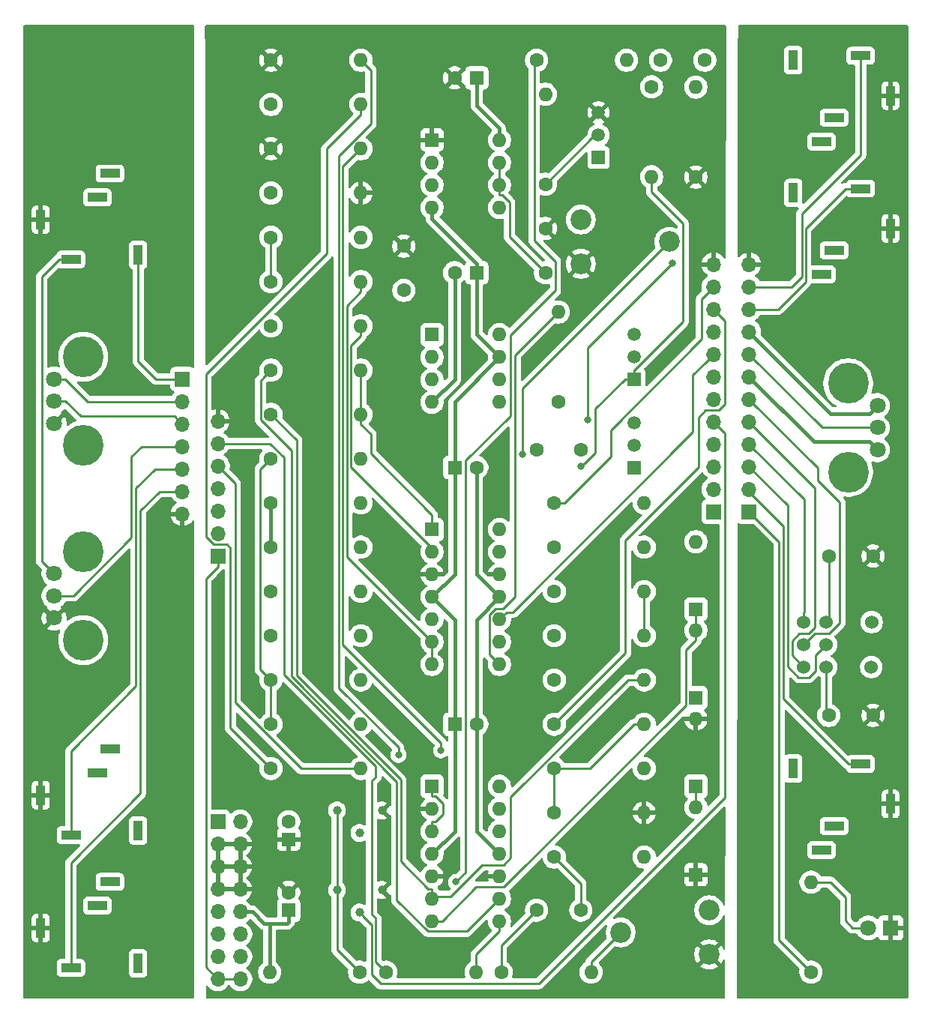
<source format=gbr>
G04 #@! TF.GenerationSoftware,KiCad,Pcbnew,9.0.0*
G04 #@! TF.CreationDate,2025-02-23T15:56:54-07:00*
G04 #@! TF.ProjectId,LFO_THT,4c464f5f-5448-4542-9e6b-696361645f70,rev?*
G04 #@! TF.SameCoordinates,Original*
G04 #@! TF.FileFunction,Copper,L1,Top*
G04 #@! TF.FilePolarity,Positive*
%FSLAX46Y46*%
G04 Gerber Fmt 4.6, Leading zero omitted, Abs format (unit mm)*
G04 Created by KiCad (PCBNEW 9.0.0) date 2025-02-23 15:56:54*
%MOMM*%
%LPD*%
G01*
G04 APERTURE LIST*
G04 #@! TA.AperFunction,ComponentPad*
%ADD10C,1.600000*%
G04 #@! TD*
G04 #@! TA.AperFunction,ComponentPad*
%ADD11R,1.600000X1.600000*%
G04 #@! TD*
G04 #@! TA.AperFunction,ComponentPad*
%ADD12R,1.800000X1.800000*%
G04 #@! TD*
G04 #@! TA.AperFunction,ComponentPad*
%ADD13C,1.800000*%
G04 #@! TD*
G04 #@! TA.AperFunction,ComponentPad*
%ADD14O,1.600000X1.600000*%
G04 #@! TD*
G04 #@! TA.AperFunction,ComponentPad*
%ADD15R,1.000000X2.200000*%
G04 #@! TD*
G04 #@! TA.AperFunction,ComponentPad*
%ADD16R,2.200000X1.000000*%
G04 #@! TD*
G04 #@! TA.AperFunction,ComponentPad*
%ADD17R,1.700000X1.700000*%
G04 #@! TD*
G04 #@! TA.AperFunction,ComponentPad*
%ADD18O,1.700000X1.700000*%
G04 #@! TD*
G04 #@! TA.AperFunction,ComponentPad*
%ADD19R,1.520000X1.520000*%
G04 #@! TD*
G04 #@! TA.AperFunction,ComponentPad*
%ADD20C,1.520000*%
G04 #@! TD*
G04 #@! TA.AperFunction,ComponentPad*
%ADD21C,2.340000*%
G04 #@! TD*
G04 #@! TA.AperFunction,ComponentPad*
%ADD22C,4.600000*%
G04 #@! TD*
G04 #@! TA.AperFunction,ComponentPad*
%ADD23C,1.000000*%
G04 #@! TD*
G04 #@! TA.AperFunction,ComponentPad*
%ADD24C,1.524000*%
G04 #@! TD*
G04 #@! TA.AperFunction,ViaPad*
%ADD25C,0.800000*%
G04 #@! TD*
G04 #@! TA.AperFunction,Conductor*
%ADD26C,0.250000*%
G04 #@! TD*
G04 #@! TA.AperFunction,Conductor*
%ADD27C,0.400000*%
G04 #@! TD*
G04 APERTURE END LIST*
D10*
X59000000Y-28000000D03*
X59000000Y-23000000D03*
X77000000Y-4000000D03*
X72000000Y-4000000D03*
X43000000Y-30000000D03*
X43000000Y-25000000D03*
X91000000Y-60000000D03*
X96000000Y-60000000D03*
X91000000Y-78000000D03*
X96000000Y-78000000D03*
X58000000Y-100000000D03*
X63000000Y-100000000D03*
X58000000Y-48000000D03*
X63000000Y-48000000D03*
D11*
X51250000Y-6000000D03*
D10*
X48750000Y-6000000D03*
D11*
X30000000Y-100000000D03*
D10*
X30000000Y-98000000D03*
D11*
X51250000Y-28000000D03*
D10*
X48750000Y-28000000D03*
D11*
X48750000Y-79000000D03*
D10*
X51250000Y-79000000D03*
D11*
X30000000Y-92000000D03*
D10*
X30000000Y-90000000D03*
D12*
X98000000Y-102000000D03*
D13*
X95460000Y-102000000D03*
D11*
X76000000Y-76000000D03*
D14*
X76000000Y-68380000D03*
D11*
X76000000Y-66000000D03*
D14*
X76000000Y-58380000D03*
D11*
X76000000Y-86000000D03*
D14*
X76000000Y-78380000D03*
D11*
X76000000Y-96000000D03*
D14*
X76000000Y-88380000D03*
D15*
X98000000Y-88000000D03*
X87000000Y-84000000D03*
D16*
X94600000Y-83500000D03*
X91600000Y-90500000D03*
X90200000Y-93200000D03*
D17*
X82000000Y-55000000D03*
D18*
X82000000Y-52460000D03*
X82000000Y-49920000D03*
X82000000Y-47380000D03*
X82000000Y-44840000D03*
X82000000Y-42300000D03*
X82000000Y-39760000D03*
X82000000Y-37220000D03*
X82000000Y-34680000D03*
X82000000Y-32140000D03*
X82000000Y-29600000D03*
X82000000Y-27060000D03*
D17*
X78000000Y-55000000D03*
D18*
X78000000Y-52460000D03*
X78000000Y-49920000D03*
X78000000Y-47380000D03*
X78000000Y-44840000D03*
X78000000Y-42300000D03*
X78000000Y-39760000D03*
X78000000Y-37220000D03*
X78000000Y-34680000D03*
X78000000Y-32140000D03*
X78000000Y-29600000D03*
X78000000Y-27060000D03*
D15*
X98000000Y-23000000D03*
X87000000Y-19000000D03*
D16*
X94600000Y-18500000D03*
X91600000Y-25500000D03*
X90200000Y-28200000D03*
D15*
X98000000Y-8000000D03*
X87000000Y-4000000D03*
D16*
X94600000Y-3500000D03*
X91600000Y-10500000D03*
X90200000Y-13200000D03*
D15*
X2000000Y-22000000D03*
X13000000Y-26000000D03*
D16*
X5400000Y-26500000D03*
X8400000Y-19500000D03*
X9800000Y-16800000D03*
D17*
X22000000Y-90000000D03*
D18*
X24540000Y-90000000D03*
X22000000Y-92540000D03*
X24540000Y-92540000D03*
X22000000Y-95080000D03*
X24540000Y-95080000D03*
X22000000Y-97620000D03*
X24540000Y-97620000D03*
X22000000Y-100160000D03*
X24540000Y-100160000D03*
X22000000Y-102700000D03*
X24540000Y-102700000D03*
X22000000Y-105240000D03*
X24540000Y-105240000D03*
X22000000Y-107780000D03*
X24540000Y-107780000D03*
D17*
X18000000Y-40000000D03*
D18*
X18000000Y-42540000D03*
X18000000Y-45080000D03*
X18000000Y-47620000D03*
X18000000Y-50160000D03*
X18000000Y-52700000D03*
X18000000Y-55240000D03*
D17*
X22000000Y-60000000D03*
D18*
X22000000Y-57460000D03*
X22000000Y-54920000D03*
X22000000Y-52380000D03*
X22000000Y-49840000D03*
X22000000Y-47300000D03*
X22000000Y-44760000D03*
D15*
X2000000Y-87000000D03*
X13000000Y-91000000D03*
D16*
X5400000Y-91500000D03*
X8400000Y-84500000D03*
X9800000Y-81800000D03*
D15*
X2000000Y-102000000D03*
X13000000Y-106000000D03*
D16*
X5400000Y-106500000D03*
X8400000Y-99500000D03*
X9800000Y-96800000D03*
D19*
X65000000Y-15000000D03*
D20*
X65000000Y-12460000D03*
X65000000Y-9920000D03*
D19*
X69000000Y-40000000D03*
D20*
X69000000Y-37460000D03*
X69000000Y-34920000D03*
D19*
X69000000Y-50000000D03*
D20*
X69000000Y-47460000D03*
X69000000Y-44920000D03*
D10*
X71000000Y-7000000D03*
D14*
X71000000Y-17160000D03*
D10*
X89000000Y-107000000D03*
D14*
X89000000Y-96840000D03*
D10*
X59000000Y-18000000D03*
D14*
X59000000Y-7840000D03*
D10*
X28000000Y-54000000D03*
D14*
X38160000Y-54000000D03*
D10*
X28000000Y-19000000D03*
D14*
X38160000Y-19000000D03*
D10*
X28000000Y-59000000D03*
D14*
X38160000Y-59000000D03*
D10*
X28000000Y-79000000D03*
D14*
X38160000Y-79000000D03*
D10*
X76000000Y-17200000D03*
D14*
X76000000Y-7040000D03*
D10*
X28000000Y-49000000D03*
D14*
X38160000Y-49000000D03*
D10*
X28000000Y-64000000D03*
D14*
X38160000Y-64000000D03*
D10*
X28000000Y-74000000D03*
D14*
X38160000Y-74000000D03*
D10*
X28000000Y-69000000D03*
D14*
X38160000Y-69000000D03*
D10*
X41000000Y-107000000D03*
D14*
X51160000Y-107000000D03*
D10*
X28000000Y-44000000D03*
D14*
X38160000Y-44000000D03*
D10*
X28000000Y-39000000D03*
D14*
X38160000Y-39000000D03*
D10*
X60000000Y-94000000D03*
D14*
X70160000Y-94000000D03*
D10*
X28000000Y-29000000D03*
D14*
X38160000Y-29000000D03*
D10*
X60000000Y-74000000D03*
D14*
X70160000Y-74000000D03*
D10*
X28000000Y-34000000D03*
D14*
X38160000Y-34000000D03*
D10*
X54000000Y-107000000D03*
D14*
X64160000Y-107000000D03*
D10*
X28000000Y-24000000D03*
D14*
X38160000Y-24000000D03*
D10*
X28000000Y-4000000D03*
D14*
X38160000Y-4000000D03*
D10*
X38000000Y-107000000D03*
D14*
X27840000Y-107000000D03*
D10*
X58000000Y-4000000D03*
D14*
X68160000Y-4000000D03*
D10*
X28000000Y-84000000D03*
D14*
X38160000Y-84000000D03*
D10*
X28000000Y-14000000D03*
D14*
X38160000Y-14000000D03*
D10*
X28000000Y-9000000D03*
D14*
X38160000Y-9000000D03*
D10*
X60000000Y-54000000D03*
D14*
X70160000Y-54000000D03*
D10*
X60000000Y-64000000D03*
D14*
X70160000Y-64000000D03*
D10*
X60000000Y-59000000D03*
D14*
X70160000Y-59000000D03*
D10*
X60000000Y-89000000D03*
D14*
X70160000Y-89000000D03*
D10*
X60000000Y-79000000D03*
D14*
X70160000Y-79000000D03*
D10*
X60000000Y-84000000D03*
D14*
X70160000Y-84000000D03*
D10*
X60000000Y-69000000D03*
D14*
X70160000Y-69000000D03*
D10*
X60450000Y-42600000D03*
D14*
X60450000Y-32440000D03*
D21*
X63000000Y-27000000D03*
X73000000Y-24500000D03*
X63000000Y-22000000D03*
D22*
X93200000Y-40500000D03*
X93200000Y-50500000D03*
D13*
X96500000Y-48000000D03*
X96500000Y-45500000D03*
X96500000Y-43000000D03*
D21*
X77500000Y-100000000D03*
X67500000Y-102500000D03*
X77500000Y-105000000D03*
D23*
X35460000Y-97730000D03*
X38000000Y-100270000D03*
X40540000Y-97730000D03*
X35460000Y-88730000D03*
X38000000Y-91270000D03*
X40540000Y-88730000D03*
D22*
X6800000Y-47500000D03*
X6800000Y-37500000D03*
D13*
X3500000Y-40000000D03*
X3500000Y-42500000D03*
X3500000Y-45000000D03*
D22*
X6800000Y-69500000D03*
X6800000Y-59500000D03*
D13*
X3500000Y-62000000D03*
X3500000Y-64500000D03*
X3500000Y-67000000D03*
D24*
X95840000Y-67460000D03*
X95810000Y-72540000D03*
X90730000Y-67460000D03*
X90730000Y-70000000D03*
X90730000Y-72540000D03*
X88190000Y-67460000D03*
X88190000Y-70000000D03*
X88190000Y-72540000D03*
D11*
X46190000Y-13000000D03*
D14*
X46190000Y-15540000D03*
X46190000Y-18080000D03*
X46190000Y-20620000D03*
X53810000Y-20620000D03*
X53810000Y-18080000D03*
X53810000Y-15540000D03*
X53810000Y-13000000D03*
D11*
X46190000Y-35000000D03*
D14*
X46190000Y-37540000D03*
X46190000Y-40080000D03*
X46190000Y-42620000D03*
X53810000Y-42620000D03*
X53810000Y-40080000D03*
X53810000Y-37540000D03*
X53810000Y-35000000D03*
D11*
X46190000Y-57000000D03*
D14*
X46190000Y-59540000D03*
X46190000Y-62080000D03*
X46190000Y-64620000D03*
X46190000Y-67160000D03*
X46190000Y-69700000D03*
X46190000Y-72240000D03*
X53810000Y-72240000D03*
X53810000Y-69700000D03*
X53810000Y-67160000D03*
X53810000Y-64620000D03*
X53810000Y-62080000D03*
X53810000Y-59540000D03*
X53810000Y-57000000D03*
D11*
X46190000Y-86000000D03*
D14*
X46190000Y-88540000D03*
X46190000Y-91080000D03*
X46190000Y-93620000D03*
X46190000Y-96160000D03*
X46190000Y-98700000D03*
X46190000Y-101240000D03*
X53810000Y-101240000D03*
X53810000Y-98700000D03*
X53810000Y-96160000D03*
X53810000Y-93620000D03*
X53810000Y-91080000D03*
X53810000Y-88540000D03*
X53810000Y-86000000D03*
D11*
X48750000Y-50000000D03*
D10*
X51250000Y-50000000D03*
D25*
X63050000Y-49900000D03*
X22100000Y-87900000D03*
X25500000Y-48950000D03*
X33250000Y-50600000D03*
X35900000Y-76800000D03*
X37850000Y-66550000D03*
X30000000Y-76850000D03*
X78750000Y-108900000D03*
X53900000Y-32200000D03*
X25400000Y-63500000D03*
X22100000Y-63500000D03*
X33900000Y-82400000D03*
X21250000Y-1200000D03*
X26550000Y-108700000D03*
X40900000Y-66500000D03*
X56350000Y-80550000D03*
X78750000Y-1100000D03*
X25350000Y-55900000D03*
X25450000Y-75750000D03*
X41800000Y-78050000D03*
X46700000Y-47700000D03*
X33350000Y-54750000D03*
X63800000Y-44600000D03*
X73350000Y-26950000D03*
X81250000Y-108900000D03*
X98750000Y-108800000D03*
X81350000Y-1100000D03*
X98850000Y-1100000D03*
X48908600Y-96810200D03*
X42400004Y-82450000D03*
X1250000Y-1150000D03*
X18650000Y-108800000D03*
X18650000Y-1200000D03*
X1100000Y-108900000D03*
X56400000Y-48500000D03*
X47200000Y-81949998D03*
D26*
X54935300Y-23935300D02*
X59000000Y-28000000D01*
X67990000Y-40000000D02*
X64630200Y-43359800D01*
X53810000Y-19205300D02*
X54091400Y-19205300D01*
X53810000Y-18080000D02*
X53810000Y-19205300D01*
X69000000Y-38914700D02*
X69135700Y-38914700D01*
X69135700Y-38914700D02*
X74538700Y-33511700D01*
X64630200Y-43359800D02*
X64630200Y-48319800D01*
X63449999Y-49500001D02*
X63050000Y-49900000D01*
X69000000Y-40000000D02*
X67990000Y-40000000D01*
X69000000Y-40000000D02*
X69000000Y-38914700D01*
X54935300Y-20049200D02*
X54935300Y-23935300D01*
X64630200Y-48319800D02*
X63449999Y-49500001D01*
X71000000Y-18900000D02*
X71000000Y-17160000D01*
X53810000Y-15540000D02*
X53810000Y-18080000D01*
X74538700Y-22438700D02*
X71000000Y-18900000D01*
X74538700Y-33511700D02*
X74538700Y-22438700D01*
X54091400Y-19205300D02*
X54935300Y-20049200D01*
X63800000Y-36500000D02*
X73350000Y-26950000D01*
X63800000Y-44600000D02*
X63800000Y-36500000D01*
X91000000Y-67190000D02*
X90730000Y-67460000D01*
X91000000Y-60000000D02*
X91000000Y-67190000D01*
X90730000Y-77730000D02*
X91000000Y-78000000D01*
X90730000Y-72540000D02*
X90730000Y-77730000D01*
X63000000Y-100000000D02*
X63000000Y-97000000D01*
X60132500Y-26766200D02*
X60132500Y-29971500D01*
X49975400Y-95743400D02*
X48908600Y-96810200D01*
X57730300Y-24364000D02*
X60132500Y-26766200D01*
X58000000Y-4000000D02*
X57730300Y-4269700D01*
X63000000Y-97000000D02*
X60000000Y-94000000D01*
X60132500Y-29971500D02*
X55035300Y-35068700D01*
X57730300Y-4269700D02*
X57730300Y-24364000D01*
X49975400Y-49219900D02*
X49975400Y-95743400D01*
X55035300Y-35068700D02*
X55035300Y-44160000D01*
X55035300Y-44160000D02*
X49975400Y-49219900D01*
X53810000Y-102365300D02*
X51160000Y-105015300D01*
X51160000Y-105015300D02*
X51160000Y-107000000D01*
X53810000Y-101240000D02*
X53810000Y-102365300D01*
X45724700Y-102372100D02*
X42202100Y-98849500D01*
X27200001Y-39799999D02*
X28000000Y-39000000D01*
X26827700Y-44607200D02*
X26827700Y-40172300D01*
X50137900Y-102372100D02*
X45724700Y-102372100D01*
X42202100Y-98849500D02*
X42202100Y-85465690D01*
X30344200Y-73607790D02*
X30344200Y-48123700D01*
X42202100Y-85465690D02*
X30344200Y-73607790D01*
X26827700Y-40172300D02*
X27200001Y-39799999D01*
X54000000Y-104000000D02*
X54000000Y-107000000D01*
X30344200Y-48123700D02*
X26827700Y-44607200D01*
X53810000Y-98700000D02*
X50137900Y-102372100D01*
X58000000Y-100000000D02*
X54000000Y-104000000D01*
X38160000Y-45125300D02*
X38160000Y-44000000D01*
X39285300Y-46250600D02*
X38160000Y-45125300D01*
X39285300Y-48435300D02*
X39285300Y-46250600D01*
X46190000Y-57000000D02*
X46190000Y-55340000D01*
X38160000Y-44000000D02*
X38160000Y-39000000D01*
X46190000Y-55340000D02*
X39285300Y-48435300D01*
X70160000Y-69000000D02*
X70160000Y-64000000D01*
X46190000Y-59118000D02*
X37034700Y-49962700D01*
X37034700Y-36250600D02*
X38160000Y-35125300D01*
X46190000Y-59540000D02*
X46190000Y-59118000D01*
X28000000Y-24000000D02*
X28000000Y-29000000D01*
X37034700Y-49962700D02*
X37034700Y-36250600D01*
X38160000Y-35125300D02*
X38160000Y-34000000D01*
D27*
X46190000Y-93620000D02*
X48750000Y-91060000D01*
X53810000Y-37540000D02*
X51250000Y-34980000D01*
X48750000Y-79000000D02*
X48750000Y-77699700D01*
X51250000Y-29300300D02*
X51250000Y-28000000D01*
X27840000Y-107000000D02*
X27840000Y-101500100D01*
X53810000Y-13000000D02*
X53810000Y-11699700D01*
X48750000Y-77699700D02*
X48749900Y-77699700D01*
X29800200Y-101500100D02*
X27840000Y-101500100D01*
X48749900Y-51300300D02*
X48750000Y-51300300D01*
X48749900Y-67179900D02*
X46190000Y-64620000D01*
X30000000Y-100000000D02*
X30000000Y-101300300D01*
X51250000Y-34980000D02*
X51250000Y-29300300D01*
X24540000Y-100160000D02*
X25890300Y-100160000D01*
X30000000Y-101300300D02*
X29800200Y-101500100D01*
X46190000Y-64620000D02*
X48749900Y-62060100D01*
X48750000Y-50000000D02*
X48750000Y-42600000D01*
X48750000Y-51300300D02*
X48750000Y-50000000D01*
X46190000Y-21920300D02*
X46190000Y-20620000D01*
X48749900Y-77699700D02*
X48749900Y-67179900D01*
X48750000Y-91060000D02*
X48750000Y-79000000D01*
X51250000Y-9139700D02*
X51250000Y-6000000D01*
X27840000Y-101500100D02*
X27230400Y-101500100D01*
X28000000Y-54000000D02*
X28000000Y-59000000D01*
X51250000Y-28000000D02*
X51250000Y-26980300D01*
X27230400Y-101500100D02*
X25890300Y-100160000D01*
X51250000Y-26980300D02*
X46190000Y-21920300D01*
X48750000Y-42600000D02*
X53810000Y-37540000D01*
X53810000Y-11699700D02*
X51250000Y-9139700D01*
X48749900Y-62060100D02*
X48749900Y-51300300D01*
X51250000Y-62060000D02*
X51250000Y-50000000D01*
X48750000Y-40060000D02*
X46190000Y-42620000D01*
X51250000Y-67180000D02*
X53810000Y-64620000D01*
X53810000Y-64620000D02*
X51250000Y-62060000D01*
X53810000Y-93620000D02*
X51250000Y-91060000D01*
X51250000Y-91060000D02*
X51250000Y-79000000D01*
X51250000Y-79000000D02*
X51250000Y-67180000D01*
X48750000Y-28000000D02*
X48750000Y-40060000D01*
D26*
X92900000Y-98550000D02*
X92900000Y-101200000D01*
X91190000Y-96840000D02*
X92900000Y-98550000D01*
X93700000Y-102000000D02*
X95460000Y-102000000D01*
X92900000Y-101200000D02*
X93700000Y-102000000D01*
X89000000Y-96840000D02*
X91190000Y-96840000D01*
X76000000Y-68380000D02*
X76000000Y-69505300D01*
X54329800Y-97388700D02*
X74874700Y-76843800D01*
X46190000Y-101240000D02*
X47315300Y-101240000D01*
X51166600Y-97388700D02*
X54329800Y-97388700D01*
X76000000Y-66000000D02*
X76000000Y-68380000D01*
X74874700Y-76843800D02*
X74874700Y-70630600D01*
X47315300Y-101240000D02*
X51166600Y-97388700D01*
X74874700Y-70630600D02*
X76000000Y-69505300D01*
X42652400Y-94459100D02*
X42652400Y-85279579D01*
X54281300Y-94890000D02*
X55077600Y-94093700D01*
X46190000Y-98700000D02*
X46190000Y-98440100D01*
X55077600Y-94093700D02*
X55077600Y-87238000D01*
X30882100Y-73509279D02*
X30882100Y-46882100D01*
X45768000Y-97574700D02*
X42652400Y-94459100D01*
X68315600Y-74000000D02*
X70160000Y-74000000D01*
X55077600Y-87238000D02*
X68315600Y-74000000D01*
X46190000Y-97574700D02*
X45768000Y-97574700D01*
X51867400Y-94890000D02*
X54281300Y-94890000D01*
X48317300Y-98440100D02*
X51867400Y-94890000D01*
X46190000Y-98440100D02*
X48317300Y-98440100D01*
X42652400Y-85279579D02*
X30882100Y-73509279D01*
X46190000Y-98440100D02*
X46190000Y-97574700D01*
X30882100Y-46882100D02*
X28000000Y-44000000D01*
X35678090Y-74912405D02*
X42400004Y-81634319D01*
X39285001Y-11209997D02*
X35678090Y-14816908D01*
X35678090Y-14816908D02*
X35678090Y-74912405D01*
X39285001Y-5125001D02*
X39285001Y-11209997D01*
X76000000Y-88380000D02*
X76000000Y-86000000D01*
X42400004Y-81634319D02*
X42400004Y-81884315D01*
X42400004Y-81884315D02*
X42400004Y-82450000D01*
X38160000Y-4000000D02*
X39285001Y-5125001D01*
X82000000Y-52460000D02*
X82000000Y-52715000D01*
X85900000Y-56615000D02*
X85900000Y-76150000D01*
X85900000Y-76150000D02*
X93250000Y-83500000D01*
X93250000Y-83500000D02*
X94600000Y-83500000D01*
X82000000Y-52715000D02*
X85900000Y-56615000D01*
X86800000Y-29600000D02*
X87950000Y-28450000D01*
X82000000Y-29600000D02*
X86800000Y-29600000D01*
X87950000Y-21350000D02*
X94600000Y-14700000D01*
X87950000Y-28450000D02*
X87950000Y-21350000D01*
X94600000Y-14700000D02*
X94600000Y-3500000D01*
X85260000Y-32140000D02*
X88400000Y-29000000D01*
X82000000Y-32140000D02*
X85260000Y-32140000D01*
X88400000Y-29000000D02*
X88400000Y-23000000D01*
X92900000Y-18500000D02*
X94600000Y-18500000D01*
X88400000Y-23000000D02*
X92900000Y-18500000D01*
D27*
X91220000Y-43900000D02*
X82000000Y-34680000D01*
X95600000Y-43900000D02*
X91220000Y-43900000D01*
X96500000Y-43000000D02*
X95600000Y-43900000D01*
D26*
X82000000Y-37220000D02*
X90280000Y-45500000D01*
X90280000Y-45500000D02*
X96500000Y-45500000D01*
D27*
X82000000Y-39760000D02*
X89340000Y-47100000D01*
X95600000Y-47100000D02*
X96500000Y-48000000D01*
X89340000Y-47100000D02*
X95600000Y-47100000D01*
D26*
X89750000Y-50050000D02*
X82000000Y-42300000D01*
X88190000Y-70000000D02*
X89440000Y-68750000D01*
X92250000Y-53950000D02*
X89750000Y-51450000D01*
X89750000Y-51450000D02*
X89750000Y-50050000D01*
X92250000Y-67548800D02*
X92250000Y-53950000D01*
X89440000Y-68750000D02*
X91048800Y-68750000D01*
X91048800Y-68750000D02*
X92250000Y-67548800D01*
X89450000Y-52290000D02*
X82000000Y-44840000D01*
X86850000Y-71200000D02*
X86850000Y-69550000D01*
X88750000Y-68750000D02*
X89450000Y-68050000D01*
X86850000Y-69550000D02*
X87650000Y-68750000D01*
X89450000Y-68050000D02*
X89450000Y-52290000D01*
X88190000Y-72540000D02*
X86850000Y-71200000D01*
X87650000Y-68750000D02*
X88750000Y-68750000D01*
X88200000Y-66372400D02*
X88200000Y-53580000D01*
X88200000Y-53580000D02*
X82000000Y-47380000D01*
X88190000Y-67460000D02*
X88190000Y-66382400D01*
X88190000Y-66382400D02*
X88200000Y-66372400D01*
X89500000Y-71230000D02*
X89500000Y-72950000D01*
X90730000Y-70000000D02*
X89500000Y-71230000D01*
X87600000Y-73700000D02*
X86350000Y-72450000D01*
X88750000Y-73700000D02*
X87600000Y-73700000D01*
X86350000Y-72450000D02*
X86350000Y-54270000D01*
X86350000Y-54270000D02*
X82000000Y-49920000D01*
X89500000Y-72950000D02*
X88750000Y-73700000D01*
X85400000Y-103400000D02*
X89000000Y-107000000D01*
X85400000Y-58400000D02*
X85400000Y-103400000D01*
X82000000Y-55000000D02*
X85400000Y-58400000D01*
X58250000Y-108300000D02*
X40400000Y-108300000D01*
X78000000Y-44840000D02*
X79300000Y-46140000D01*
X39400000Y-107300000D02*
X39400000Y-101670000D01*
X38499999Y-100769999D02*
X38000000Y-100270000D01*
X79300000Y-87250000D02*
X58250000Y-108300000D01*
X39400000Y-101670000D02*
X38499999Y-100769999D01*
X40400000Y-108300000D02*
X39400000Y-107300000D01*
X79300000Y-46140000D02*
X79300000Y-87250000D01*
X53810000Y-67160000D02*
X54609999Y-66360001D01*
X77150001Y-38069999D02*
X78000000Y-37220000D01*
X75657600Y-46005989D02*
X75657600Y-39562400D01*
X55303588Y-66360001D02*
X75657600Y-46005989D01*
X54609999Y-66360001D02*
X55303588Y-66360001D01*
X75657600Y-39562400D02*
X77150001Y-38069999D01*
X68045300Y-70954700D02*
X68045300Y-58212400D01*
X68045300Y-58212400D02*
X76300000Y-49957700D01*
X76300000Y-49957700D02*
X76300000Y-44350000D01*
X78600000Y-43550000D02*
X79298300Y-42851700D01*
X79298300Y-42851700D02*
X79298300Y-33448300D01*
X76300000Y-44350000D02*
X77100000Y-43550000D01*
X60000000Y-79000000D02*
X68045300Y-70954700D01*
X79298300Y-33448300D02*
X78000000Y-32150000D01*
X77100000Y-43550000D02*
X78600000Y-43550000D01*
X78000000Y-32150000D02*
X78000000Y-32140000D01*
X76635400Y-35506300D02*
X66359700Y-45782000D01*
X78000000Y-29600000D02*
X76635400Y-30964600D01*
X66359700Y-45782000D02*
X66359700Y-48771670D01*
X66359700Y-48771670D02*
X61131370Y-54000000D01*
X61131370Y-54000000D02*
X60000000Y-54000000D01*
X76635400Y-30964600D02*
X76635400Y-35506300D01*
X15000000Y-40000000D02*
X18000000Y-40000000D01*
X13000000Y-26000000D02*
X13000000Y-38000000D01*
X13000000Y-38000000D02*
X15000000Y-40000000D01*
X2100000Y-60600000D02*
X3500000Y-62000000D01*
X4050000Y-26500000D02*
X2100000Y-28450000D01*
X5400000Y-26500000D02*
X4050000Y-26500000D01*
X2100000Y-28450000D02*
X2100000Y-60600000D01*
X22000000Y-107780000D02*
X24540000Y-107780000D01*
X20650000Y-106450000D02*
X20650000Y-62525300D01*
X20650000Y-62525300D02*
X22000000Y-61175300D01*
X22000000Y-61175300D02*
X22000000Y-60000000D01*
X22000000Y-107780000D02*
X21980000Y-107780000D01*
X21980000Y-107780000D02*
X20650000Y-106450000D01*
X5400000Y-106500000D02*
X5400000Y-94650000D01*
X15400000Y-52700000D02*
X18000000Y-52700000D01*
X13250000Y-86800000D02*
X13250000Y-54850000D01*
X13250000Y-54850000D02*
X15400000Y-52700000D01*
X5400000Y-94650000D02*
X13250000Y-86800000D01*
X14890000Y-50160000D02*
X12750000Y-52300000D01*
X18000000Y-50160000D02*
X14890000Y-50160000D01*
X5400000Y-82050000D02*
X5400000Y-91500000D01*
X12750000Y-74700000D02*
X5400000Y-82050000D01*
X12750000Y-52300000D02*
X12750000Y-74700000D01*
X3500000Y-64500000D02*
X5685000Y-64500000D01*
X12250000Y-57935000D02*
X12250000Y-48800000D01*
X12250000Y-48800000D02*
X13430000Y-47620000D01*
X5685000Y-64500000D02*
X12250000Y-57935000D01*
X13430000Y-47620000D02*
X18000000Y-47620000D01*
X3500000Y-42500000D02*
X4772800Y-42500000D01*
X17150000Y-44230000D02*
X18000000Y-45080000D01*
X4772800Y-42500000D02*
X6502800Y-44230000D01*
X6502800Y-44230000D02*
X17150000Y-44230000D01*
X7312800Y-42540000D02*
X18000000Y-42540000D01*
X3500000Y-40000000D02*
X4772800Y-40000000D01*
X4772800Y-40000000D02*
X7312800Y-42540000D01*
X22849999Y-50689999D02*
X22000000Y-49840000D01*
X38160000Y-84000000D02*
X31402100Y-84000000D01*
X23950009Y-76547909D02*
X23950009Y-51790009D01*
X23950009Y-51790009D02*
X22849999Y-50689999D01*
X31402100Y-84000000D02*
X23950009Y-76547909D01*
X39850000Y-100950000D02*
X39350000Y-100450000D01*
X39850000Y-84950000D02*
X39850000Y-83750000D01*
X39350000Y-85450000D02*
X39850000Y-84950000D01*
X39850000Y-105850000D02*
X39850000Y-100950000D01*
X27914700Y-47300000D02*
X22000000Y-47300000D01*
X29487600Y-73387600D02*
X29487600Y-48872900D01*
X39850000Y-83750000D02*
X29487600Y-73387600D01*
X29487600Y-48872900D02*
X27914700Y-47300000D01*
X39350000Y-100450000D02*
X39350000Y-85450000D01*
X41000000Y-107000000D02*
X39850000Y-105850000D01*
X59000000Y-18000000D02*
X64540000Y-12460000D01*
X64540000Y-12460000D02*
X65000000Y-12460000D01*
X56400000Y-41100000D02*
X56400000Y-48500000D01*
X73000000Y-24500000D02*
X56400000Y-41100000D01*
X28000000Y-49000000D02*
X26774600Y-50225400D01*
X26774600Y-50225400D02*
X26774600Y-72774600D01*
X28000000Y-74000000D02*
X28000000Y-79000000D01*
X26774600Y-72774600D02*
X28000000Y-74000000D01*
X46190000Y-72240000D02*
X46190000Y-69700000D01*
X46190000Y-69690000D02*
X36578500Y-60078500D01*
X36578500Y-60078500D02*
X36578500Y-31706800D01*
X46190000Y-69700000D02*
X46190000Y-69690000D01*
X36578500Y-31706800D02*
X38160000Y-30125300D01*
X38160000Y-30125300D02*
X38160000Y-29000000D01*
X67500000Y-102500000D02*
X64160000Y-105840000D01*
X64160000Y-105840000D02*
X64160000Y-107000000D01*
X38000000Y-107000000D02*
X35460000Y-104460000D01*
X35460000Y-88730000D02*
X35460000Y-97730000D01*
X35460000Y-104460000D02*
X35460000Y-97730000D01*
X23400000Y-59050000D02*
X23400000Y-79400000D01*
X34285400Y-13999900D02*
X34285400Y-25814600D01*
X20650000Y-39450000D02*
X20650000Y-57840000D01*
X34285400Y-25814600D02*
X20650000Y-39450000D01*
X20824999Y-58014999D02*
X20824999Y-58024001D01*
X38160000Y-10125300D02*
X34285400Y-13999900D01*
X20824999Y-58024001D02*
X21500998Y-58700000D01*
X23400000Y-79400000D02*
X28000000Y-84000000D01*
X38160000Y-9000000D02*
X38160000Y-10125300D01*
X21500998Y-58700000D02*
X23050000Y-58700000D01*
X20650000Y-57840000D02*
X20824999Y-58014999D01*
X23050000Y-58700000D02*
X23400000Y-59050000D01*
X47200000Y-81100000D02*
X47200000Y-81949998D01*
X36128100Y-70028100D02*
X47200000Y-81100000D01*
X38160000Y-14000000D02*
X36128100Y-16031900D01*
X36128100Y-16031900D02*
X36128100Y-70028100D01*
X64034700Y-84000000D02*
X69034700Y-79000000D01*
X60000000Y-84000000D02*
X64034700Y-84000000D01*
X60000000Y-89000000D02*
X60000000Y-84000000D01*
X70160000Y-79000000D02*
X69034700Y-79000000D01*
X52664000Y-66650400D02*
X53353700Y-65960700D01*
X55574986Y-48002010D02*
X55577100Y-47999896D01*
X53810000Y-72240000D02*
X52664000Y-71094000D01*
X55577100Y-64594700D02*
X55577100Y-48750116D01*
X59650001Y-33239999D02*
X60450000Y-32440000D01*
X55577100Y-48750116D02*
X55574986Y-48748002D01*
X54211100Y-65960700D02*
X55577100Y-64594700D01*
X52664000Y-71094000D02*
X52664000Y-66650400D01*
X55577100Y-47999896D02*
X55577100Y-37312900D01*
X55577100Y-37312900D02*
X59650001Y-33239999D01*
X53353700Y-65960700D02*
X54211100Y-65960700D01*
X55574986Y-48748002D02*
X55574986Y-48002010D01*
X46612000Y-89954700D02*
X46190000Y-89954700D01*
X46190000Y-91080000D02*
X46190000Y-89954700D01*
X47422400Y-87935700D02*
X47422400Y-89144300D01*
X47422400Y-89144300D02*
X46612000Y-89954700D01*
X46190000Y-87125300D02*
X46612000Y-87125300D01*
X46190000Y-86000000D02*
X46190000Y-87125300D01*
X46612000Y-87125300D02*
X47422400Y-87935700D01*
G04 #@! TA.AperFunction,Conductor*
G36*
X22724699Y-61490050D02*
G01*
X22762010Y-61550452D01*
X22766500Y-61583787D01*
X22766500Y-79337606D01*
X22766500Y-79462394D01*
X22790845Y-79584785D01*
X22838600Y-79700075D01*
X22907929Y-79803833D01*
X22907931Y-79803835D01*
X26688437Y-83584341D01*
X26722463Y-83646653D01*
X26723791Y-83693147D01*
X26723721Y-83693588D01*
X26723720Y-83693592D01*
X26691500Y-83897019D01*
X26691500Y-84102981D01*
X26723720Y-84306408D01*
X26723721Y-84306412D01*
X26784045Y-84492071D01*
X26787366Y-84502290D01*
X26859059Y-84642994D01*
X26880873Y-84685806D01*
X26908419Y-84723720D01*
X27001932Y-84852430D01*
X27001934Y-84852432D01*
X27001936Y-84852435D01*
X27147564Y-84998063D01*
X27147567Y-84998065D01*
X27147570Y-84998068D01*
X27314197Y-85119129D01*
X27497710Y-85212634D01*
X27693592Y-85276280D01*
X27897019Y-85308500D01*
X27897022Y-85308500D01*
X28102978Y-85308500D01*
X28102981Y-85308500D01*
X28306408Y-85276280D01*
X28502290Y-85212634D01*
X28685803Y-85119129D01*
X28852430Y-84998068D01*
X28998068Y-84852430D01*
X29119129Y-84685803D01*
X29212634Y-84502290D01*
X29276280Y-84306408D01*
X29308500Y-84102981D01*
X29308500Y-83897019D01*
X29276280Y-83693592D01*
X29212634Y-83497710D01*
X29119129Y-83314197D01*
X28998068Y-83147570D01*
X28998065Y-83147567D01*
X28998063Y-83147564D01*
X28852435Y-83001936D01*
X28852432Y-83001934D01*
X28852430Y-83001932D01*
X28685803Y-82880871D01*
X28502290Y-82787366D01*
X28502287Y-82787365D01*
X28502285Y-82787364D01*
X28306412Y-82723721D01*
X28306410Y-82723720D01*
X28306408Y-82723720D01*
X28102981Y-82691500D01*
X27897019Y-82691500D01*
X27693592Y-82723720D01*
X27693588Y-82723721D01*
X27693147Y-82723791D01*
X27622736Y-82714691D01*
X27584341Y-82688437D01*
X24070405Y-79174501D01*
X24036379Y-79112189D01*
X24033500Y-79085406D01*
X24033500Y-77831494D01*
X24053502Y-77763373D01*
X24107158Y-77716880D01*
X24177432Y-77706776D01*
X24242012Y-77736270D01*
X24248595Y-77742399D01*
X30998267Y-84492071D01*
X31102025Y-84561400D01*
X31217315Y-84609155D01*
X31339706Y-84633500D01*
X31464494Y-84633500D01*
X36938670Y-84633500D01*
X37006791Y-84653502D01*
X37040606Y-84685439D01*
X37068419Y-84723720D01*
X37161932Y-84852430D01*
X37161934Y-84852432D01*
X37161936Y-84852435D01*
X37307564Y-84998063D01*
X37307567Y-84998065D01*
X37307570Y-84998068D01*
X37474197Y-85119129D01*
X37657710Y-85212634D01*
X37853592Y-85276280D01*
X38057019Y-85308500D01*
X38057022Y-85308500D01*
X38262978Y-85308500D01*
X38262981Y-85308500D01*
X38466408Y-85276280D01*
X38553002Y-85248143D01*
X38623965Y-85246116D01*
X38684763Y-85282778D01*
X38716089Y-85346490D01*
X38715663Y-85381299D01*
X38717107Y-85381442D01*
X38716500Y-85387607D01*
X38716500Y-90300108D01*
X38696498Y-90368229D01*
X38642842Y-90414722D01*
X38572568Y-90424826D01*
X38520498Y-90404873D01*
X38504514Y-90394193D01*
X38477704Y-90376279D01*
X38294169Y-90300256D01*
X38251628Y-90291794D01*
X38099331Y-90261500D01*
X38099329Y-90261500D01*
X37900671Y-90261500D01*
X37900668Y-90261500D01*
X37705830Y-90300256D01*
X37705825Y-90300258D01*
X37522296Y-90376279D01*
X37357123Y-90486644D01*
X37357116Y-90486649D01*
X37216649Y-90627116D01*
X37216644Y-90627123D01*
X37106279Y-90792296D01*
X37030258Y-90975825D01*
X37030256Y-90975830D01*
X36991500Y-91170668D01*
X36991500Y-91369331D01*
X37001397Y-91419084D01*
X37030256Y-91564169D01*
X37106279Y-91747704D01*
X37216647Y-91912881D01*
X37357119Y-92053353D01*
X37522296Y-92163721D01*
X37705831Y-92239744D01*
X37900671Y-92278500D01*
X37900672Y-92278500D01*
X38099328Y-92278500D01*
X38099329Y-92278500D01*
X38294169Y-92239744D01*
X38477704Y-92163721D01*
X38520498Y-92135126D01*
X38588249Y-92113911D01*
X38656717Y-92132693D01*
X38704160Y-92185510D01*
X38716500Y-92239891D01*
X38716500Y-99300108D01*
X38696498Y-99368229D01*
X38642842Y-99414722D01*
X38572568Y-99424826D01*
X38520498Y-99404873D01*
X38491962Y-99385806D01*
X38477704Y-99376279D01*
X38294169Y-99300256D01*
X38236048Y-99288695D01*
X38099331Y-99261500D01*
X38099329Y-99261500D01*
X37900671Y-99261500D01*
X37900668Y-99261500D01*
X37705830Y-99300256D01*
X37705825Y-99300258D01*
X37522296Y-99376279D01*
X37357123Y-99486644D01*
X37357116Y-99486649D01*
X37216649Y-99627116D01*
X37216644Y-99627123D01*
X37106279Y-99792296D01*
X37030258Y-99975825D01*
X37030256Y-99975830D01*
X36991500Y-100170668D01*
X36991500Y-100369331D01*
X37026675Y-100546164D01*
X37030256Y-100564169D01*
X37106279Y-100747704D01*
X37216647Y-100912881D01*
X37357119Y-101053353D01*
X37522296Y-101163721D01*
X37705831Y-101239744D01*
X37900671Y-101278500D01*
X37900672Y-101278500D01*
X38060406Y-101278500D01*
X38128527Y-101298502D01*
X38149501Y-101315405D01*
X38729595Y-101895499D01*
X38763621Y-101957811D01*
X38766500Y-101984594D01*
X38766500Y-105716374D01*
X38746498Y-105784495D01*
X38692842Y-105830988D01*
X38622568Y-105841092D01*
X38583298Y-105828641D01*
X38502297Y-105787369D01*
X38502285Y-105787364D01*
X38306412Y-105723721D01*
X38306410Y-105723720D01*
X38306408Y-105723720D01*
X38102981Y-105691500D01*
X37897019Y-105691500D01*
X37693592Y-105723720D01*
X37693588Y-105723721D01*
X37693147Y-105723791D01*
X37622736Y-105714691D01*
X37584341Y-105688437D01*
X36130405Y-104234501D01*
X36096379Y-104172189D01*
X36093500Y-104145406D01*
X36093500Y-98574924D01*
X36113502Y-98506803D01*
X36130405Y-98485829D01*
X36243353Y-98372881D01*
X36353721Y-98207704D01*
X36429744Y-98024169D01*
X36468500Y-97829329D01*
X36468500Y-97630671D01*
X36429744Y-97435831D01*
X36353721Y-97252296D01*
X36243353Y-97087119D01*
X36130404Y-96974170D01*
X36096379Y-96911858D01*
X36093500Y-96885075D01*
X36093500Y-89574924D01*
X36113502Y-89506803D01*
X36130405Y-89485829D01*
X36171859Y-89444375D01*
X36243353Y-89372881D01*
X36353721Y-89207704D01*
X36429744Y-89024169D01*
X36468500Y-88829329D01*
X36468500Y-88630671D01*
X36429744Y-88435831D01*
X36353721Y-88252296D01*
X36243353Y-88087119D01*
X36102881Y-87946647D01*
X35937704Y-87836279D01*
X35754169Y-87760256D01*
X35707209Y-87750915D01*
X35559331Y-87721500D01*
X35559329Y-87721500D01*
X35360671Y-87721500D01*
X35360668Y-87721500D01*
X35165830Y-87760256D01*
X35165825Y-87760258D01*
X34982296Y-87836279D01*
X34817123Y-87946644D01*
X34817116Y-87946649D01*
X34676649Y-88087116D01*
X34676644Y-88087123D01*
X34566279Y-88252296D01*
X34490258Y-88435825D01*
X34490256Y-88435830D01*
X34451500Y-88630668D01*
X34451500Y-88829331D01*
X34478247Y-88963794D01*
X34490256Y-89024169D01*
X34566279Y-89207704D01*
X34676647Y-89372881D01*
X34676649Y-89372883D01*
X34789595Y-89485829D01*
X34823621Y-89548141D01*
X34826500Y-89574924D01*
X34826500Y-96885075D01*
X34806498Y-96953196D01*
X34789596Y-96974170D01*
X34676645Y-97087121D01*
X34676644Y-97087123D01*
X34566279Y-97252296D01*
X34490258Y-97435825D01*
X34490256Y-97435830D01*
X34451500Y-97630668D01*
X34451500Y-97829331D01*
X34477856Y-97961830D01*
X34490256Y-98024169D01*
X34566279Y-98207704D01*
X34676647Y-98372881D01*
X34676649Y-98372883D01*
X34789595Y-98485829D01*
X34823621Y-98548141D01*
X34826500Y-98574924D01*
X34826500Y-104522396D01*
X34828385Y-104531870D01*
X34850845Y-104644785D01*
X34898600Y-104760075D01*
X34967929Y-104863833D01*
X34967931Y-104863835D01*
X36688437Y-106584341D01*
X36722463Y-106646653D01*
X36723791Y-106693147D01*
X36723721Y-106693588D01*
X36723720Y-106693592D01*
X36691500Y-106897019D01*
X36691500Y-107102981D01*
X36723720Y-107306408D01*
X36787366Y-107502290D01*
X36880871Y-107685803D01*
X37001932Y-107852430D01*
X37001934Y-107852432D01*
X37001936Y-107852435D01*
X37147564Y-107998063D01*
X37147567Y-107998065D01*
X37147570Y-107998068D01*
X37314197Y-108119129D01*
X37497710Y-108212634D01*
X37693592Y-108276280D01*
X37897019Y-108308500D01*
X37897022Y-108308500D01*
X38102978Y-108308500D01*
X38102981Y-108308500D01*
X38306408Y-108276280D01*
X38502290Y-108212634D01*
X38685803Y-108119129D01*
X38852430Y-107998068D01*
X38938202Y-107912295D01*
X39000511Y-107878271D01*
X39071327Y-107883335D01*
X39116391Y-107912295D01*
X39996167Y-108792072D01*
X40099925Y-108861401D01*
X40181447Y-108895168D01*
X40215215Y-108909155D01*
X40337606Y-108933500D01*
X40337607Y-108933500D01*
X58312393Y-108933500D01*
X58312394Y-108933500D01*
X58434785Y-108909155D01*
X58550075Y-108861400D01*
X58653833Y-108792071D01*
X65756645Y-101689258D01*
X65818955Y-101655234D01*
X65889770Y-101660299D01*
X65946606Y-101702846D01*
X65971417Y-101769366D01*
X65962147Y-101826573D01*
X65907167Y-101959306D01*
X65907166Y-101959310D01*
X65850217Y-102171844D01*
X65821500Y-102389982D01*
X65821500Y-102610017D01*
X65850217Y-102828155D01*
X65850219Y-102828162D01*
X65901117Y-103018116D01*
X65907166Y-103040689D01*
X65907167Y-103040693D01*
X65920709Y-103073386D01*
X65928298Y-103143976D01*
X65896519Y-103207463D01*
X65893395Y-103210699D01*
X63756167Y-105347929D01*
X63667931Y-105436164D01*
X63667929Y-105436167D01*
X63598600Y-105539925D01*
X63550845Y-105655215D01*
X63541028Y-105704568D01*
X63526500Y-105777603D01*
X63526500Y-105778670D01*
X63526342Y-105779206D01*
X63525894Y-105783762D01*
X63525029Y-105783676D01*
X63506498Y-105846791D01*
X63474561Y-105880606D01*
X63307567Y-106001934D01*
X63307564Y-106001936D01*
X63161936Y-106147564D01*
X63161934Y-106147567D01*
X63040873Y-106314193D01*
X62947367Y-106497708D01*
X62947364Y-106497714D01*
X62883721Y-106693587D01*
X62883720Y-106693590D01*
X62883720Y-106693592D01*
X62851500Y-106897019D01*
X62851500Y-107102981D01*
X62883720Y-107306408D01*
X62947366Y-107502290D01*
X63040871Y-107685803D01*
X63161932Y-107852430D01*
X63161934Y-107852432D01*
X63161936Y-107852435D01*
X63307564Y-107998063D01*
X63307567Y-107998065D01*
X63307570Y-107998068D01*
X63474197Y-108119129D01*
X63657710Y-108212634D01*
X63853592Y-108276280D01*
X64057019Y-108308500D01*
X64057022Y-108308500D01*
X64262978Y-108308500D01*
X64262981Y-108308500D01*
X64466408Y-108276280D01*
X64662290Y-108212634D01*
X64845803Y-108119129D01*
X65012430Y-107998068D01*
X65158068Y-107852430D01*
X65279129Y-107685803D01*
X65372634Y-107502290D01*
X65436280Y-107306408D01*
X65468500Y-107102981D01*
X65468500Y-106897019D01*
X65436280Y-106693592D01*
X65372634Y-106497710D01*
X65279129Y-106314197D01*
X65158068Y-106147570D01*
X65158065Y-106147567D01*
X65158063Y-106147564D01*
X65042296Y-106031797D01*
X65008270Y-105969485D01*
X65013335Y-105898670D01*
X65042296Y-105853607D01*
X65567846Y-105328057D01*
X66789300Y-104106602D01*
X66851610Y-104072578D01*
X66922425Y-104077643D01*
X66926607Y-104079288D01*
X66959306Y-104092833D01*
X67171838Y-104149781D01*
X67171842Y-104149781D01*
X67171844Y-104149782D01*
X67228067Y-104157183D01*
X67389985Y-104178500D01*
X67389992Y-104178500D01*
X67610008Y-104178500D01*
X67610015Y-104178500D01*
X67807161Y-104152545D01*
X67828155Y-104149782D01*
X67828155Y-104149781D01*
X67828162Y-104149781D01*
X68040694Y-104092833D01*
X68243975Y-104008631D01*
X68434526Y-103898617D01*
X68609087Y-103764671D01*
X68764671Y-103609087D01*
X68898617Y-103434526D01*
X69008631Y-103243975D01*
X69092833Y-103040694D01*
X69149781Y-102828162D01*
X69178500Y-102610015D01*
X69178500Y-102389985D01*
X69149781Y-102171838D01*
X69092833Y-101959306D01*
X69008631Y-101756025D01*
X69008625Y-101756016D01*
X69008624Y-101756012D01*
X68898619Y-101565477D01*
X68898614Y-101565470D01*
X68764678Y-101390921D01*
X68764659Y-101390900D01*
X68609099Y-101235340D01*
X68609078Y-101235321D01*
X68434529Y-101101385D01*
X68434522Y-101101380D01*
X68243987Y-100991375D01*
X68243979Y-100991371D01*
X68243975Y-100991369D01*
X68040694Y-100907167D01*
X67885100Y-100865475D01*
X67828155Y-100850217D01*
X67610017Y-100821500D01*
X67610015Y-100821500D01*
X67389985Y-100821500D01*
X67389982Y-100821500D01*
X67171844Y-100850217D01*
X66992191Y-100898355D01*
X66959306Y-100907167D01*
X66893249Y-100934529D01*
X66826573Y-100962147D01*
X66755983Y-100969736D01*
X66692496Y-100937957D01*
X66656269Y-100876898D01*
X66658803Y-100805947D01*
X66689258Y-100756645D01*
X72294501Y-95151402D01*
X74692000Y-95151402D01*
X74692000Y-95746000D01*
X75688314Y-95746000D01*
X75679920Y-95754394D01*
X75627259Y-95845606D01*
X75600000Y-95947339D01*
X75600000Y-96052661D01*
X75627259Y-96154394D01*
X75679920Y-96245606D01*
X75688314Y-96254000D01*
X74692000Y-96254000D01*
X74692000Y-96848597D01*
X74698505Y-96909093D01*
X74749555Y-97045964D01*
X74749555Y-97045965D01*
X74837095Y-97162904D01*
X74954034Y-97250444D01*
X75090906Y-97301494D01*
X75151402Y-97307999D01*
X75151415Y-97308000D01*
X75746000Y-97308000D01*
X75746000Y-96311686D01*
X75754394Y-96320080D01*
X75845606Y-96372741D01*
X75947339Y-96400000D01*
X76052661Y-96400000D01*
X76154394Y-96372741D01*
X76245606Y-96320080D01*
X76254000Y-96311686D01*
X76254000Y-97308000D01*
X76848585Y-97308000D01*
X76848597Y-97307999D01*
X76909093Y-97301494D01*
X77045964Y-97250444D01*
X77045965Y-97250444D01*
X77162904Y-97162904D01*
X77250444Y-97045965D01*
X77250444Y-97045964D01*
X77301494Y-96909093D01*
X77307999Y-96848597D01*
X77308000Y-96848585D01*
X77308000Y-96254000D01*
X76311686Y-96254000D01*
X76320080Y-96245606D01*
X76372741Y-96154394D01*
X76400000Y-96052661D01*
X76400000Y-95947339D01*
X76372741Y-95845606D01*
X76320080Y-95754394D01*
X76311686Y-95746000D01*
X77308000Y-95746000D01*
X77308000Y-95151414D01*
X77307999Y-95151402D01*
X77301494Y-95090906D01*
X77250444Y-94954035D01*
X77250444Y-94954034D01*
X77162904Y-94837095D01*
X77045965Y-94749555D01*
X76909093Y-94698505D01*
X76848597Y-94692000D01*
X76254000Y-94692000D01*
X76254000Y-95688314D01*
X76245606Y-95679920D01*
X76154394Y-95627259D01*
X76052661Y-95600000D01*
X75947339Y-95600000D01*
X75845606Y-95627259D01*
X75754394Y-95679920D01*
X75746000Y-95688314D01*
X75746000Y-94692000D01*
X75151402Y-94692000D01*
X75090906Y-94698505D01*
X74954035Y-94749555D01*
X74954034Y-94749555D01*
X74837095Y-94837095D01*
X74749555Y-94954034D01*
X74749555Y-94954035D01*
X74698505Y-95090906D01*
X74692000Y-95151402D01*
X72294501Y-95151402D01*
X79104517Y-88341386D01*
X79166825Y-88307363D01*
X79237640Y-88312428D01*
X79294476Y-88354975D01*
X79319287Y-88421495D01*
X79319608Y-88430599D01*
X79309681Y-99349497D01*
X79289617Y-99417599D01*
X79235919Y-99464043D01*
X79165636Y-99474083D01*
X79101082Y-99444531D01*
X79067275Y-99397604D01*
X79008631Y-99256025D01*
X79008625Y-99256016D01*
X79008624Y-99256012D01*
X78898619Y-99065477D01*
X78898614Y-99065470D01*
X78764678Y-98890921D01*
X78764659Y-98890900D01*
X78609099Y-98735340D01*
X78609078Y-98735321D01*
X78434529Y-98601385D01*
X78434522Y-98601380D01*
X78243987Y-98491375D01*
X78243979Y-98491371D01*
X78243975Y-98491369D01*
X78040694Y-98407167D01*
X77828162Y-98350219D01*
X77828155Y-98350217D01*
X77610017Y-98321500D01*
X77610015Y-98321500D01*
X77389985Y-98321500D01*
X77389982Y-98321500D01*
X77171844Y-98350217D01*
X76959310Y-98407166D01*
X76959306Y-98407167D01*
X76756023Y-98491370D01*
X76756012Y-98491375D01*
X76565477Y-98601380D01*
X76565470Y-98601385D01*
X76390921Y-98735321D01*
X76390900Y-98735340D01*
X76235340Y-98890900D01*
X76235321Y-98890921D01*
X76101385Y-99065470D01*
X76101380Y-99065477D01*
X75991375Y-99256012D01*
X75991370Y-99256023D01*
X75991369Y-99256025D01*
X75907167Y-99459306D01*
X75899842Y-99486644D01*
X75850217Y-99671844D01*
X75821500Y-99889982D01*
X75821500Y-100110017D01*
X75850217Y-100328155D01*
X75859349Y-100362236D01*
X75907167Y-100540694D01*
X75991369Y-100743975D01*
X75991370Y-100743976D01*
X75991375Y-100743987D01*
X76101380Y-100934522D01*
X76101385Y-100934529D01*
X76235321Y-101109078D01*
X76235340Y-101109099D01*
X76390900Y-101264659D01*
X76390921Y-101264678D01*
X76565470Y-101398614D01*
X76565477Y-101398619D01*
X76756012Y-101508624D01*
X76756016Y-101508625D01*
X76756025Y-101508631D01*
X76959306Y-101592833D01*
X77171838Y-101649781D01*
X77171842Y-101649781D01*
X77171844Y-101649782D01*
X77228067Y-101657183D01*
X77389985Y-101678500D01*
X77389992Y-101678500D01*
X77610008Y-101678500D01*
X77610015Y-101678500D01*
X77807161Y-101652545D01*
X77828155Y-101649782D01*
X77828155Y-101649781D01*
X77828162Y-101649781D01*
X78040694Y-101592833D01*
X78243975Y-101508631D01*
X78434526Y-101398617D01*
X78592321Y-101277536D01*
X78609078Y-101264678D01*
X78609078Y-101264677D01*
X78609087Y-101264671D01*
X78764671Y-101109087D01*
X78898617Y-100934526D01*
X79008631Y-100743975D01*
X79066089Y-100605259D01*
X79110635Y-100549981D01*
X79177998Y-100527560D01*
X79246790Y-100545118D01*
X79295168Y-100597080D01*
X79308496Y-100653595D01*
X79305145Y-104339852D01*
X79285081Y-104407954D01*
X79231383Y-104454398D01*
X79161100Y-104464438D01*
X79096546Y-104434886D01*
X79062736Y-104387955D01*
X79008179Y-104256245D01*
X79008174Y-104256235D01*
X78898201Y-104065756D01*
X78898196Y-104065749D01*
X78852721Y-104006486D01*
X78102697Y-104756509D01*
X78076022Y-104692110D01*
X78004888Y-104585649D01*
X77914351Y-104495112D01*
X77807890Y-104423978D01*
X77743488Y-104397301D01*
X78493512Y-103647278D01*
X78493511Y-103647276D01*
X78434249Y-103601802D01*
X78434243Y-103601798D01*
X78243764Y-103491825D01*
X78243754Y-103491819D01*
X78040532Y-103407642D01*
X78040528Y-103407641D01*
X77828057Y-103350709D01*
X77609984Y-103322000D01*
X77390015Y-103322000D01*
X77171942Y-103350709D01*
X76959471Y-103407641D01*
X76959467Y-103407642D01*
X76756245Y-103491819D01*
X76756235Y-103491825D01*
X76565756Y-103601798D01*
X76506486Y-103647277D01*
X77256510Y-104397301D01*
X77192110Y-104423978D01*
X77085649Y-104495112D01*
X76995112Y-104585649D01*
X76923978Y-104692110D01*
X76897301Y-104756510D01*
X76147277Y-104006486D01*
X76101798Y-104065756D01*
X75991825Y-104256235D01*
X75991819Y-104256245D01*
X75907642Y-104459467D01*
X75907641Y-104459471D01*
X75850709Y-104671942D01*
X75822000Y-104890015D01*
X75822000Y-105109984D01*
X75850709Y-105328057D01*
X75907641Y-105540528D01*
X75907642Y-105540532D01*
X75991819Y-105743754D01*
X75991825Y-105743764D01*
X76101798Y-105934243D01*
X76101802Y-105934249D01*
X76147276Y-105993511D01*
X76147278Y-105993512D01*
X76897301Y-105243488D01*
X76923978Y-105307890D01*
X76995112Y-105414351D01*
X77085649Y-105504888D01*
X77192110Y-105576022D01*
X77256510Y-105602698D01*
X76506486Y-106352721D01*
X76506486Y-106352722D01*
X76565749Y-106398196D01*
X76565756Y-106398201D01*
X76756235Y-106508174D01*
X76756245Y-106508180D01*
X76959467Y-106592357D01*
X76959471Y-106592358D01*
X77171942Y-106649290D01*
X77390015Y-106677999D01*
X77390025Y-106678000D01*
X77609975Y-106678000D01*
X77609984Y-106677999D01*
X77828057Y-106649290D01*
X78040528Y-106592358D01*
X78040532Y-106592357D01*
X78243754Y-106508180D01*
X78243765Y-106508174D01*
X78434244Y-106398201D01*
X78493512Y-106352721D01*
X77743489Y-105602698D01*
X77807890Y-105576022D01*
X77914351Y-105504888D01*
X78004888Y-105414351D01*
X78076022Y-105307890D01*
X78102698Y-105243489D01*
X78852721Y-105993512D01*
X78898201Y-105934244D01*
X79008174Y-105743765D01*
X79008179Y-105743754D01*
X79061533Y-105614948D01*
X79106081Y-105559667D01*
X79173444Y-105537246D01*
X79242236Y-105554804D01*
X79290614Y-105606766D01*
X79303942Y-105663281D01*
X79300137Y-109848615D01*
X79280073Y-109916717D01*
X79226375Y-109963161D01*
X79174137Y-109974500D01*
X20775862Y-109974500D01*
X20707741Y-109954498D01*
X20661248Y-109900842D01*
X20649862Y-109848615D01*
X20648744Y-108619275D01*
X20668684Y-108551139D01*
X20722297Y-108504597D01*
X20792562Y-108494429D01*
X20857170Y-108523864D01*
X20876680Y-108545102D01*
X20963794Y-108665004D01*
X20963796Y-108665006D01*
X20963798Y-108665009D01*
X21114990Y-108816201D01*
X21114993Y-108816203D01*
X21114996Y-108816206D01*
X21287991Y-108941894D01*
X21478517Y-109038972D01*
X21681878Y-109105047D01*
X21681879Y-109105047D01*
X21681884Y-109105049D01*
X21893084Y-109138500D01*
X21893087Y-109138500D01*
X22106913Y-109138500D01*
X22106916Y-109138500D01*
X22318116Y-109105049D01*
X22521483Y-109038972D01*
X22712009Y-108941894D01*
X22885004Y-108816206D01*
X23036206Y-108665004D01*
X23161894Y-108492009D01*
X23161899Y-108491997D01*
X23162561Y-108490920D01*
X23162924Y-108490591D01*
X23164804Y-108488004D01*
X23165347Y-108488398D01*
X23215204Y-108443283D01*
X23285244Y-108431670D01*
X23350445Y-108459766D01*
X23375021Y-108488130D01*
X23375196Y-108488004D01*
X23376668Y-108490030D01*
X23377439Y-108490920D01*
X23378105Y-108492007D01*
X23378106Y-108492009D01*
X23503794Y-108665004D01*
X23503796Y-108665006D01*
X23503798Y-108665009D01*
X23654990Y-108816201D01*
X23654993Y-108816203D01*
X23654996Y-108816206D01*
X23827991Y-108941894D01*
X24018517Y-109038972D01*
X24221878Y-109105047D01*
X24221879Y-109105047D01*
X24221884Y-109105049D01*
X24433084Y-109138500D01*
X24433087Y-109138500D01*
X24646913Y-109138500D01*
X24646916Y-109138500D01*
X24858116Y-109105049D01*
X25061483Y-109038972D01*
X25252009Y-108941894D01*
X25425004Y-108816206D01*
X25576206Y-108665004D01*
X25701894Y-108492009D01*
X25798972Y-108301483D01*
X25865049Y-108098116D01*
X25898500Y-107886916D01*
X25898500Y-107673084D01*
X25865049Y-107461884D01*
X25798972Y-107258517D01*
X25701894Y-107067991D01*
X25576206Y-106894996D01*
X25576203Y-106894993D01*
X25576201Y-106894990D01*
X25425009Y-106743798D01*
X25425006Y-106743796D01*
X25425004Y-106743794D01*
X25252009Y-106618106D01*
X25252007Y-106618105D01*
X25250920Y-106617439D01*
X25250591Y-106617075D01*
X25248004Y-106615196D01*
X25248398Y-106614652D01*
X25203283Y-106564796D01*
X25191670Y-106494756D01*
X25219766Y-106429555D01*
X25248130Y-106404978D01*
X25248004Y-106404804D01*
X25250030Y-106403331D01*
X25250920Y-106402561D01*
X25251997Y-106401899D01*
X25252009Y-106401894D01*
X25425004Y-106276206D01*
X25576206Y-106125004D01*
X25701894Y-105952009D01*
X25798972Y-105761483D01*
X25865049Y-105558116D01*
X25898500Y-105346916D01*
X25898500Y-105133084D01*
X25865049Y-104921884D01*
X25798972Y-104718517D01*
X25701894Y-104527991D01*
X25576206Y-104354996D01*
X25576203Y-104354993D01*
X25576201Y-104354990D01*
X25425009Y-104203798D01*
X25425006Y-104203796D01*
X25425004Y-104203794D01*
X25252009Y-104078106D01*
X25252007Y-104078105D01*
X25250920Y-104077439D01*
X25250591Y-104077075D01*
X25248004Y-104075196D01*
X25248398Y-104074652D01*
X25203283Y-104024796D01*
X25191670Y-103954756D01*
X25219766Y-103889555D01*
X25248130Y-103864978D01*
X25248004Y-103864804D01*
X25250030Y-103863331D01*
X25250920Y-103862561D01*
X25251997Y-103861899D01*
X25252009Y-103861894D01*
X25425004Y-103736206D01*
X25576206Y-103585004D01*
X25701894Y-103412009D01*
X25798972Y-103221483D01*
X25865049Y-103018116D01*
X25898500Y-102806916D01*
X25898500Y-102593084D01*
X25865049Y-102381884D01*
X25798972Y-102178517D01*
X25701894Y-101987991D01*
X25576206Y-101814996D01*
X25576203Y-101814993D01*
X25576201Y-101814990D01*
X25425009Y-101663798D01*
X25425006Y-101663796D01*
X25425004Y-101663794D01*
X25263441Y-101546412D01*
X25252012Y-101538108D01*
X25250920Y-101537439D01*
X25250591Y-101537075D01*
X25248004Y-101535196D01*
X25248398Y-101534652D01*
X25203283Y-101484796D01*
X25191670Y-101414756D01*
X25219766Y-101349555D01*
X25248130Y-101324978D01*
X25248004Y-101324804D01*
X25250030Y-101323331D01*
X25250920Y-101322561D01*
X25251997Y-101321899D01*
X25252009Y-101321894D01*
X25425004Y-101196206D01*
X25576206Y-101045004D01*
X25576212Y-101044994D01*
X25578485Y-101042335D01*
X25579611Y-101041599D01*
X25579707Y-101041504D01*
X25579727Y-101041524D01*
X25637933Y-101003523D01*
X25708928Y-101003013D01*
X25763395Y-101035066D01*
X26274738Y-101546408D01*
X26778758Y-102050428D01*
X26894800Y-102127965D01*
X26970330Y-102159250D01*
X27023738Y-102181373D01*
X27039670Y-102184542D01*
X27048851Y-102187906D01*
X27069846Y-102203435D01*
X27092989Y-102215540D01*
X27097919Y-102224198D01*
X27105931Y-102230124D01*
X27115199Y-102254542D01*
X27128122Y-102277235D01*
X27130031Y-102293620D01*
X27131125Y-102296500D01*
X27130636Y-102298808D01*
X27131500Y-102306214D01*
X27131500Y-105833160D01*
X27111498Y-105901281D01*
X27079562Y-105935096D01*
X26987563Y-106001937D01*
X26841936Y-106147564D01*
X26841934Y-106147567D01*
X26720873Y-106314193D01*
X26627367Y-106497708D01*
X26627364Y-106497714D01*
X26563721Y-106693587D01*
X26563720Y-106693590D01*
X26563720Y-106693592D01*
X26531500Y-106897019D01*
X26531500Y-107102981D01*
X26563720Y-107306408D01*
X26627366Y-107502290D01*
X26720871Y-107685803D01*
X26841932Y-107852430D01*
X26841934Y-107852432D01*
X26841936Y-107852435D01*
X26987564Y-107998063D01*
X26987567Y-107998065D01*
X26987570Y-107998068D01*
X27154197Y-108119129D01*
X27337710Y-108212634D01*
X27533592Y-108276280D01*
X27737019Y-108308500D01*
X27737022Y-108308500D01*
X27942978Y-108308500D01*
X27942981Y-108308500D01*
X28146408Y-108276280D01*
X28342290Y-108212634D01*
X28525803Y-108119129D01*
X28692430Y-107998068D01*
X28838068Y-107852430D01*
X28959129Y-107685803D01*
X29052634Y-107502290D01*
X29116280Y-107306408D01*
X29148500Y-107102981D01*
X29148500Y-106897019D01*
X29116280Y-106693592D01*
X29052634Y-106497710D01*
X28959129Y-106314197D01*
X28838068Y-106147570D01*
X28838065Y-106147567D01*
X28838063Y-106147564D01*
X28692436Y-106001937D01*
X28692432Y-106001934D01*
X28692430Y-106001932D01*
X28600438Y-105935096D01*
X28557085Y-105878873D01*
X28548500Y-105833160D01*
X28548500Y-102334600D01*
X28568502Y-102266479D01*
X28622158Y-102219986D01*
X28674500Y-102208600D01*
X29869981Y-102208600D01*
X29869982Y-102208600D01*
X29976989Y-102187315D01*
X30006862Y-102181373D01*
X30037342Y-102168747D01*
X30053449Y-102162076D01*
X30053452Y-102162074D01*
X30053458Y-102162072D01*
X30135801Y-102127965D01*
X30251843Y-102050428D01*
X30550328Y-101751942D01*
X30627865Y-101635901D01*
X30667557Y-101540075D01*
X30681273Y-101506962D01*
X30701302Y-101406266D01*
X30702249Y-101402644D01*
X30718688Y-101375293D01*
X30733484Y-101347009D01*
X30736836Y-101345100D01*
X30738824Y-101341793D01*
X30767448Y-101327667D01*
X30795179Y-101311877D01*
X30800769Y-101311225D01*
X30802491Y-101310376D01*
X30805314Y-101310695D01*
X30824155Y-101308500D01*
X30848632Y-101308500D01*
X30848638Y-101308500D01*
X30848645Y-101308499D01*
X30848649Y-101308499D01*
X30909196Y-101301990D01*
X30909199Y-101301989D01*
X30909201Y-101301989D01*
X31046204Y-101250889D01*
X31061094Y-101239743D01*
X31163261Y-101163261D01*
X31250887Y-101046207D01*
X31250887Y-101046206D01*
X31250889Y-101046204D01*
X31300616Y-100912883D01*
X31301988Y-100909204D01*
X31301990Y-100909196D01*
X31308499Y-100848649D01*
X31308500Y-100848632D01*
X31308500Y-99151367D01*
X31308499Y-99151350D01*
X31301990Y-99090803D01*
X31301988Y-99090795D01*
X31266858Y-98996611D01*
X31250889Y-98953796D01*
X31250888Y-98953794D01*
X31250887Y-98953792D01*
X31163261Y-98836738D01*
X31160149Y-98834409D01*
X31157817Y-98831294D01*
X31156889Y-98830366D01*
X31157022Y-98830232D01*
X31117602Y-98777573D01*
X31112538Y-98706757D01*
X31123391Y-98676338D01*
X31212170Y-98502099D01*
X31212173Y-98502093D01*
X31275791Y-98306296D01*
X31308000Y-98102938D01*
X31308000Y-97897061D01*
X31275791Y-97693703D01*
X31212173Y-97497906D01*
X31212170Y-97497900D01*
X31118699Y-97314454D01*
X31087583Y-97271626D01*
X31087581Y-97271626D01*
X30400000Y-97959207D01*
X30400000Y-97947339D01*
X30372741Y-97845606D01*
X30320080Y-97754394D01*
X30245606Y-97679920D01*
X30154394Y-97627259D01*
X30052661Y-97600000D01*
X30040790Y-97600000D01*
X30728372Y-96912416D01*
X30685541Y-96881298D01*
X30685540Y-96881297D01*
X30502099Y-96787829D01*
X30502093Y-96787826D01*
X30306294Y-96724208D01*
X30306298Y-96724208D01*
X30102939Y-96692000D01*
X29897061Y-96692000D01*
X29693703Y-96724208D01*
X29497906Y-96787826D01*
X29497900Y-96787829D01*
X29314452Y-96881301D01*
X29271625Y-96912416D01*
X29959209Y-97600000D01*
X29947339Y-97600000D01*
X29845606Y-97627259D01*
X29754394Y-97679920D01*
X29679920Y-97754394D01*
X29627259Y-97845606D01*
X29600000Y-97947339D01*
X29600000Y-97959211D01*
X28912415Y-97271626D01*
X28881301Y-97314452D01*
X28787829Y-97497900D01*
X28787826Y-97497906D01*
X28724208Y-97693703D01*
X28692000Y-97897061D01*
X28692000Y-98102938D01*
X28724208Y-98306296D01*
X28787826Y-98502093D01*
X28787829Y-98502099D01*
X28876608Y-98676338D01*
X28889712Y-98746115D01*
X28863012Y-98811900D01*
X28839857Y-98834404D01*
X28836739Y-98836738D01*
X28749112Y-98953792D01*
X28749110Y-98953797D01*
X28698011Y-99090795D01*
X28698009Y-99090803D01*
X28691500Y-99151350D01*
X28691500Y-100665600D01*
X28671498Y-100733721D01*
X28617842Y-100780214D01*
X28565500Y-100791600D01*
X27576060Y-100791600D01*
X27507939Y-100771598D01*
X27486969Y-100754699D01*
X26341943Y-99609672D01*
X26225901Y-99532135D01*
X26124925Y-99490309D01*
X26124919Y-99490307D01*
X26116082Y-99486647D01*
X26096962Y-99478727D01*
X25999325Y-99459306D01*
X25996580Y-99458760D01*
X25996572Y-99458758D01*
X25960082Y-99451500D01*
X25960081Y-99451500D01*
X25768644Y-99451500D01*
X25700523Y-99431498D01*
X25666708Y-99399561D01*
X25604684Y-99314193D01*
X25576206Y-99274996D01*
X25576203Y-99274993D01*
X25576201Y-99274990D01*
X25425009Y-99123798D01*
X25425006Y-99123796D01*
X25425004Y-99123794D01*
X25355806Y-99073518D01*
X25252006Y-98998103D01*
X25250427Y-98997136D01*
X25249952Y-98996611D01*
X25248004Y-98995196D01*
X25248301Y-98994786D01*
X25202797Y-98944488D01*
X25191191Y-98874446D01*
X25219296Y-98809249D01*
X25247844Y-98784516D01*
X25247742Y-98784376D01*
X25249382Y-98783184D01*
X25250448Y-98782261D01*
X25251754Y-98781460D01*
X25424679Y-98655822D01*
X25575822Y-98504679D01*
X25701463Y-98331750D01*
X25798506Y-98141292D01*
X25798509Y-98141286D01*
X25864559Y-97938004D01*
X25874698Y-97874000D01*
X24970703Y-97874000D01*
X25005925Y-97812993D01*
X25040000Y-97685826D01*
X25040000Y-97554174D01*
X25005925Y-97427007D01*
X24970703Y-97366000D01*
X25874697Y-97366000D01*
X25864559Y-97301995D01*
X25798509Y-97098713D01*
X25798506Y-97098707D01*
X25757201Y-97017640D01*
X25701463Y-96908250D01*
X25575822Y-96735320D01*
X25424679Y-96584177D01*
X25251748Y-96458534D01*
X25249955Y-96457436D01*
X25249415Y-96456840D01*
X25247742Y-96455624D01*
X25247997Y-96455272D01*
X25202321Y-96404791D01*
X25190710Y-96334750D01*
X25218810Y-96269551D01*
X25247789Y-96244440D01*
X25247742Y-96244376D01*
X25248496Y-96243827D01*
X25249955Y-96242564D01*
X25251748Y-96241465D01*
X25424679Y-96115822D01*
X25575822Y-95964679D01*
X25701463Y-95791750D01*
X25798506Y-95601292D01*
X25798509Y-95601286D01*
X25864559Y-95398004D01*
X25874698Y-95334000D01*
X24970703Y-95334000D01*
X25005925Y-95272993D01*
X25040000Y-95145826D01*
X25040000Y-95014174D01*
X25005925Y-94887007D01*
X24970703Y-94826000D01*
X25874697Y-94826000D01*
X25864559Y-94761995D01*
X25798509Y-94558713D01*
X25798506Y-94558707D01*
X25701463Y-94368249D01*
X25575822Y-94195320D01*
X25424679Y-94044177D01*
X25251748Y-93918534D01*
X25249955Y-93917436D01*
X25249415Y-93916840D01*
X25247742Y-93915624D01*
X25247997Y-93915272D01*
X25202321Y-93864791D01*
X25190710Y-93794750D01*
X25218810Y-93729551D01*
X25247789Y-93704440D01*
X25247742Y-93704376D01*
X25248496Y-93703827D01*
X25249955Y-93702564D01*
X25251748Y-93701465D01*
X25424679Y-93575822D01*
X25575822Y-93424679D01*
X25701463Y-93251750D01*
X25798506Y-93061292D01*
X25798509Y-93061286D01*
X25864559Y-92858004D01*
X25874698Y-92794000D01*
X24970703Y-92794000D01*
X25005925Y-92732993D01*
X25040000Y-92605826D01*
X25040000Y-92474174D01*
X25005925Y-92347007D01*
X24970703Y-92286000D01*
X25874698Y-92286000D01*
X25864560Y-92221999D01*
X25798509Y-92018713D01*
X25798506Y-92018707D01*
X25701463Y-91828249D01*
X25575822Y-91655320D01*
X25424679Y-91504177D01*
X25251749Y-91378535D01*
X25250433Y-91377729D01*
X25250037Y-91377291D01*
X25247742Y-91375624D01*
X25248092Y-91375141D01*
X25202800Y-91325084D01*
X25191190Y-91255043D01*
X25219291Y-91189844D01*
X25248076Y-91164903D01*
X25248004Y-91164804D01*
X25249158Y-91163965D01*
X25250441Y-91162854D01*
X25251992Y-91161902D01*
X25252009Y-91161894D01*
X25425004Y-91036206D01*
X25576206Y-90885004D01*
X25701894Y-90712009D01*
X25798972Y-90521483D01*
X25865049Y-90318116D01*
X25898500Y-90106916D01*
X25898500Y-89897019D01*
X28691500Y-89897019D01*
X28691500Y-90102981D01*
X28722746Y-90300256D01*
X28723721Y-90306412D01*
X28758822Y-90414443D01*
X28787366Y-90502290D01*
X28825794Y-90577708D01*
X28876433Y-90677093D01*
X28889537Y-90746870D01*
X28862837Y-90812655D01*
X28839684Y-90835158D01*
X28837095Y-90837095D01*
X28749555Y-90954034D01*
X28749555Y-90954035D01*
X28698505Y-91090906D01*
X28692000Y-91151402D01*
X28692000Y-91746000D01*
X29688314Y-91746000D01*
X29679920Y-91754394D01*
X29627259Y-91845606D01*
X29600000Y-91947339D01*
X29600000Y-92052661D01*
X29627259Y-92154394D01*
X29679920Y-92245606D01*
X29688314Y-92254000D01*
X28692000Y-92254000D01*
X28692000Y-92848597D01*
X28698505Y-92909093D01*
X28749555Y-93045964D01*
X28749555Y-93045965D01*
X28837095Y-93162904D01*
X28954034Y-93250444D01*
X29090906Y-93301494D01*
X29151402Y-93307999D01*
X29151415Y-93308000D01*
X29746000Y-93308000D01*
X29746000Y-92311686D01*
X29754394Y-92320080D01*
X29845606Y-92372741D01*
X29947339Y-92400000D01*
X30052661Y-92400000D01*
X30154394Y-92372741D01*
X30245606Y-92320080D01*
X30254000Y-92311686D01*
X30254000Y-93308000D01*
X30848585Y-93308000D01*
X30848597Y-93307999D01*
X30909093Y-93301494D01*
X31045964Y-93250444D01*
X31045965Y-93250444D01*
X31162904Y-93162904D01*
X31250444Y-93045965D01*
X31250444Y-93045964D01*
X31301494Y-92909093D01*
X31307999Y-92848597D01*
X31308000Y-92848585D01*
X31308000Y-92254000D01*
X30311686Y-92254000D01*
X30320080Y-92245606D01*
X30372741Y-92154394D01*
X30400000Y-92052661D01*
X30400000Y-91947339D01*
X30372741Y-91845606D01*
X30320080Y-91754394D01*
X30311686Y-91746000D01*
X31308000Y-91746000D01*
X31308000Y-91151414D01*
X31307999Y-91151402D01*
X31301494Y-91090906D01*
X31250444Y-90954035D01*
X31250444Y-90954034D01*
X31162904Y-90837096D01*
X31160322Y-90835163D01*
X31158386Y-90832577D01*
X31156532Y-90830723D01*
X31156798Y-90830456D01*
X31117776Y-90778326D01*
X31112713Y-90707510D01*
X31123563Y-90677099D01*
X31212634Y-90502290D01*
X31276280Y-90306408D01*
X31308500Y-90102981D01*
X31308500Y-89897019D01*
X31276280Y-89693592D01*
X31212634Y-89497710D01*
X31119129Y-89314197D01*
X30998068Y-89147570D01*
X30998065Y-89147567D01*
X30998063Y-89147564D01*
X30852435Y-89001936D01*
X30852432Y-89001934D01*
X30852430Y-89001932D01*
X30708029Y-88897019D01*
X30685806Y-88880873D01*
X30685805Y-88880872D01*
X30685803Y-88880871D01*
X30502290Y-88787366D01*
X30502287Y-88787365D01*
X30502285Y-88787364D01*
X30306412Y-88723721D01*
X30306410Y-88723720D01*
X30306408Y-88723720D01*
X30102981Y-88691500D01*
X29897019Y-88691500D01*
X29693592Y-88723720D01*
X29693590Y-88723720D01*
X29693587Y-88723721D01*
X29497714Y-88787364D01*
X29497708Y-88787367D01*
X29314193Y-88880873D01*
X29147567Y-89001934D01*
X29147564Y-89001936D01*
X29001936Y-89147564D01*
X29001934Y-89147567D01*
X28880873Y-89314193D01*
X28787367Y-89497708D01*
X28787364Y-89497714D01*
X28723721Y-89693587D01*
X28723720Y-89693590D01*
X28723720Y-89693592D01*
X28691500Y-89897019D01*
X25898500Y-89897019D01*
X25898500Y-89893084D01*
X25865049Y-89681884D01*
X25798972Y-89478517D01*
X25701894Y-89287991D01*
X25576206Y-89114996D01*
X25576203Y-89114993D01*
X25576201Y-89114990D01*
X25425009Y-88963798D01*
X25425006Y-88963796D01*
X25425004Y-88963794D01*
X25252009Y-88838106D01*
X25061483Y-88741028D01*
X25061480Y-88741027D01*
X25061478Y-88741026D01*
X24858120Y-88674952D01*
X24858123Y-88674952D01*
X24814229Y-88668000D01*
X24646916Y-88641500D01*
X24433084Y-88641500D01*
X24265771Y-88668000D01*
X24221878Y-88674952D01*
X24018521Y-88741026D01*
X24018515Y-88741029D01*
X23827987Y-88838108D01*
X23654995Y-88963794D01*
X23552018Y-89066771D01*
X23489706Y-89100796D01*
X23418890Y-89095730D01*
X23362054Y-89053184D01*
X23344871Y-89021715D01*
X23300889Y-88903796D01*
X23300886Y-88903792D01*
X23300886Y-88903791D01*
X23213261Y-88786738D01*
X23096207Y-88699112D01*
X23096202Y-88699110D01*
X22959204Y-88648011D01*
X22959196Y-88648009D01*
X22898649Y-88641500D01*
X22898638Y-88641500D01*
X21409500Y-88641500D01*
X21341379Y-88621498D01*
X21294886Y-88567842D01*
X21283500Y-88515500D01*
X21283500Y-62839894D01*
X21303502Y-62771773D01*
X21320405Y-62750799D01*
X21863204Y-62208000D01*
X22492071Y-61579133D01*
X22535735Y-61513784D01*
X22590211Y-61468257D01*
X22660655Y-61459409D01*
X22724699Y-61490050D01*
G37*
G04 #@! TD.AperFunction*
G04 #@! TA.AperFunction,Conductor*
G36*
X40692012Y-84851960D02*
G01*
X40698595Y-84858089D01*
X41531695Y-85691189D01*
X41565721Y-85753501D01*
X41568600Y-85780284D01*
X41568600Y-88095144D01*
X41548598Y-88163265D01*
X41494942Y-88209758D01*
X41430251Y-88220537D01*
X41410606Y-88218602D01*
X40899210Y-88729999D01*
X40899210Y-88730001D01*
X41410604Y-89241395D01*
X41430250Y-89239461D01*
X41500003Y-89252689D01*
X41551531Y-89301530D01*
X41568600Y-89364854D01*
X41568600Y-97095144D01*
X41548598Y-97163265D01*
X41494942Y-97209758D01*
X41430251Y-97220537D01*
X41410606Y-97218602D01*
X40899210Y-97729999D01*
X40899210Y-97730001D01*
X41410604Y-98241395D01*
X41430250Y-98239461D01*
X41500003Y-98252689D01*
X41551531Y-98301530D01*
X41568600Y-98364854D01*
X41568600Y-98787106D01*
X41568600Y-98911894D01*
X41592945Y-99034285D01*
X41640700Y-99149575D01*
X41710029Y-99253333D01*
X41710031Y-99253335D01*
X45320861Y-102864167D01*
X45320866Y-102864171D01*
X45320867Y-102864172D01*
X45424625Y-102933501D01*
X45506147Y-102967268D01*
X45539915Y-102981255D01*
X45662306Y-103005600D01*
X45662307Y-103005600D01*
X50200293Y-103005600D01*
X50200294Y-103005600D01*
X50322685Y-102981255D01*
X50437975Y-102933500D01*
X50541733Y-102864171D01*
X52286406Y-101119496D01*
X52348717Y-101085473D01*
X52419532Y-101090537D01*
X52476368Y-101133084D01*
X52501179Y-101199604D01*
X52501500Y-101208593D01*
X52501500Y-101342981D01*
X52532717Y-101540075D01*
X52533721Y-101546412D01*
X52594045Y-101732071D01*
X52597366Y-101742290D01*
X52690871Y-101925803D01*
X52811932Y-102092430D01*
X52811934Y-102092432D01*
X52811936Y-102092435D01*
X52910353Y-102190852D01*
X52944379Y-102253164D01*
X52939314Y-102323979D01*
X52910353Y-102369042D01*
X50756167Y-104523229D01*
X50667931Y-104611464D01*
X50667926Y-104611471D01*
X50627521Y-104671942D01*
X50598600Y-104715225D01*
X50580022Y-104760075D01*
X50550846Y-104830512D01*
X50526500Y-104952903D01*
X50526500Y-105778670D01*
X50506498Y-105846791D01*
X50474561Y-105880606D01*
X50307567Y-106001934D01*
X50307564Y-106001936D01*
X50161936Y-106147564D01*
X50161934Y-106147567D01*
X50040873Y-106314193D01*
X49947367Y-106497708D01*
X49947364Y-106497714D01*
X49883721Y-106693587D01*
X49883720Y-106693590D01*
X49883720Y-106693592D01*
X49851500Y-106897019D01*
X49851500Y-107102981D01*
X49883720Y-107306408D01*
X49883721Y-107306412D01*
X49947130Y-107501564D01*
X49949158Y-107572531D01*
X49912495Y-107633329D01*
X49848783Y-107664655D01*
X49827297Y-107666500D01*
X42332703Y-107666500D01*
X42264582Y-107646498D01*
X42218089Y-107592842D01*
X42207985Y-107522568D01*
X42212870Y-107501564D01*
X42225765Y-107461878D01*
X42276280Y-107306408D01*
X42308500Y-107102981D01*
X42308500Y-106897019D01*
X42276280Y-106693592D01*
X42212634Y-106497710D01*
X42119129Y-106314197D01*
X41998068Y-106147570D01*
X41998065Y-106147567D01*
X41998063Y-106147564D01*
X41852435Y-106001936D01*
X41852432Y-106001934D01*
X41852430Y-106001932D01*
X41685803Y-105880871D01*
X41502290Y-105787366D01*
X41502287Y-105787365D01*
X41502285Y-105787364D01*
X41306412Y-105723721D01*
X41306410Y-105723720D01*
X41306408Y-105723720D01*
X41102981Y-105691500D01*
X40897019Y-105691500D01*
X40816149Y-105704308D01*
X40693147Y-105723790D01*
X40687633Y-105723077D01*
X40682426Y-105725020D01*
X40652800Y-105718575D01*
X40622736Y-105714690D01*
X40617043Y-105710797D01*
X40613052Y-105709929D01*
X40584342Y-105688436D01*
X40520405Y-105624499D01*
X40486379Y-105562187D01*
X40483500Y-105535404D01*
X40483500Y-100887607D01*
X40483499Y-100887603D01*
X40480398Y-100872012D01*
X40459155Y-100765215D01*
X40411401Y-100649925D01*
X40342072Y-100546167D01*
X40020405Y-100224500D01*
X39986379Y-100162188D01*
X39983500Y-100135405D01*
X39983500Y-98779113D01*
X40003502Y-98710992D01*
X40057158Y-98664499D01*
X40127432Y-98654395D01*
X40157719Y-98662705D01*
X40245966Y-98699259D01*
X40245976Y-98699262D01*
X40440718Y-98737999D01*
X40440722Y-98738000D01*
X40639278Y-98738000D01*
X40639281Y-98737999D01*
X40834023Y-98699262D01*
X40834028Y-98699260D01*
X41017465Y-98623278D01*
X41051395Y-98600606D01*
X40449490Y-97998701D01*
X40424374Y-97952704D01*
X40490272Y-97980000D01*
X40589728Y-97980000D01*
X40681614Y-97941940D01*
X40751940Y-97871614D01*
X40790000Y-97779728D01*
X40790000Y-97680272D01*
X40751940Y-97588386D01*
X40681614Y-97518060D01*
X40589728Y-97480000D01*
X40490272Y-97480000D01*
X40420342Y-97508965D01*
X40420529Y-97506363D01*
X40449490Y-97461300D01*
X41051396Y-96859393D01*
X41051395Y-96859392D01*
X41017470Y-96836723D01*
X40834028Y-96760739D01*
X40834023Y-96760737D01*
X40639281Y-96722000D01*
X40440718Y-96722000D01*
X40245976Y-96760737D01*
X40245971Y-96760739D01*
X40157718Y-96797295D01*
X40087128Y-96804884D01*
X40023641Y-96773105D01*
X39987414Y-96712047D01*
X39983500Y-96680886D01*
X39983500Y-89779113D01*
X40003502Y-89710992D01*
X40057158Y-89664499D01*
X40127432Y-89654395D01*
X40157719Y-89662705D01*
X40245966Y-89699259D01*
X40245976Y-89699262D01*
X40440718Y-89737999D01*
X40440722Y-89738000D01*
X40639278Y-89738000D01*
X40639281Y-89737999D01*
X40834023Y-89699262D01*
X40834028Y-89699260D01*
X41017465Y-89623278D01*
X41051395Y-89600606D01*
X40449490Y-88998701D01*
X40424374Y-88952704D01*
X40490272Y-88980000D01*
X40589728Y-88980000D01*
X40681614Y-88941940D01*
X40751940Y-88871614D01*
X40790000Y-88779728D01*
X40790000Y-88680272D01*
X40751940Y-88588386D01*
X40681614Y-88518060D01*
X40589728Y-88480000D01*
X40490272Y-88480000D01*
X40420342Y-88508965D01*
X40420529Y-88506363D01*
X40449490Y-88461300D01*
X41051396Y-87859393D01*
X41051395Y-87859392D01*
X41017470Y-87836723D01*
X40834028Y-87760739D01*
X40834023Y-87760737D01*
X40639281Y-87722000D01*
X40440718Y-87722000D01*
X40245976Y-87760737D01*
X40245971Y-87760739D01*
X40157718Y-87797295D01*
X40087128Y-87804884D01*
X40023641Y-87773105D01*
X39987414Y-87712047D01*
X39983500Y-87680886D01*
X39983500Y-85764595D01*
X40003502Y-85696474D01*
X40020405Y-85675499D01*
X40342072Y-85353833D01*
X40411401Y-85250075D01*
X40459155Y-85134785D01*
X40483500Y-85012394D01*
X40483500Y-84947184D01*
X40503502Y-84879063D01*
X40557158Y-84832570D01*
X40627432Y-84822466D01*
X40692012Y-84851960D01*
G37*
G04 #@! TD.AperFunction*
G04 #@! TA.AperFunction,Conductor*
G36*
X76741768Y-50516001D02*
G01*
X76798604Y-50558548D01*
X76810002Y-50576853D01*
X76838106Y-50632009D01*
X76963794Y-50805004D01*
X76963796Y-50805006D01*
X76963798Y-50805009D01*
X77114990Y-50956201D01*
X77114993Y-50956203D01*
X77114996Y-50956206D01*
X77287991Y-51081894D01*
X77287996Y-51081896D01*
X77289088Y-51082566D01*
X77289418Y-51082931D01*
X77291996Y-51084804D01*
X77291602Y-51085345D01*
X77336721Y-51135213D01*
X77348328Y-51205255D01*
X77320226Y-51270453D01*
X77291870Y-51295023D01*
X77291996Y-51295196D01*
X77289982Y-51296658D01*
X77289088Y-51297434D01*
X77287987Y-51298108D01*
X77114993Y-51423796D01*
X77114990Y-51423798D01*
X76963798Y-51574990D01*
X76963796Y-51574993D01*
X76838108Y-51747987D01*
X76741029Y-51938515D01*
X76741026Y-51938521D01*
X76674952Y-52141878D01*
X76674951Y-52141883D01*
X76674951Y-52141884D01*
X76641500Y-52353084D01*
X76641500Y-52566916D01*
X76666336Y-52723721D01*
X76674952Y-52778121D01*
X76741026Y-52981478D01*
X76741028Y-52981483D01*
X76838106Y-53172009D01*
X76963794Y-53345004D01*
X76963796Y-53345006D01*
X76963798Y-53345009D01*
X77066770Y-53447981D01*
X77100796Y-53510293D01*
X77095731Y-53581108D01*
X77053184Y-53637944D01*
X77021708Y-53655131D01*
X76903797Y-53699110D01*
X76903792Y-53699112D01*
X76786738Y-53786738D01*
X76699112Y-53903792D01*
X76699110Y-53903797D01*
X76648011Y-54040795D01*
X76648009Y-54040803D01*
X76641500Y-54101350D01*
X76641500Y-55898649D01*
X76648009Y-55959196D01*
X76648011Y-55959204D01*
X76699110Y-56096202D01*
X76699112Y-56096207D01*
X76786738Y-56213261D01*
X76903792Y-56300887D01*
X76903794Y-56300888D01*
X76903796Y-56300889D01*
X76939465Y-56314193D01*
X77040795Y-56351988D01*
X77040803Y-56351990D01*
X77101350Y-56358499D01*
X77101355Y-56358499D01*
X77101362Y-56358500D01*
X78540500Y-56358500D01*
X78608621Y-56378502D01*
X78655114Y-56432158D01*
X78666500Y-56484500D01*
X78666500Y-86935406D01*
X78646498Y-87003527D01*
X78629595Y-87024501D01*
X77492735Y-88161360D01*
X77430423Y-88195386D01*
X77359607Y-88190321D01*
X77302772Y-88147774D01*
X77279191Y-88091974D01*
X77278422Y-88087116D01*
X77276280Y-88073592D01*
X77212634Y-87877710D01*
X77119129Y-87694197D01*
X76998068Y-87527570D01*
X76998065Y-87527567D01*
X76998063Y-87527564D01*
X76948261Y-87477762D01*
X76914235Y-87415450D01*
X76919300Y-87344635D01*
X76961847Y-87287799D01*
X76993318Y-87270614D01*
X77046204Y-87250889D01*
X77163261Y-87163261D01*
X77250889Y-87046204D01*
X77301989Y-86909201D01*
X77301989Y-86909199D01*
X77301990Y-86909196D01*
X77308499Y-86848649D01*
X77308500Y-86848632D01*
X77308500Y-85151367D01*
X77308499Y-85151350D01*
X77301990Y-85090803D01*
X77301988Y-85090795D01*
X77267400Y-84998063D01*
X77250889Y-84953796D01*
X77250888Y-84953794D01*
X77250887Y-84953792D01*
X77163261Y-84836738D01*
X77046207Y-84749112D01*
X77046202Y-84749110D01*
X76909204Y-84698011D01*
X76909196Y-84698009D01*
X76848649Y-84691500D01*
X76848638Y-84691500D01*
X75151362Y-84691500D01*
X75151350Y-84691500D01*
X75090803Y-84698009D01*
X75090795Y-84698011D01*
X74953797Y-84749110D01*
X74953792Y-84749112D01*
X74836738Y-84836738D01*
X74749112Y-84953792D01*
X74749110Y-84953797D01*
X74698011Y-85090795D01*
X74698009Y-85090803D01*
X74691500Y-85151350D01*
X74691500Y-86848649D01*
X74698009Y-86909196D01*
X74698011Y-86909204D01*
X74749110Y-87046202D01*
X74749112Y-87046207D01*
X74836738Y-87163261D01*
X74953792Y-87250887D01*
X74953794Y-87250887D01*
X74953796Y-87250889D01*
X75006677Y-87270613D01*
X75063511Y-87313158D01*
X75088322Y-87379678D01*
X75073231Y-87449052D01*
X75051739Y-87477762D01*
X75001932Y-87527569D01*
X74880873Y-87694193D01*
X74787367Y-87877708D01*
X74787364Y-87877714D01*
X74723721Y-88073587D01*
X74723721Y-88073589D01*
X74723720Y-88073592D01*
X74691500Y-88277019D01*
X74691500Y-88482981D01*
X74723720Y-88686408D01*
X74723721Y-88686412D01*
X74787237Y-88881895D01*
X74787366Y-88882290D01*
X74880871Y-89065803D01*
X75001932Y-89232430D01*
X75001934Y-89232432D01*
X75001936Y-89232435D01*
X75147564Y-89378063D01*
X75147567Y-89378065D01*
X75147570Y-89378068D01*
X75314197Y-89499129D01*
X75497710Y-89592634D01*
X75693592Y-89656280D01*
X75711975Y-89659191D01*
X75776128Y-89689603D01*
X75813655Y-89749870D01*
X75812642Y-89820860D01*
X75781360Y-89872735D01*
X71682815Y-93971279D01*
X71620503Y-94005305D01*
X71549687Y-94000240D01*
X71492852Y-93957693D01*
X71469271Y-93901894D01*
X71468500Y-93897026D01*
X71468500Y-93897019D01*
X71436280Y-93693592D01*
X71436278Y-93693587D01*
X71378909Y-93517022D01*
X71372634Y-93497710D01*
X71279129Y-93314197D01*
X71158068Y-93147570D01*
X71158065Y-93147567D01*
X71158063Y-93147564D01*
X71012435Y-93001936D01*
X71012432Y-93001934D01*
X71012430Y-93001932D01*
X70845803Y-92880871D01*
X70662290Y-92787366D01*
X70662287Y-92787365D01*
X70662285Y-92787364D01*
X70466412Y-92723721D01*
X70466410Y-92723720D01*
X70466408Y-92723720D01*
X70262981Y-92691500D01*
X70057019Y-92691500D01*
X69853592Y-92723720D01*
X69853590Y-92723720D01*
X69853587Y-92723721D01*
X69657714Y-92787364D01*
X69657708Y-92787367D01*
X69474193Y-92880873D01*
X69307567Y-93001934D01*
X69307564Y-93001936D01*
X69161936Y-93147564D01*
X69161934Y-93147567D01*
X69040873Y-93314193D01*
X68947367Y-93497708D01*
X68947364Y-93497714D01*
X68883721Y-93693587D01*
X68883721Y-93693588D01*
X68883720Y-93693592D01*
X68851500Y-93897019D01*
X68851500Y-94102981D01*
X68883625Y-94305806D01*
X68883721Y-94306412D01*
X68945818Y-94497528D01*
X68947366Y-94502290D01*
X69040871Y-94685803D01*
X69161932Y-94852430D01*
X69161934Y-94852432D01*
X69161936Y-94852435D01*
X69307564Y-94998063D01*
X69307567Y-94998065D01*
X69307570Y-94998068D01*
X69474197Y-95119129D01*
X69657710Y-95212634D01*
X69755651Y-95244457D01*
X69853588Y-95276279D01*
X69853589Y-95276279D01*
X69853592Y-95276280D01*
X70057019Y-95308500D01*
X70057026Y-95308500D01*
X70061894Y-95309271D01*
X70126048Y-95339683D01*
X70163575Y-95399951D01*
X70162561Y-95470941D01*
X70131279Y-95522815D01*
X58024501Y-107629595D01*
X57962189Y-107663621D01*
X57935406Y-107666500D01*
X55332703Y-107666500D01*
X55264582Y-107646498D01*
X55218089Y-107592842D01*
X55207985Y-107522568D01*
X55212870Y-107501564D01*
X55225765Y-107461878D01*
X55276280Y-107306408D01*
X55308500Y-107102981D01*
X55308500Y-106897019D01*
X55276280Y-106693592D01*
X55212634Y-106497710D01*
X55119129Y-106314197D01*
X54998068Y-106147570D01*
X54998065Y-106147567D01*
X54998063Y-106147564D01*
X54852435Y-106001936D01*
X54852432Y-106001934D01*
X54852430Y-106001932D01*
X54716651Y-105903283D01*
X54685439Y-105880606D01*
X54642085Y-105824384D01*
X54633500Y-105778670D01*
X54633500Y-104314593D01*
X54653502Y-104246472D01*
X54670400Y-104225503D01*
X57584342Y-101311560D01*
X57646652Y-101277536D01*
X57693146Y-101276208D01*
X57693583Y-101276277D01*
X57693592Y-101276280D01*
X57897019Y-101308500D01*
X57897022Y-101308500D01*
X58102978Y-101308500D01*
X58102981Y-101308500D01*
X58306408Y-101276280D01*
X58502290Y-101212634D01*
X58685803Y-101119129D01*
X58852430Y-100998068D01*
X58998068Y-100852430D01*
X59119129Y-100685803D01*
X59212634Y-100502290D01*
X59276280Y-100306408D01*
X59308500Y-100102981D01*
X59308500Y-99897019D01*
X59276280Y-99693592D01*
X59212634Y-99497710D01*
X59119129Y-99314197D01*
X58998068Y-99147570D01*
X58998065Y-99147567D01*
X58998063Y-99147564D01*
X58852435Y-99001936D01*
X58852432Y-99001934D01*
X58852430Y-99001932D01*
X58685803Y-98880871D01*
X58502290Y-98787366D01*
X58502287Y-98787365D01*
X58502285Y-98787364D01*
X58306412Y-98723721D01*
X58306410Y-98723720D01*
X58306408Y-98723720D01*
X58102981Y-98691500D01*
X57897019Y-98691500D01*
X57693592Y-98723720D01*
X57693590Y-98723720D01*
X57693587Y-98723721D01*
X57497714Y-98787364D01*
X57497708Y-98787367D01*
X57314193Y-98880873D01*
X57147567Y-99001934D01*
X57147564Y-99001936D01*
X57001936Y-99147564D01*
X57001934Y-99147567D01*
X56880873Y-99314193D01*
X56787367Y-99497708D01*
X56787364Y-99497714D01*
X56723721Y-99693587D01*
X56723720Y-99693590D01*
X56723720Y-99693592D01*
X56691500Y-99897019D01*
X56691500Y-100102981D01*
X56694334Y-100120871D01*
X56723790Y-100306853D01*
X56714690Y-100377264D01*
X56688436Y-100415658D01*
X55230496Y-101873598D01*
X55168184Y-101907624D01*
X55097369Y-101902559D01*
X55040533Y-101860012D01*
X55015722Y-101793492D01*
X55021568Y-101745566D01*
X55022629Y-101742298D01*
X55022634Y-101742290D01*
X55086280Y-101546408D01*
X55118500Y-101342981D01*
X55118500Y-101137019D01*
X55086280Y-100933592D01*
X55022634Y-100737710D01*
X54929129Y-100554197D01*
X54808068Y-100387570D01*
X54808065Y-100387567D01*
X54808063Y-100387564D01*
X54662435Y-100241936D01*
X54662432Y-100241934D01*
X54662430Y-100241932D01*
X54536999Y-100150802D01*
X54495806Y-100120873D01*
X54495805Y-100120872D01*
X54495803Y-100120871D01*
X54420034Y-100082265D01*
X54368422Y-100033519D01*
X54351356Y-99964604D01*
X54374257Y-99897402D01*
X54420034Y-99857735D01*
X54495803Y-99819129D01*
X54662430Y-99698068D01*
X54808068Y-99552430D01*
X54929129Y-99385803D01*
X55022634Y-99202290D01*
X55086280Y-99006408D01*
X55118500Y-98802981D01*
X55118500Y-98597019D01*
X55086280Y-98393592D01*
X55022634Y-98197710D01*
X54929129Y-98014197D01*
X54853968Y-97910746D01*
X54830111Y-97843882D01*
X54846191Y-97774730D01*
X54866806Y-97747597D01*
X58492021Y-94122382D01*
X58554331Y-94088358D01*
X58625146Y-94093423D01*
X58681982Y-94135970D01*
X58705562Y-94191766D01*
X58723625Y-94305806D01*
X58723721Y-94306412D01*
X58785818Y-94497528D01*
X58787366Y-94502290D01*
X58880871Y-94685803D01*
X59001932Y-94852430D01*
X59001934Y-94852432D01*
X59001936Y-94852435D01*
X59147564Y-94998063D01*
X59147567Y-94998065D01*
X59147570Y-94998068D01*
X59314197Y-95119129D01*
X59497710Y-95212634D01*
X59693592Y-95276280D01*
X59897019Y-95308500D01*
X59897022Y-95308500D01*
X60102978Y-95308500D01*
X60102981Y-95308500D01*
X60306408Y-95276280D01*
X60306411Y-95276278D01*
X60306853Y-95276209D01*
X60377264Y-95285309D01*
X60415659Y-95311563D01*
X62329595Y-97225499D01*
X62363621Y-97287811D01*
X62366500Y-97314594D01*
X62366500Y-98778670D01*
X62346498Y-98846791D01*
X62314561Y-98880606D01*
X62147567Y-99001934D01*
X62147564Y-99001936D01*
X62001936Y-99147564D01*
X62001934Y-99147567D01*
X61880873Y-99314193D01*
X61787367Y-99497708D01*
X61787364Y-99497714D01*
X61723721Y-99693587D01*
X61723720Y-99693590D01*
X61723720Y-99693592D01*
X61691500Y-99897019D01*
X61691500Y-100102981D01*
X61713509Y-100241936D01*
X61723721Y-100306412D01*
X61765853Y-100436082D01*
X61787366Y-100502290D01*
X61880871Y-100685803D01*
X62001932Y-100852430D01*
X62001934Y-100852432D01*
X62001936Y-100852435D01*
X62147564Y-100998063D01*
X62147567Y-100998065D01*
X62147570Y-100998068D01*
X62314197Y-101119129D01*
X62497710Y-101212634D01*
X62693592Y-101276280D01*
X62897019Y-101308500D01*
X62897022Y-101308500D01*
X63102978Y-101308500D01*
X63102981Y-101308500D01*
X63306408Y-101276280D01*
X63502290Y-101212634D01*
X63685803Y-101119129D01*
X63852430Y-100998068D01*
X63998068Y-100852430D01*
X64119129Y-100685803D01*
X64212634Y-100502290D01*
X64276280Y-100306408D01*
X64308500Y-100102981D01*
X64308500Y-99897019D01*
X64276280Y-99693592D01*
X64212634Y-99497710D01*
X64119129Y-99314197D01*
X63998068Y-99147570D01*
X63998065Y-99147567D01*
X63998063Y-99147564D01*
X63852435Y-99001936D01*
X63852432Y-99001934D01*
X63852430Y-99001932D01*
X63756412Y-98932171D01*
X63685439Y-98880606D01*
X63642085Y-98824384D01*
X63633500Y-98778670D01*
X63633500Y-96937607D01*
X63633499Y-96937603D01*
X63628458Y-96912258D01*
X63609155Y-96815215D01*
X63584296Y-96755200D01*
X63561401Y-96699925D01*
X63492072Y-96596167D01*
X63492067Y-96596161D01*
X61311563Y-94415658D01*
X61277538Y-94353346D01*
X61276209Y-94306852D01*
X61276278Y-94306412D01*
X61276280Y-94306408D01*
X61308500Y-94102981D01*
X61308500Y-93897019D01*
X61276280Y-93693592D01*
X61212634Y-93497710D01*
X61119129Y-93314197D01*
X60998068Y-93147570D01*
X60998065Y-93147567D01*
X60998063Y-93147564D01*
X60852435Y-93001936D01*
X60852432Y-93001934D01*
X60852430Y-93001932D01*
X60685803Y-92880871D01*
X60502290Y-92787366D01*
X60502287Y-92787365D01*
X60502285Y-92787364D01*
X60306412Y-92723721D01*
X60306410Y-92723720D01*
X60306408Y-92723720D01*
X60191766Y-92705562D01*
X60127615Y-92675150D01*
X60090088Y-92614882D01*
X60091102Y-92543893D01*
X60122382Y-92492021D01*
X63868403Y-88746000D01*
X68875926Y-88746000D01*
X69848314Y-88746000D01*
X69839920Y-88754394D01*
X69787259Y-88845606D01*
X69760000Y-88947339D01*
X69760000Y-89052661D01*
X69787259Y-89154394D01*
X69839920Y-89245606D01*
X69848314Y-89254000D01*
X68875926Y-89254000D01*
X68884208Y-89306295D01*
X68947826Y-89502093D01*
X68947829Y-89502099D01*
X69041300Y-89685545D01*
X69162315Y-89852107D01*
X69162317Y-89852110D01*
X69307889Y-89997682D01*
X69307892Y-89997684D01*
X69474454Y-90118699D01*
X69657900Y-90212170D01*
X69657906Y-90212173D01*
X69853705Y-90275791D01*
X69853717Y-90275794D01*
X69905999Y-90284074D01*
X69906000Y-90284074D01*
X69906000Y-89311686D01*
X69914394Y-89320080D01*
X70005606Y-89372741D01*
X70107339Y-89400000D01*
X70212661Y-89400000D01*
X70314394Y-89372741D01*
X70405606Y-89320080D01*
X70414000Y-89311686D01*
X70414000Y-90284074D01*
X70466282Y-90275794D01*
X70466294Y-90275791D01*
X70662093Y-90212173D01*
X70662099Y-90212170D01*
X70845545Y-90118699D01*
X71012107Y-89997684D01*
X71012110Y-89997682D01*
X71157682Y-89852110D01*
X71157684Y-89852107D01*
X71278699Y-89685545D01*
X71372170Y-89502099D01*
X71372173Y-89502093D01*
X71435791Y-89306295D01*
X71444074Y-89254000D01*
X70471686Y-89254000D01*
X70480080Y-89245606D01*
X70532741Y-89154394D01*
X70560000Y-89052661D01*
X70560000Y-88947339D01*
X70532741Y-88845606D01*
X70480080Y-88754394D01*
X70471686Y-88746000D01*
X71444074Y-88746000D01*
X71435791Y-88693704D01*
X71372173Y-88497906D01*
X71372170Y-88497900D01*
X71278699Y-88314454D01*
X71157684Y-88147892D01*
X71157682Y-88147889D01*
X71012110Y-88002317D01*
X71012107Y-88002315D01*
X70845545Y-87881300D01*
X70662099Y-87787829D01*
X70662093Y-87787826D01*
X70466294Y-87724208D01*
X70466296Y-87724208D01*
X70414000Y-87715925D01*
X70414000Y-88688314D01*
X70405606Y-88679920D01*
X70314394Y-88627259D01*
X70212661Y-88600000D01*
X70107339Y-88600000D01*
X70005606Y-88627259D01*
X69914394Y-88679920D01*
X69906000Y-88688314D01*
X69906000Y-87715925D01*
X69853704Y-87724208D01*
X69657906Y-87787826D01*
X69657900Y-87787829D01*
X69474454Y-87881300D01*
X69307892Y-88002315D01*
X69307889Y-88002317D01*
X69162317Y-88147889D01*
X69162315Y-88147892D01*
X69041300Y-88314454D01*
X68947829Y-88497900D01*
X68947826Y-88497906D01*
X68884208Y-88693704D01*
X68875926Y-88746000D01*
X63868403Y-88746000D01*
X68636405Y-83977997D01*
X68698717Y-83943972D01*
X68769532Y-83949037D01*
X68826368Y-83991584D01*
X68851179Y-84058104D01*
X68851500Y-84067093D01*
X68851500Y-84102981D01*
X68883720Y-84306408D01*
X68883721Y-84306412D01*
X68944045Y-84492071D01*
X68947366Y-84502290D01*
X69019059Y-84642994D01*
X69040873Y-84685806D01*
X69068419Y-84723720D01*
X69161932Y-84852430D01*
X69161934Y-84852432D01*
X69161936Y-84852435D01*
X69307564Y-84998063D01*
X69307567Y-84998065D01*
X69307570Y-84998068D01*
X69474197Y-85119129D01*
X69657710Y-85212634D01*
X69853592Y-85276280D01*
X70057019Y-85308500D01*
X70057022Y-85308500D01*
X70262978Y-85308500D01*
X70262981Y-85308500D01*
X70466408Y-85276280D01*
X70662290Y-85212634D01*
X70845803Y-85119129D01*
X71012430Y-84998068D01*
X71158068Y-84852430D01*
X71279129Y-84685803D01*
X71372634Y-84502290D01*
X71436280Y-84306408D01*
X71468500Y-84102981D01*
X71468500Y-83897019D01*
X71436280Y-83693592D01*
X71372634Y-83497710D01*
X71279129Y-83314197D01*
X71158068Y-83147570D01*
X71158065Y-83147567D01*
X71158063Y-83147564D01*
X71012435Y-83001936D01*
X71012432Y-83001934D01*
X71012430Y-83001932D01*
X70845803Y-82880871D01*
X70662290Y-82787366D01*
X70662287Y-82787365D01*
X70662285Y-82787364D01*
X70466412Y-82723721D01*
X70466410Y-82723720D01*
X70466408Y-82723720D01*
X70262981Y-82691500D01*
X70227093Y-82691500D01*
X70158972Y-82671498D01*
X70112479Y-82617842D01*
X70102375Y-82547568D01*
X70131869Y-82482988D01*
X70137998Y-82476405D01*
X72097391Y-80517012D01*
X74514738Y-78099665D01*
X74577046Y-78065642D01*
X74647861Y-78070707D01*
X74699641Y-78106933D01*
X74715926Y-78126000D01*
X75688314Y-78126000D01*
X75679920Y-78134394D01*
X75627259Y-78225606D01*
X75600000Y-78327339D01*
X75600000Y-78432661D01*
X75627259Y-78534394D01*
X75679920Y-78625606D01*
X75688314Y-78634000D01*
X74715926Y-78634000D01*
X74724208Y-78686295D01*
X74787826Y-78882093D01*
X74787829Y-78882099D01*
X74881300Y-79065545D01*
X75002315Y-79232107D01*
X75002317Y-79232110D01*
X75147889Y-79377682D01*
X75147892Y-79377684D01*
X75314454Y-79498699D01*
X75497900Y-79592170D01*
X75497906Y-79592173D01*
X75693705Y-79655791D01*
X75693717Y-79655794D01*
X75745999Y-79664074D01*
X75746000Y-79664074D01*
X75746000Y-78691686D01*
X75754394Y-78700080D01*
X75845606Y-78752741D01*
X75947339Y-78780000D01*
X76052661Y-78780000D01*
X76154394Y-78752741D01*
X76245606Y-78700080D01*
X76254000Y-78691686D01*
X76254000Y-79664074D01*
X76306282Y-79655794D01*
X76306294Y-79655791D01*
X76502093Y-79592173D01*
X76502099Y-79592170D01*
X76685545Y-79498699D01*
X76852107Y-79377684D01*
X76852110Y-79377682D01*
X76997682Y-79232110D01*
X76997684Y-79232107D01*
X77118699Y-79065545D01*
X77212170Y-78882099D01*
X77212173Y-78882093D01*
X77275791Y-78686295D01*
X77284074Y-78634000D01*
X76311686Y-78634000D01*
X76320080Y-78625606D01*
X76372741Y-78534394D01*
X76400000Y-78432661D01*
X76400000Y-78327339D01*
X76372741Y-78225606D01*
X76320080Y-78134394D01*
X76311686Y-78126000D01*
X77284074Y-78126000D01*
X77275791Y-78073704D01*
X77212173Y-77877906D01*
X77212170Y-77877900D01*
X77118699Y-77694454D01*
X76997684Y-77527892D01*
X76997682Y-77527889D01*
X76947747Y-77477954D01*
X76913721Y-77415642D01*
X76918786Y-77344827D01*
X76961333Y-77287991D01*
X76992803Y-77270806D01*
X77046204Y-77250889D01*
X77163261Y-77163261D01*
X77250889Y-77046204D01*
X77301989Y-76909201D01*
X77308500Y-76848638D01*
X77308500Y-75151362D01*
X77305035Y-75119129D01*
X77301990Y-75090803D01*
X77301988Y-75090795D01*
X77267400Y-74998063D01*
X77250889Y-74953796D01*
X77250888Y-74953794D01*
X77250887Y-74953792D01*
X77163261Y-74836738D01*
X77046207Y-74749112D01*
X77046202Y-74749110D01*
X76909204Y-74698011D01*
X76909196Y-74698009D01*
X76848649Y-74691500D01*
X76848638Y-74691500D01*
X75634200Y-74691500D01*
X75566079Y-74671498D01*
X75519586Y-74617842D01*
X75508200Y-74565500D01*
X75508200Y-70945194D01*
X75528202Y-70877073D01*
X75545100Y-70856103D01*
X76492072Y-69909133D01*
X76561401Y-69805375D01*
X76609155Y-69690084D01*
X76619594Y-69637606D01*
X76631019Y-69580166D01*
X76663925Y-69517256D01*
X76682199Y-69502592D01*
X76681797Y-69502039D01*
X76685800Y-69499130D01*
X76685803Y-69499129D01*
X76852430Y-69378068D01*
X76998068Y-69232430D01*
X77119129Y-69065803D01*
X77212634Y-68882290D01*
X77276280Y-68686408D01*
X77308500Y-68482981D01*
X77308500Y-68277019D01*
X77276280Y-68073592D01*
X77212634Y-67877710D01*
X77119129Y-67694197D01*
X76998068Y-67527570D01*
X76998065Y-67527567D01*
X76998063Y-67527564D01*
X76948261Y-67477762D01*
X76914235Y-67415450D01*
X76919300Y-67344635D01*
X76961847Y-67287799D01*
X76993318Y-67270614D01*
X77046204Y-67250889D01*
X77163261Y-67163261D01*
X77176507Y-67145566D01*
X77250887Y-67046207D01*
X77250887Y-67046206D01*
X77250889Y-67046204D01*
X77301989Y-66909201D01*
X77307968Y-66853592D01*
X77308499Y-66848649D01*
X77308500Y-66848632D01*
X77308500Y-65151367D01*
X77308499Y-65151350D01*
X77301990Y-65090803D01*
X77301988Y-65090795D01*
X77250889Y-64953797D01*
X77250887Y-64953792D01*
X77163261Y-64836738D01*
X77046207Y-64749112D01*
X77046202Y-64749110D01*
X76909204Y-64698011D01*
X76909196Y-64698009D01*
X76848649Y-64691500D01*
X76848638Y-64691500D01*
X75151362Y-64691500D01*
X75151350Y-64691500D01*
X75090803Y-64698009D01*
X75090795Y-64698011D01*
X74953797Y-64749110D01*
X74953792Y-64749112D01*
X74836738Y-64836738D01*
X74749112Y-64953792D01*
X74749110Y-64953797D01*
X74698011Y-65090795D01*
X74698009Y-65090803D01*
X74691500Y-65151350D01*
X74691500Y-66848649D01*
X74698009Y-66909196D01*
X74698011Y-66909204D01*
X74749110Y-67046202D01*
X74749112Y-67046207D01*
X74836738Y-67163261D01*
X74953792Y-67250887D01*
X74953794Y-67250887D01*
X74953796Y-67250889D01*
X75006677Y-67270613D01*
X75063511Y-67313158D01*
X75088322Y-67379678D01*
X75073231Y-67449052D01*
X75051739Y-67477762D01*
X75001932Y-67527569D01*
X74880873Y-67694193D01*
X74787367Y-67877708D01*
X74787364Y-67877714D01*
X74723721Y-68073587D01*
X74723720Y-68073590D01*
X74723720Y-68073592D01*
X74691500Y-68277019D01*
X74691500Y-68482981D01*
X74718574Y-68653918D01*
X74723721Y-68686412D01*
X74776084Y-68847570D01*
X74787366Y-68882290D01*
X74880871Y-69065803D01*
X75001932Y-69232430D01*
X75001934Y-69232432D01*
X75001936Y-69232435D01*
X75100352Y-69330851D01*
X75134378Y-69393163D01*
X75129313Y-69463978D01*
X75100353Y-69509041D01*
X74470867Y-70138529D01*
X74382627Y-70226769D01*
X74382626Y-70226771D01*
X74313301Y-70330523D01*
X74265546Y-70445812D01*
X74241200Y-70568203D01*
X74241200Y-76529205D01*
X74221198Y-76597326D01*
X74204295Y-76618300D01*
X71683595Y-79139000D01*
X71621283Y-79173026D01*
X71550468Y-79167961D01*
X71493632Y-79125414D01*
X71468821Y-79058894D01*
X71468500Y-79049905D01*
X71468500Y-78897022D01*
X71468500Y-78897019D01*
X71436280Y-78693592D01*
X71372634Y-78497710D01*
X71279129Y-78314197D01*
X71158068Y-78147570D01*
X71158065Y-78147567D01*
X71158063Y-78147564D01*
X71012435Y-78001936D01*
X71012432Y-78001934D01*
X71012430Y-78001932D01*
X70845803Y-77880871D01*
X70662290Y-77787366D01*
X70662287Y-77787365D01*
X70662285Y-77787364D01*
X70466412Y-77723721D01*
X70466410Y-77723720D01*
X70466408Y-77723720D01*
X70262981Y-77691500D01*
X70057019Y-77691500D01*
X69853592Y-77723720D01*
X69853590Y-77723720D01*
X69853587Y-77723721D01*
X69657714Y-77787364D01*
X69657708Y-77787367D01*
X69474193Y-77880873D01*
X69307567Y-78001934D01*
X69307564Y-78001936D01*
X69161936Y-78147564D01*
X69161934Y-78147567D01*
X69037961Y-78318202D01*
X69036321Y-78317011D01*
X68989980Y-78358895D01*
X68959835Y-78368980D01*
X68876911Y-78385475D01*
X68849915Y-78390845D01*
X68849914Y-78390845D01*
X68849911Y-78390846D01*
X68734623Y-78438601D01*
X68630871Y-78507926D01*
X68630864Y-78507931D01*
X63809201Y-83329595D01*
X63746889Y-83363621D01*
X63720106Y-83366500D01*
X61221330Y-83366500D01*
X61153209Y-83346498D01*
X61119394Y-83314561D01*
X61071241Y-83248285D01*
X60998068Y-83147570D01*
X60998065Y-83147567D01*
X60998063Y-83147564D01*
X60852435Y-83001936D01*
X60852432Y-83001934D01*
X60852430Y-83001932D01*
X60685803Y-82880871D01*
X60605035Y-82839717D01*
X60553422Y-82790971D01*
X60536356Y-82722056D01*
X60559257Y-82654854D01*
X60573139Y-82638363D01*
X68541099Y-74670405D01*
X68603411Y-74636379D01*
X68630194Y-74633500D01*
X68938670Y-74633500D01*
X69006791Y-74653502D01*
X69040606Y-74685439D01*
X69086866Y-74749110D01*
X69161932Y-74852430D01*
X69161934Y-74852432D01*
X69161936Y-74852435D01*
X69307564Y-74998063D01*
X69307567Y-74998065D01*
X69307570Y-74998068D01*
X69474197Y-75119129D01*
X69657710Y-75212634D01*
X69853592Y-75276280D01*
X70057019Y-75308500D01*
X70057022Y-75308500D01*
X70262978Y-75308500D01*
X70262981Y-75308500D01*
X70466408Y-75276280D01*
X70662290Y-75212634D01*
X70845803Y-75119129D01*
X71012430Y-74998068D01*
X71158068Y-74852430D01*
X71279129Y-74685803D01*
X71372634Y-74502290D01*
X71436280Y-74306408D01*
X71468500Y-74102981D01*
X71468500Y-73897019D01*
X71436280Y-73693592D01*
X71372634Y-73497710D01*
X71279129Y-73314197D01*
X71158068Y-73147570D01*
X71158065Y-73147567D01*
X71158063Y-73147564D01*
X71012435Y-73001936D01*
X71012432Y-73001934D01*
X71012430Y-73001932D01*
X70845803Y-72880871D01*
X70662290Y-72787366D01*
X70662287Y-72787365D01*
X70662285Y-72787364D01*
X70466412Y-72723721D01*
X70466410Y-72723720D01*
X70466408Y-72723720D01*
X70262981Y-72691500D01*
X70057019Y-72691500D01*
X69853592Y-72723720D01*
X69853590Y-72723720D01*
X69853587Y-72723721D01*
X69657714Y-72787364D01*
X69657708Y-72787367D01*
X69474193Y-72880873D01*
X69307567Y-73001934D01*
X69307564Y-73001936D01*
X69161936Y-73147564D01*
X69161934Y-73147567D01*
X69040606Y-73314561D01*
X68984384Y-73357915D01*
X68938670Y-73366500D01*
X68253203Y-73366500D01*
X68180168Y-73381028D01*
X68130815Y-73390845D01*
X68130813Y-73390845D01*
X68130812Y-73390846D01*
X68015523Y-73438601D01*
X67911771Y-73507926D01*
X67911764Y-73507931D01*
X55333595Y-86086100D01*
X55271283Y-86120126D01*
X55200468Y-86115061D01*
X55143632Y-86072514D01*
X55118821Y-86005994D01*
X55118500Y-85997005D01*
X55118500Y-85897022D01*
X55118500Y-85897019D01*
X55086280Y-85693592D01*
X55022634Y-85497710D01*
X54929129Y-85314197D01*
X54808068Y-85147570D01*
X54808065Y-85147567D01*
X54808063Y-85147564D01*
X54662435Y-85001936D01*
X54662432Y-85001934D01*
X54662430Y-85001932D01*
X54495803Y-84880871D01*
X54312290Y-84787366D01*
X54312287Y-84787365D01*
X54312285Y-84787364D01*
X54116412Y-84723721D01*
X54116410Y-84723720D01*
X54116408Y-84723720D01*
X53912981Y-84691500D01*
X53707019Y-84691500D01*
X53503592Y-84723720D01*
X53503590Y-84723720D01*
X53503587Y-84723721D01*
X53307714Y-84787364D01*
X53307708Y-84787367D01*
X53124193Y-84880873D01*
X52957567Y-85001934D01*
X52957564Y-85001936D01*
X52811936Y-85147564D01*
X52811934Y-85147567D01*
X52690873Y-85314193D01*
X52597367Y-85497708D01*
X52597364Y-85497714D01*
X52533721Y-85693587D01*
X52533720Y-85693590D01*
X52533720Y-85693592D01*
X52501500Y-85897019D01*
X52501500Y-86102981D01*
X52533720Y-86306408D01*
X52597366Y-86502290D01*
X52690871Y-86685803D01*
X52811932Y-86852430D01*
X52811934Y-86852432D01*
X52811936Y-86852435D01*
X52957564Y-86998063D01*
X52957567Y-86998065D01*
X52957570Y-86998068D01*
X53124197Y-87119129D01*
X53199962Y-87157733D01*
X53251577Y-87206482D01*
X53268643Y-87275397D01*
X53245742Y-87342598D01*
X53199963Y-87382266D01*
X53187075Y-87388833D01*
X53124193Y-87420873D01*
X52957567Y-87541934D01*
X52957564Y-87541936D01*
X52811936Y-87687564D01*
X52811934Y-87687567D01*
X52690873Y-87854193D01*
X52597367Y-88037708D01*
X52597364Y-88037714D01*
X52533721Y-88233587D01*
X52533720Y-88233590D01*
X52533720Y-88233592D01*
X52501500Y-88437019D01*
X52501500Y-88642981D01*
X52533593Y-88845606D01*
X52533721Y-88846412D01*
X52596881Y-89040799D01*
X52597366Y-89042290D01*
X52690871Y-89225803D01*
X52811932Y-89392430D01*
X52811934Y-89392432D01*
X52811936Y-89392435D01*
X52957564Y-89538063D01*
X52957567Y-89538065D01*
X52957570Y-89538068D01*
X53124197Y-89659129D01*
X53199962Y-89697733D01*
X53251577Y-89746482D01*
X53268643Y-89815397D01*
X53245742Y-89882598D01*
X53199963Y-89922266D01*
X53175902Y-89934526D01*
X53124193Y-89960873D01*
X52957567Y-90081934D01*
X52957564Y-90081936D01*
X52811936Y-90227564D01*
X52811934Y-90227567D01*
X52690873Y-90394193D01*
X52597367Y-90577708D01*
X52597364Y-90577714D01*
X52533721Y-90773587D01*
X52533720Y-90773590D01*
X52533720Y-90773592D01*
X52501689Y-90975831D01*
X52501500Y-90977022D01*
X52501500Y-91005339D01*
X52481498Y-91073460D01*
X52427842Y-91119953D01*
X52357568Y-91130057D01*
X52292988Y-91100563D01*
X52286405Y-91094434D01*
X51995405Y-90803434D01*
X51961379Y-90741122D01*
X51958500Y-90714339D01*
X51958500Y-80166839D01*
X51978502Y-80098718D01*
X52010440Y-80064902D01*
X52102431Y-79998067D01*
X52248063Y-79852435D01*
X52248068Y-79852430D01*
X52369129Y-79685803D01*
X52462634Y-79502290D01*
X52526280Y-79306408D01*
X52558500Y-79102981D01*
X52558500Y-78897019D01*
X52526280Y-78693592D01*
X52462634Y-78497710D01*
X52369129Y-78314197D01*
X52248068Y-78147570D01*
X52248065Y-78147567D01*
X52248063Y-78147564D01*
X52102436Y-78001937D01*
X52102432Y-78001934D01*
X52102430Y-78001932D01*
X52010438Y-77935096D01*
X51967085Y-77878873D01*
X51958500Y-77833160D01*
X51958500Y-73897019D01*
X58691500Y-73897019D01*
X58691500Y-74102981D01*
X58714950Y-74251037D01*
X58723721Y-74306412D01*
X58744966Y-74371798D01*
X58787366Y-74502290D01*
X58880686Y-74685439D01*
X58880873Y-74685806D01*
X58910802Y-74726999D01*
X59001932Y-74852430D01*
X59001934Y-74852432D01*
X59001936Y-74852435D01*
X59147564Y-74998063D01*
X59147567Y-74998065D01*
X59147570Y-74998068D01*
X59314197Y-75119129D01*
X59497710Y-75212634D01*
X59693592Y-75276280D01*
X59897019Y-75308500D01*
X59897022Y-75308500D01*
X60102978Y-75308500D01*
X60102981Y-75308500D01*
X60306408Y-75276280D01*
X60502290Y-75212634D01*
X60685803Y-75119129D01*
X60852430Y-74998068D01*
X60998068Y-74852430D01*
X61119129Y-74685803D01*
X61212634Y-74502290D01*
X61276280Y-74306408D01*
X61308500Y-74102981D01*
X61308500Y-73897019D01*
X61276280Y-73693592D01*
X61212634Y-73497710D01*
X61119129Y-73314197D01*
X60998068Y-73147570D01*
X60998065Y-73147567D01*
X60998063Y-73147564D01*
X60852435Y-73001936D01*
X60852432Y-73001934D01*
X60852430Y-73001932D01*
X60685803Y-72880871D01*
X60502290Y-72787366D01*
X60502287Y-72787365D01*
X60502285Y-72787364D01*
X60306412Y-72723721D01*
X60306410Y-72723720D01*
X60306408Y-72723720D01*
X60102981Y-72691500D01*
X59897019Y-72691500D01*
X59693592Y-72723720D01*
X59693590Y-72723720D01*
X59693587Y-72723721D01*
X59497714Y-72787364D01*
X59497708Y-72787367D01*
X59314193Y-72880873D01*
X59147567Y-73001934D01*
X59147564Y-73001936D01*
X59001936Y-73147564D01*
X59001934Y-73147567D01*
X58880873Y-73314193D01*
X58787367Y-73497708D01*
X58787364Y-73497714D01*
X58723721Y-73693587D01*
X58723720Y-73693590D01*
X58723720Y-73693592D01*
X58691500Y-73897019D01*
X51958500Y-73897019D01*
X51958500Y-71588594D01*
X51978502Y-71520473D01*
X52032158Y-71473980D01*
X52102432Y-71463876D01*
X52167012Y-71493370D01*
X52173595Y-71499499D01*
X52498437Y-71824341D01*
X52532463Y-71886653D01*
X52533791Y-71933147D01*
X52533721Y-71933588D01*
X52533720Y-71933592D01*
X52501500Y-72137019D01*
X52501500Y-72342981D01*
X52533720Y-72546408D01*
X52533721Y-72546412D01*
X52591332Y-72723721D01*
X52597366Y-72742290D01*
X52690871Y-72925803D01*
X52811932Y-73092430D01*
X52811934Y-73092432D01*
X52811936Y-73092435D01*
X52957564Y-73238063D01*
X52957567Y-73238065D01*
X52957570Y-73238068D01*
X53124197Y-73359129D01*
X53307710Y-73452634D01*
X53503592Y-73516280D01*
X53707019Y-73548500D01*
X53707022Y-73548500D01*
X53912978Y-73548500D01*
X53912981Y-73548500D01*
X54116408Y-73516280D01*
X54312290Y-73452634D01*
X54495803Y-73359129D01*
X54662430Y-73238068D01*
X54808068Y-73092430D01*
X54929129Y-72925803D01*
X55022634Y-72742290D01*
X55086280Y-72546408D01*
X55118500Y-72342981D01*
X55118500Y-72137019D01*
X55086280Y-71933592D01*
X55022634Y-71737710D01*
X54929129Y-71554197D01*
X54808068Y-71387570D01*
X54808065Y-71387567D01*
X54808063Y-71387564D01*
X54662435Y-71241936D01*
X54662432Y-71241934D01*
X54662430Y-71241932D01*
X54495803Y-71120871D01*
X54420034Y-71082265D01*
X54368422Y-71033519D01*
X54351356Y-70964604D01*
X54374257Y-70897402D01*
X54420034Y-70857735D01*
X54495803Y-70819129D01*
X54662430Y-70698068D01*
X54808068Y-70552430D01*
X54929129Y-70385803D01*
X55022634Y-70202290D01*
X55086280Y-70006408D01*
X55118500Y-69802981D01*
X55118500Y-69597019D01*
X55086280Y-69393592D01*
X55022634Y-69197710D01*
X54929129Y-69014197D01*
X54843995Y-68897019D01*
X58691500Y-68897019D01*
X58691500Y-69102981D01*
X58723720Y-69306408D01*
X58723721Y-69306412D01*
X58777283Y-69471260D01*
X58787366Y-69502290D01*
X58880871Y-69685803D01*
X59001932Y-69852430D01*
X59001934Y-69852432D01*
X59001936Y-69852435D01*
X59147564Y-69998063D01*
X59147567Y-69998065D01*
X59147570Y-69998068D01*
X59314197Y-70119129D01*
X59497710Y-70212634D01*
X59693592Y-70276280D01*
X59897019Y-70308500D01*
X59897022Y-70308500D01*
X60102978Y-70308500D01*
X60102981Y-70308500D01*
X60306408Y-70276280D01*
X60502290Y-70212634D01*
X60685803Y-70119129D01*
X60852430Y-69998068D01*
X60998068Y-69852430D01*
X61119129Y-69685803D01*
X61212634Y-69502290D01*
X61276280Y-69306408D01*
X61308500Y-69102981D01*
X61308500Y-68897019D01*
X61276280Y-68693592D01*
X61212634Y-68497710D01*
X61119129Y-68314197D01*
X60998068Y-68147570D01*
X60998065Y-68147567D01*
X60998063Y-68147564D01*
X60852435Y-68001936D01*
X60852432Y-68001934D01*
X60852430Y-68001932D01*
X60685803Y-67880871D01*
X60502290Y-67787366D01*
X60502287Y-67787365D01*
X60502285Y-67787364D01*
X60306412Y-67723721D01*
X60306410Y-67723720D01*
X60306408Y-67723720D01*
X60102981Y-67691500D01*
X59897019Y-67691500D01*
X59693592Y-67723720D01*
X59693590Y-67723720D01*
X59693587Y-67723721D01*
X59497714Y-67787364D01*
X59497708Y-67787367D01*
X59314193Y-67880873D01*
X59147567Y-68001934D01*
X59147564Y-68001936D01*
X59001936Y-68147564D01*
X59001934Y-68147567D01*
X58880873Y-68314193D01*
X58787367Y-68497708D01*
X58787364Y-68497714D01*
X58723721Y-68693587D01*
X58723720Y-68693590D01*
X58723720Y-68693592D01*
X58691500Y-68897019D01*
X54843995Y-68897019D01*
X54808068Y-68847570D01*
X54808065Y-68847567D01*
X54808063Y-68847564D01*
X54662435Y-68701936D01*
X54662432Y-68701934D01*
X54662430Y-68701932D01*
X54495803Y-68580871D01*
X54420034Y-68542265D01*
X54368422Y-68493519D01*
X54351356Y-68424604D01*
X54374257Y-68357402D01*
X54420034Y-68317735D01*
X54495803Y-68279129D01*
X54662430Y-68158068D01*
X54808068Y-68012430D01*
X54929129Y-67845803D01*
X55022634Y-67662290D01*
X55086280Y-67466408D01*
X55118500Y-67262981D01*
X55118500Y-67119501D01*
X55138502Y-67051380D01*
X55192158Y-67004887D01*
X55244500Y-66993501D01*
X55365981Y-66993501D01*
X55365982Y-66993501D01*
X55488373Y-66969156D01*
X55603663Y-66921401D01*
X55707421Y-66852072D01*
X58484514Y-64074977D01*
X58546823Y-64040955D01*
X58617638Y-64046019D01*
X58674474Y-64088566D01*
X58698054Y-64144362D01*
X58723720Y-64306408D01*
X58723721Y-64306412D01*
X58777283Y-64471260D01*
X58787366Y-64502290D01*
X58869013Y-64662530D01*
X58880873Y-64685806D01*
X58907879Y-64722977D01*
X59001932Y-64852430D01*
X59001934Y-64852432D01*
X59001936Y-64852435D01*
X59147564Y-64998063D01*
X59147567Y-64998065D01*
X59147570Y-64998068D01*
X59314197Y-65119129D01*
X59497710Y-65212634D01*
X59693592Y-65276280D01*
X59897019Y-65308500D01*
X59897022Y-65308500D01*
X60102978Y-65308500D01*
X60102981Y-65308500D01*
X60306408Y-65276280D01*
X60502290Y-65212634D01*
X60685803Y-65119129D01*
X60852430Y-64998068D01*
X60998068Y-64852430D01*
X61119129Y-64685803D01*
X61212634Y-64502290D01*
X61276280Y-64306408D01*
X61308500Y-64102981D01*
X61308500Y-63897019D01*
X61276280Y-63693592D01*
X61212634Y-63497710D01*
X61119129Y-63314197D01*
X60998068Y-63147570D01*
X60998065Y-63147567D01*
X60998063Y-63147564D01*
X60852435Y-63001936D01*
X60852432Y-63001934D01*
X60852430Y-63001932D01*
X60685803Y-62880871D01*
X60502290Y-62787366D01*
X60502287Y-62787365D01*
X60502285Y-62787364D01*
X60306412Y-62723721D01*
X60306410Y-62723720D01*
X60306408Y-62723720D01*
X60144362Y-62698054D01*
X60080211Y-62667642D01*
X60042684Y-62607374D01*
X60043698Y-62536385D01*
X60074978Y-62484513D01*
X68636405Y-53923087D01*
X68698717Y-53889061D01*
X68769532Y-53894126D01*
X68826368Y-53936673D01*
X68851179Y-54003193D01*
X68851500Y-54012182D01*
X68851500Y-54102981D01*
X68883720Y-54306408D01*
X68883721Y-54306412D01*
X68944045Y-54492071D01*
X68947366Y-54502290D01*
X69040871Y-54685803D01*
X69161932Y-54852430D01*
X69161934Y-54852432D01*
X69161936Y-54852435D01*
X69307564Y-54998063D01*
X69307567Y-54998065D01*
X69307570Y-54998068D01*
X69474197Y-55119129D01*
X69657710Y-55212634D01*
X69771592Y-55249636D01*
X69833088Y-55269618D01*
X69891694Y-55309692D01*
X69919331Y-55375088D01*
X69907224Y-55445045D01*
X69883247Y-55478546D01*
X67641467Y-57720329D01*
X67553231Y-57808564D01*
X67553226Y-57808571D01*
X67485991Y-57909196D01*
X67483900Y-57912325D01*
X67475753Y-57931994D01*
X67442572Y-58012100D01*
X67436145Y-58027615D01*
X67432447Y-58046207D01*
X67411800Y-58150003D01*
X67411800Y-70640105D01*
X67391798Y-70708226D01*
X67374895Y-70729200D01*
X60415658Y-77688436D01*
X60353346Y-77722462D01*
X60306853Y-77723790D01*
X60183850Y-77704308D01*
X60102981Y-77691500D01*
X59897019Y-77691500D01*
X59693592Y-77723720D01*
X59693590Y-77723720D01*
X59693587Y-77723721D01*
X59497714Y-77787364D01*
X59497708Y-77787367D01*
X59314193Y-77880873D01*
X59147567Y-78001934D01*
X59147564Y-78001936D01*
X59001936Y-78147564D01*
X59001934Y-78147567D01*
X58880873Y-78314193D01*
X58787367Y-78497708D01*
X58787364Y-78497714D01*
X58723721Y-78693587D01*
X58723720Y-78693590D01*
X58723720Y-78693592D01*
X58691500Y-78897019D01*
X58691500Y-79102981D01*
X58723720Y-79306408D01*
X58723721Y-79306412D01*
X58774403Y-79462396D01*
X58787366Y-79502290D01*
X58880871Y-79685803D01*
X59001932Y-79852430D01*
X59001934Y-79852432D01*
X59001936Y-79852435D01*
X59147564Y-79998063D01*
X59147567Y-79998065D01*
X59147570Y-79998068D01*
X59314197Y-80119129D01*
X59497710Y-80212634D01*
X59693592Y-80276280D01*
X59897019Y-80308500D01*
X59897022Y-80308500D01*
X60102978Y-80308500D01*
X60102981Y-80308500D01*
X60306408Y-80276280D01*
X60502290Y-80212634D01*
X60685803Y-80119129D01*
X60852430Y-79998068D01*
X60998068Y-79852430D01*
X61119129Y-79685803D01*
X61212634Y-79502290D01*
X61276280Y-79306408D01*
X61308500Y-79102981D01*
X61308500Y-78897019D01*
X61276280Y-78693592D01*
X61276277Y-78693583D01*
X61276208Y-78693146D01*
X61285307Y-78622735D01*
X61311559Y-78584343D01*
X68537371Y-71358533D01*
X68606700Y-71254775D01*
X68654455Y-71139485D01*
X68678800Y-71017094D01*
X68678800Y-70892307D01*
X68678800Y-69471260D01*
X68698802Y-69403139D01*
X68752458Y-69356646D01*
X68822732Y-69346542D01*
X68887312Y-69376036D01*
X68924632Y-69432322D01*
X68947366Y-69502290D01*
X69040871Y-69685803D01*
X69161932Y-69852430D01*
X69161934Y-69852432D01*
X69161936Y-69852435D01*
X69307564Y-69998063D01*
X69307567Y-69998065D01*
X69307570Y-69998068D01*
X69474197Y-70119129D01*
X69657710Y-70212634D01*
X69853592Y-70276280D01*
X70057019Y-70308500D01*
X70057022Y-70308500D01*
X70262978Y-70308500D01*
X70262981Y-70308500D01*
X70466408Y-70276280D01*
X70662290Y-70212634D01*
X70845803Y-70119129D01*
X71012430Y-69998068D01*
X71158068Y-69852430D01*
X71279129Y-69685803D01*
X71372634Y-69502290D01*
X71436280Y-69306408D01*
X71468500Y-69102981D01*
X71468500Y-68897019D01*
X71436280Y-68693592D01*
X71372634Y-68497710D01*
X71279129Y-68314197D01*
X71158068Y-68147570D01*
X71158065Y-68147567D01*
X71158063Y-68147564D01*
X71012435Y-68001936D01*
X71012432Y-68001934D01*
X71012430Y-68001932D01*
X70845806Y-67880873D01*
X70845439Y-67880606D01*
X70802085Y-67824384D01*
X70793500Y-67778670D01*
X70793500Y-65221328D01*
X70813502Y-65153207D01*
X70845440Y-65119391D01*
X70845795Y-65119133D01*
X70845803Y-65119129D01*
X71012430Y-64998068D01*
X71158068Y-64852430D01*
X71279129Y-64685803D01*
X71372634Y-64502290D01*
X71436280Y-64306408D01*
X71468500Y-64102981D01*
X71468500Y-63897019D01*
X71436280Y-63693592D01*
X71372634Y-63497710D01*
X71279129Y-63314197D01*
X71158068Y-63147570D01*
X71158065Y-63147567D01*
X71158063Y-63147564D01*
X71012435Y-63001936D01*
X71012432Y-63001934D01*
X71012430Y-63001932D01*
X70845803Y-62880871D01*
X70662290Y-62787366D01*
X70662287Y-62787365D01*
X70662285Y-62787364D01*
X70466412Y-62723721D01*
X70466410Y-62723720D01*
X70466408Y-62723720D01*
X70262981Y-62691500D01*
X70057019Y-62691500D01*
X69853592Y-62723720D01*
X69853590Y-62723720D01*
X69853587Y-62723721D01*
X69657714Y-62787364D01*
X69657708Y-62787367D01*
X69474193Y-62880873D01*
X69307567Y-63001934D01*
X69307564Y-63001936D01*
X69161936Y-63147564D01*
X69161934Y-63147567D01*
X69040873Y-63314193D01*
X68947367Y-63497708D01*
X68947366Y-63497710D01*
X68924633Y-63567676D01*
X68884559Y-63626281D01*
X68819163Y-63653918D01*
X68749206Y-63641811D01*
X68696900Y-63593805D01*
X68678800Y-63528739D01*
X68678800Y-59471260D01*
X68698802Y-59403139D01*
X68752458Y-59356646D01*
X68822732Y-59346542D01*
X68887312Y-59376036D01*
X68924632Y-59432322D01*
X68947366Y-59502290D01*
X69040871Y-59685803D01*
X69161932Y-59852430D01*
X69161934Y-59852432D01*
X69161936Y-59852435D01*
X69307564Y-59998063D01*
X69307567Y-59998065D01*
X69307570Y-59998068D01*
X69474197Y-60119129D01*
X69657710Y-60212634D01*
X69853592Y-60276280D01*
X70057019Y-60308500D01*
X70057022Y-60308500D01*
X70262978Y-60308500D01*
X70262981Y-60308500D01*
X70466408Y-60276280D01*
X70662290Y-60212634D01*
X70845803Y-60119129D01*
X71012430Y-59998068D01*
X71158068Y-59852430D01*
X71279129Y-59685803D01*
X71372634Y-59502290D01*
X71436280Y-59306408D01*
X71468500Y-59102981D01*
X71468500Y-58897019D01*
X71436280Y-58693592D01*
X71372634Y-58497710D01*
X71279129Y-58314197D01*
X71252118Y-58277019D01*
X74691500Y-58277019D01*
X74691500Y-58482981D01*
X74723720Y-58686408D01*
X74723721Y-58686412D01*
X74778236Y-58854193D01*
X74787366Y-58882290D01*
X74880871Y-59065803D01*
X75001932Y-59232430D01*
X75001934Y-59232432D01*
X75001936Y-59232435D01*
X75147564Y-59378063D01*
X75147567Y-59378065D01*
X75147570Y-59378068D01*
X75314197Y-59499129D01*
X75497710Y-59592634D01*
X75693592Y-59656280D01*
X75897019Y-59688500D01*
X75897022Y-59688500D01*
X76102978Y-59688500D01*
X76102981Y-59688500D01*
X76306408Y-59656280D01*
X76502290Y-59592634D01*
X76685803Y-59499129D01*
X76852430Y-59378068D01*
X76998068Y-59232430D01*
X77119129Y-59065803D01*
X77212634Y-58882290D01*
X77276280Y-58686408D01*
X77308500Y-58482981D01*
X77308500Y-58277019D01*
X77276280Y-58073592D01*
X77212634Y-57877710D01*
X77119129Y-57694197D01*
X76998068Y-57527570D01*
X76998065Y-57527567D01*
X76998063Y-57527564D01*
X76852435Y-57381936D01*
X76852432Y-57381934D01*
X76852430Y-57381932D01*
X76685803Y-57260871D01*
X76502290Y-57167366D01*
X76502287Y-57167365D01*
X76502285Y-57167364D01*
X76306412Y-57103721D01*
X76306410Y-57103720D01*
X76306408Y-57103720D01*
X76102981Y-57071500D01*
X75897019Y-57071500D01*
X75693592Y-57103720D01*
X75693590Y-57103720D01*
X75693587Y-57103721D01*
X75497714Y-57167364D01*
X75497708Y-57167367D01*
X75314193Y-57260873D01*
X75147567Y-57381934D01*
X75147564Y-57381936D01*
X75001936Y-57527564D01*
X75001934Y-57527567D01*
X74880873Y-57694193D01*
X74787367Y-57877708D01*
X74787364Y-57877714D01*
X74723721Y-58073587D01*
X74723720Y-58073590D01*
X74723720Y-58073592D01*
X74691500Y-58277019D01*
X71252118Y-58277019D01*
X71158068Y-58147570D01*
X71158065Y-58147567D01*
X71158063Y-58147564D01*
X71012435Y-58001936D01*
X71012432Y-58001934D01*
X71012430Y-58001932D01*
X70845803Y-57880871D01*
X70662290Y-57787366D01*
X70662287Y-57787365D01*
X70662285Y-57787364D01*
X70466412Y-57723721D01*
X70466410Y-57723720D01*
X70466408Y-57723720D01*
X70262981Y-57691500D01*
X70057019Y-57691500D01*
X69853592Y-57723720D01*
X69853590Y-57723720D01*
X69853587Y-57723721D01*
X69725090Y-57765472D01*
X69654122Y-57767499D01*
X69593324Y-57730837D01*
X69561999Y-57667124D01*
X69570093Y-57596591D01*
X69597056Y-57556547D01*
X76608643Y-50544960D01*
X76670953Y-50510936D01*
X76741768Y-50516001D01*
G37*
G04 #@! TD.AperFunction*
G04 #@! TA.AperFunction,Conductor*
G36*
X24074075Y-97427007D02*
G01*
X24040000Y-97554174D01*
X24040000Y-97685826D01*
X24074075Y-97812993D01*
X24109297Y-97874000D01*
X22430703Y-97874000D01*
X22465925Y-97812993D01*
X22500000Y-97685826D01*
X22500000Y-97554174D01*
X22465925Y-97427007D01*
X22430703Y-97366000D01*
X24109297Y-97366000D01*
X24074075Y-97427007D01*
G37*
G04 #@! TD.AperFunction*
G04 #@! TA.AperFunction,Conductor*
G36*
X49259933Y-91656203D02*
G01*
X49316768Y-91698750D01*
X49341579Y-91765270D01*
X49341900Y-91774259D01*
X49341900Y-95428806D01*
X49321898Y-95496927D01*
X49304995Y-95517901D01*
X48958101Y-95864795D01*
X48895789Y-95898821D01*
X48869006Y-95901700D01*
X48819118Y-95901700D01*
X48688371Y-95927707D01*
X48643600Y-95936613D01*
X48643599Y-95936613D01*
X48643596Y-95936614D01*
X48478262Y-96005099D01*
X48329469Y-96104519D01*
X48329462Y-96104524D01*
X48202924Y-96231062D01*
X48202919Y-96231069D01*
X48113257Y-96365259D01*
X48103498Y-96379864D01*
X48095157Y-96400000D01*
X48035014Y-96545196D01*
X48000100Y-96720718D01*
X48000100Y-96899681D01*
X48008359Y-96941200D01*
X48035013Y-97075200D01*
X48103498Y-97240536D01*
X48202922Y-97389335D01*
X48202924Y-97389337D01*
X48248445Y-97434858D01*
X48252852Y-97442929D01*
X48260218Y-97448443D01*
X48269602Y-97473604D01*
X48282471Y-97497170D01*
X48281814Y-97506345D01*
X48285029Y-97514963D01*
X48279321Y-97541199D01*
X48277406Y-97567985D01*
X48271494Y-97577184D01*
X48269938Y-97584338D01*
X48248446Y-97613048D01*
X48091801Y-97769695D01*
X48029489Y-97803720D01*
X48002705Y-97806600D01*
X47199288Y-97806600D01*
X47131167Y-97786598D01*
X47110197Y-97769699D01*
X47042430Y-97701932D01*
X46875803Y-97580871D01*
X46871798Y-97577961D01*
X46872994Y-97576314D01*
X46856243Y-97557793D01*
X46832951Y-97533655D01*
X46832016Y-97531007D01*
X46831124Y-97530020D01*
X46821019Y-97499835D01*
X46804705Y-97417819D01*
X46811033Y-97347110D01*
X46854586Y-97291042D01*
X46871091Y-97280969D01*
X46875544Y-97278700D01*
X47042107Y-97157684D01*
X47042110Y-97157682D01*
X47187682Y-97012110D01*
X47187684Y-97012107D01*
X47308699Y-96845545D01*
X47402170Y-96662099D01*
X47402173Y-96662093D01*
X47465791Y-96466295D01*
X47474074Y-96414000D01*
X46501686Y-96414000D01*
X46510080Y-96405606D01*
X46562741Y-96314394D01*
X46590000Y-96212661D01*
X46590000Y-96107339D01*
X46562741Y-96005606D01*
X46510080Y-95914394D01*
X46501686Y-95906000D01*
X47474074Y-95906000D01*
X47465791Y-95853704D01*
X47402173Y-95657906D01*
X47402170Y-95657900D01*
X47308699Y-95474454D01*
X47187684Y-95307892D01*
X47187682Y-95307889D01*
X47042110Y-95162317D01*
X47042107Y-95162315D01*
X46875542Y-95041298D01*
X46799487Y-95002545D01*
X46747872Y-94953797D01*
X46730807Y-94884882D01*
X46753708Y-94817680D01*
X46799485Y-94778014D01*
X46875803Y-94739129D01*
X47042430Y-94618068D01*
X47188068Y-94472430D01*
X47309129Y-94305803D01*
X47402634Y-94122290D01*
X47466280Y-93926408D01*
X47498500Y-93722981D01*
X47498500Y-93517019D01*
X47480711Y-93404708D01*
X47489810Y-93334298D01*
X47516062Y-93295906D01*
X49126806Y-91685162D01*
X49189117Y-91651138D01*
X49259933Y-91656203D01*
G37*
G04 #@! TD.AperFunction*
G04 #@! TA.AperFunction,Conductor*
G36*
X22254000Y-97189297D02*
G01*
X22192993Y-97154075D01*
X22065826Y-97120000D01*
X21934174Y-97120000D01*
X21807007Y-97154075D01*
X21746000Y-97189297D01*
X21746000Y-95510702D01*
X21807007Y-95545925D01*
X21934174Y-95580000D01*
X22065826Y-95580000D01*
X22192993Y-95545925D01*
X22254000Y-95510702D01*
X22254000Y-97189297D01*
G37*
G04 #@! TD.AperFunction*
G04 #@! TA.AperFunction,Conductor*
G36*
X24794000Y-97189297D02*
G01*
X24732993Y-97154075D01*
X24605826Y-97120000D01*
X24474174Y-97120000D01*
X24347007Y-97154075D01*
X24286000Y-97189297D01*
X24286000Y-95510702D01*
X24347007Y-95545925D01*
X24474174Y-95580000D01*
X24605826Y-95580000D01*
X24732993Y-95545925D01*
X24794000Y-95510702D01*
X24794000Y-97189297D01*
G37*
G04 #@! TD.AperFunction*
G04 #@! TA.AperFunction,Conductor*
G36*
X52495501Y-95531553D02*
G01*
X52523668Y-95536428D01*
X52529108Y-95541421D01*
X52536195Y-95543502D01*
X52554915Y-95565106D01*
X52575974Y-95584434D01*
X52577851Y-95591576D01*
X52582688Y-95597158D01*
X52586756Y-95625453D01*
X52594023Y-95653098D01*
X52592224Y-95663487D01*
X52592792Y-95667432D01*
X52587907Y-95688436D01*
X52534208Y-95853704D01*
X52525926Y-95906000D01*
X53498314Y-95906000D01*
X53489920Y-95914394D01*
X53437259Y-96005606D01*
X53410000Y-96107339D01*
X53410000Y-96212661D01*
X53437259Y-96314394D01*
X53489920Y-96405606D01*
X53498314Y-96414000D01*
X52525926Y-96414000D01*
X52534208Y-96466295D01*
X52574488Y-96590264D01*
X52576516Y-96661232D01*
X52539853Y-96722029D01*
X52476141Y-96753355D01*
X52454655Y-96755200D01*
X51202295Y-96755200D01*
X51134174Y-96735198D01*
X51087681Y-96681542D01*
X51077577Y-96611268D01*
X51107071Y-96546688D01*
X51113200Y-96540105D01*
X52092900Y-95560405D01*
X52155212Y-95526379D01*
X52181995Y-95523500D01*
X52468074Y-95523500D01*
X52495501Y-95531553D01*
G37*
G04 #@! TD.AperFunction*
G04 #@! TA.AperFunction,Conductor*
G36*
X36520102Y-71316460D02*
G01*
X36526685Y-71322589D01*
X37764223Y-72560127D01*
X37798249Y-72622439D01*
X37793184Y-72693254D01*
X37750637Y-72750090D01*
X37714064Y-72769055D01*
X37657710Y-72787366D01*
X37657708Y-72787366D01*
X37657708Y-72787367D01*
X37474193Y-72880873D01*
X37307567Y-73001934D01*
X37307564Y-73001936D01*
X37161936Y-73147564D01*
X37161934Y-73147567D01*
X37040873Y-73314193D01*
X36947367Y-73497708D01*
X36947364Y-73497714D01*
X36883721Y-73693587D01*
X36883720Y-73693590D01*
X36883720Y-73693592D01*
X36851500Y-73897019D01*
X36851500Y-74102981D01*
X36874950Y-74251037D01*
X36883721Y-74306412D01*
X36904966Y-74371798D01*
X36947366Y-74502290D01*
X37040686Y-74685439D01*
X37040873Y-74685806D01*
X37070802Y-74726999D01*
X37161932Y-74852430D01*
X37161934Y-74852432D01*
X37161936Y-74852435D01*
X37307564Y-74998063D01*
X37307567Y-74998065D01*
X37307570Y-74998068D01*
X37474197Y-75119129D01*
X37657710Y-75212634D01*
X37853592Y-75276280D01*
X38057019Y-75308500D01*
X38057022Y-75308500D01*
X38262978Y-75308500D01*
X38262981Y-75308500D01*
X38466408Y-75276280D01*
X38662290Y-75212634D01*
X38845803Y-75119129D01*
X39012430Y-74998068D01*
X39158068Y-74852430D01*
X39279129Y-74685803D01*
X39372634Y-74502290D01*
X39390945Y-74445934D01*
X39431017Y-74387330D01*
X39496413Y-74359692D01*
X39566370Y-74371798D01*
X39599872Y-74395776D01*
X46453501Y-81249405D01*
X46487527Y-81311717D01*
X46482462Y-81382532D01*
X46469172Y-81408501D01*
X46394898Y-81519661D01*
X46326414Y-81684994D01*
X46291500Y-81860516D01*
X46291500Y-81860519D01*
X46291500Y-82039477D01*
X46326413Y-82214998D01*
X46394898Y-82380334D01*
X46494322Y-82529133D01*
X46620865Y-82655676D01*
X46769664Y-82755100D01*
X46935000Y-82823585D01*
X47110521Y-82858498D01*
X47110522Y-82858498D01*
X47289478Y-82858498D01*
X47289479Y-82858498D01*
X47465000Y-82823585D01*
X47630336Y-82755100D01*
X47779135Y-82655676D01*
X47826405Y-82608406D01*
X47888717Y-82574380D01*
X47959532Y-82579445D01*
X48016368Y-82621992D01*
X48041179Y-82688512D01*
X48041500Y-82697501D01*
X48041500Y-87354705D01*
X48021498Y-87422826D01*
X47967842Y-87469319D01*
X47897568Y-87479423D01*
X47832988Y-87449929D01*
X47826405Y-87443800D01*
X47494866Y-87112261D01*
X47460840Y-87049949D01*
X47465905Y-86979134D01*
X47465905Y-86979133D01*
X47491989Y-86909201D01*
X47498093Y-86852430D01*
X47498499Y-86848649D01*
X47498500Y-86848632D01*
X47498500Y-85151367D01*
X47498499Y-85151350D01*
X47491990Y-85090803D01*
X47491988Y-85090795D01*
X47457400Y-84998063D01*
X47440889Y-84953796D01*
X47440888Y-84953794D01*
X47440887Y-84953792D01*
X47353261Y-84836738D01*
X47236207Y-84749112D01*
X47236202Y-84749110D01*
X47099204Y-84698011D01*
X47099196Y-84698009D01*
X47038649Y-84691500D01*
X47038638Y-84691500D01*
X45341362Y-84691500D01*
X45341350Y-84691500D01*
X45280803Y-84698009D01*
X45280795Y-84698011D01*
X45143797Y-84749110D01*
X45143792Y-84749112D01*
X45026738Y-84836738D01*
X44939112Y-84953792D01*
X44939110Y-84953797D01*
X44888011Y-85090795D01*
X44888009Y-85090803D01*
X44881500Y-85151350D01*
X44881500Y-86848649D01*
X44888009Y-86909196D01*
X44888011Y-86909204D01*
X44939110Y-87046202D01*
X44939112Y-87046207D01*
X45026738Y-87163261D01*
X45143792Y-87250887D01*
X45143794Y-87250888D01*
X45143796Y-87250889D01*
X45280799Y-87301989D01*
X45293467Y-87303350D01*
X45359059Y-87330517D01*
X45399552Y-87388833D01*
X45402090Y-87459784D01*
X45365865Y-87520844D01*
X45354068Y-87530562D01*
X45337889Y-87542317D01*
X45192317Y-87687889D01*
X45192315Y-87687892D01*
X45071300Y-87854454D01*
X44977829Y-88037900D01*
X44977826Y-88037906D01*
X44914208Y-88233704D01*
X44905926Y-88286000D01*
X45878314Y-88286000D01*
X45869920Y-88294394D01*
X45817259Y-88385606D01*
X45790000Y-88487339D01*
X45790000Y-88592661D01*
X45817259Y-88694394D01*
X45869920Y-88785606D01*
X45878314Y-88794000D01*
X44905926Y-88794000D01*
X44914208Y-88846295D01*
X44977826Y-89042093D01*
X44977829Y-89042099D01*
X45071300Y-89225545D01*
X45192315Y-89392107D01*
X45192317Y-89392110D01*
X45337889Y-89537682D01*
X45337892Y-89537684D01*
X45504454Y-89658699D01*
X45508918Y-89660974D01*
X45528915Y-89679860D01*
X45551220Y-89695945D01*
X45554338Y-89703871D01*
X45560533Y-89709722D01*
X45567143Y-89736417D01*
X45577214Y-89762012D01*
X45576549Y-89774400D01*
X45577599Y-89778637D01*
X45575294Y-89797818D01*
X45568695Y-89830992D01*
X45558980Y-89879835D01*
X45526072Y-89942744D01*
X45507806Y-89957416D01*
X45508202Y-89957961D01*
X45337567Y-90081934D01*
X45337564Y-90081936D01*
X45191936Y-90227564D01*
X45191934Y-90227567D01*
X45070873Y-90394193D01*
X44977367Y-90577708D01*
X44977364Y-90577714D01*
X44913721Y-90773587D01*
X44913720Y-90773590D01*
X44913720Y-90773592D01*
X44881500Y-90977019D01*
X44881500Y-91182981D01*
X44912473Y-91378532D01*
X44913721Y-91386412D01*
X44971479Y-91564174D01*
X44977366Y-91582290D01*
X45070871Y-91765803D01*
X45070873Y-91765806D01*
X45100802Y-91806999D01*
X45191932Y-91932430D01*
X45191934Y-91932432D01*
X45191936Y-91932435D01*
X45337564Y-92078063D01*
X45337567Y-92078065D01*
X45337570Y-92078068D01*
X45504197Y-92199129D01*
X45579962Y-92237733D01*
X45631577Y-92286482D01*
X45648643Y-92355397D01*
X45625742Y-92422598D01*
X45579963Y-92462266D01*
X45556593Y-92474174D01*
X45504193Y-92500873D01*
X45337567Y-92621934D01*
X45337564Y-92621936D01*
X45191936Y-92767564D01*
X45191934Y-92767567D01*
X45070873Y-92934193D01*
X44977367Y-93117708D01*
X44977364Y-93117714D01*
X44913721Y-93313587D01*
X44913720Y-93313590D01*
X44913720Y-93313592D01*
X44881500Y-93517019D01*
X44881500Y-93722981D01*
X44912473Y-93918534D01*
X44913721Y-93926412D01*
X44971090Y-94102977D01*
X44977366Y-94122290D01*
X45070871Y-94305803D01*
X45070873Y-94305806D01*
X45071313Y-94306412D01*
X45191932Y-94472430D01*
X45191934Y-94472432D01*
X45191936Y-94472435D01*
X45337564Y-94618063D01*
X45337567Y-94618065D01*
X45337570Y-94618068D01*
X45504197Y-94739129D01*
X45580511Y-94778013D01*
X45632126Y-94826760D01*
X45649192Y-94895675D01*
X45626292Y-94962876D01*
X45580513Y-95002545D01*
X45504455Y-95041299D01*
X45337892Y-95162315D01*
X45337889Y-95162317D01*
X45192317Y-95307889D01*
X45192315Y-95307892D01*
X45071299Y-95474455D01*
X44978683Y-95656224D01*
X44929934Y-95707839D01*
X44861019Y-95724905D01*
X44793818Y-95702004D01*
X44777321Y-95688116D01*
X43322805Y-94233600D01*
X43288779Y-94171288D01*
X43285900Y-94144505D01*
X43285900Y-85217186D01*
X43285899Y-85217182D01*
X43284995Y-85212635D01*
X43261555Y-85094794D01*
X43213800Y-84979504D01*
X43144471Y-84875746D01*
X43056233Y-84787508D01*
X38665059Y-80396334D01*
X38631033Y-80334022D01*
X38636098Y-80263207D01*
X38678645Y-80206371D01*
X38696939Y-80194978D01*
X38845803Y-80119129D01*
X39012430Y-79998068D01*
X39158068Y-79852430D01*
X39279129Y-79685803D01*
X39293709Y-79657185D01*
X39342454Y-79605570D01*
X39411368Y-79588501D01*
X39478571Y-79611400D01*
X39495072Y-79625291D01*
X41639760Y-81769979D01*
X41673786Y-81832291D01*
X41668721Y-81903106D01*
X41655431Y-81929075D01*
X41594902Y-82019663D01*
X41526418Y-82184996D01*
X41526417Y-82184999D01*
X41526417Y-82185000D01*
X41517511Y-82229771D01*
X41491504Y-82360518D01*
X41491504Y-82539481D01*
X41505214Y-82608406D01*
X41526417Y-82715000D01*
X41594902Y-82880336D01*
X41694326Y-83029135D01*
X41820869Y-83155678D01*
X41969668Y-83255102D01*
X42135004Y-83323587D01*
X42310525Y-83358500D01*
X42310526Y-83358500D01*
X42489482Y-83358500D01*
X42489483Y-83358500D01*
X42665004Y-83323587D01*
X42830340Y-83255102D01*
X42979139Y-83155678D01*
X43105682Y-83029135D01*
X43205106Y-82880336D01*
X43273591Y-82715000D01*
X43308504Y-82539479D01*
X43308504Y-82360521D01*
X43273591Y-82185000D01*
X43205106Y-82019664D01*
X43105682Y-81870865D01*
X43070409Y-81835592D01*
X43036383Y-81773280D01*
X43033504Y-81746497D01*
X43033504Y-81571926D01*
X43033503Y-81571922D01*
X43009159Y-81449534D01*
X42961404Y-81334244D01*
X42892075Y-81230486D01*
X42803837Y-81142248D01*
X36348495Y-74686906D01*
X36314469Y-74624594D01*
X36311590Y-74597811D01*
X36311590Y-71411684D01*
X36331592Y-71343563D01*
X36385248Y-71297070D01*
X36455522Y-71286966D01*
X36520102Y-71316460D01*
G37*
G04 #@! TD.AperFunction*
G04 #@! TA.AperFunction,Conductor*
G36*
X24074075Y-94887007D02*
G01*
X24040000Y-95014174D01*
X24040000Y-95145826D01*
X24074075Y-95272993D01*
X24109297Y-95334000D01*
X22430703Y-95334000D01*
X22465925Y-95272993D01*
X22500000Y-95145826D01*
X22500000Y-95014174D01*
X22465925Y-94887007D01*
X22430703Y-94826000D01*
X24109297Y-94826000D01*
X24074075Y-94887007D01*
G37*
G04 #@! TD.AperFunction*
G04 #@! TA.AperFunction,Conductor*
G36*
X22254000Y-94649297D02*
G01*
X22192993Y-94614075D01*
X22065826Y-94580000D01*
X21934174Y-94580000D01*
X21807007Y-94614075D01*
X21746000Y-94649297D01*
X21746000Y-92970702D01*
X21807007Y-93005925D01*
X21934174Y-93040000D01*
X22065826Y-93040000D01*
X22192993Y-93005925D01*
X22254000Y-92970702D01*
X22254000Y-94649297D01*
G37*
G04 #@! TD.AperFunction*
G04 #@! TA.AperFunction,Conductor*
G36*
X24794000Y-94649297D02*
G01*
X24732993Y-94614075D01*
X24605826Y-94580000D01*
X24474174Y-94580000D01*
X24347007Y-94614075D01*
X24286000Y-94649297D01*
X24286000Y-92970702D01*
X24347007Y-93005925D01*
X24474174Y-93040000D01*
X24605826Y-93040000D01*
X24732993Y-93005925D01*
X24794000Y-92970702D01*
X24794000Y-94649297D01*
G37*
G04 #@! TD.AperFunction*
G04 #@! TA.AperFunction,Conductor*
G36*
X24074075Y-92347007D02*
G01*
X24040000Y-92474174D01*
X24040000Y-92605826D01*
X24074075Y-92732993D01*
X24109297Y-92794000D01*
X22430703Y-92794000D01*
X22465925Y-92732993D01*
X22500000Y-92605826D01*
X22500000Y-92474174D01*
X22465925Y-92347007D01*
X22430703Y-92286000D01*
X24109297Y-92286000D01*
X24074075Y-92347007D01*
G37*
G04 #@! TD.AperFunction*
G04 #@! TA.AperFunction,Conductor*
G36*
X29445609Y-74251037D02*
G01*
X29479110Y-74275014D01*
X37764222Y-82560127D01*
X37798248Y-82622439D01*
X37793183Y-82693254D01*
X37750636Y-82750090D01*
X37714065Y-82769054D01*
X37657719Y-82787362D01*
X37657708Y-82787367D01*
X37474193Y-82880873D01*
X37307567Y-83001934D01*
X37307564Y-83001936D01*
X37161936Y-83147564D01*
X37161934Y-83147567D01*
X37040606Y-83314561D01*
X36984384Y-83357915D01*
X36938670Y-83366500D01*
X31716694Y-83366500D01*
X31648573Y-83346498D01*
X31627599Y-83329595D01*
X28630449Y-80332445D01*
X28596423Y-80270133D01*
X28601488Y-80199318D01*
X28644035Y-80142482D01*
X28662336Y-80131085D01*
X28685803Y-80119129D01*
X28852430Y-79998068D01*
X28998068Y-79852430D01*
X29119129Y-79685803D01*
X29212634Y-79502290D01*
X29276280Y-79306408D01*
X29308500Y-79102981D01*
X29308500Y-78897019D01*
X29276280Y-78693592D01*
X29212634Y-78497710D01*
X29119129Y-78314197D01*
X28998068Y-78147570D01*
X28998065Y-78147567D01*
X28998063Y-78147564D01*
X28852435Y-78001936D01*
X28852432Y-78001934D01*
X28852430Y-78001932D01*
X28685806Y-77880873D01*
X28685439Y-77880606D01*
X28642085Y-77824384D01*
X28633500Y-77778670D01*
X28633500Y-75221328D01*
X28653502Y-75153207D01*
X28685440Y-75119391D01*
X28685795Y-75119133D01*
X28685803Y-75119129D01*
X28852430Y-74998068D01*
X28998068Y-74852430D01*
X29119129Y-74685803D01*
X29212634Y-74502290D01*
X29270183Y-74325170D01*
X29310255Y-74266567D01*
X29375652Y-74238930D01*
X29445609Y-74251037D01*
G37*
G04 #@! TD.AperFunction*
G04 #@! TA.AperFunction,Conductor*
G36*
X39624105Y-64040601D02*
G01*
X39675978Y-64071882D01*
X42332352Y-66728257D01*
X44880080Y-69275985D01*
X44914106Y-69338297D01*
X44913568Y-69388556D01*
X44914495Y-69388703D01*
X44913721Y-69393588D01*
X44913720Y-69393592D01*
X44881500Y-69597019D01*
X44881500Y-69802981D01*
X44912399Y-69998065D01*
X44913721Y-70006412D01*
X44976084Y-70198346D01*
X44977366Y-70202290D01*
X45070871Y-70385803D01*
X45191932Y-70552430D01*
X45191934Y-70552432D01*
X45191936Y-70552435D01*
X45337564Y-70698063D01*
X45337567Y-70698065D01*
X45337570Y-70698068D01*
X45504197Y-70819129D01*
X45504204Y-70819133D01*
X45504560Y-70819391D01*
X45507956Y-70823794D01*
X45513012Y-70826104D01*
X45529396Y-70851598D01*
X45547915Y-70875613D01*
X45549188Y-70882395D01*
X45551396Y-70885830D01*
X45556500Y-70921328D01*
X45556500Y-71018670D01*
X45536498Y-71086791D01*
X45504561Y-71120606D01*
X45337567Y-71241934D01*
X45337564Y-71241936D01*
X45191936Y-71387564D01*
X45191934Y-71387567D01*
X45070873Y-71554193D01*
X44977367Y-71737708D01*
X44977364Y-71737714D01*
X44913721Y-71933587D01*
X44913720Y-71933590D01*
X44913720Y-71933592D01*
X44881500Y-72137019D01*
X44881500Y-72342981D01*
X44913720Y-72546408D01*
X44913721Y-72546412D01*
X44971332Y-72723721D01*
X44977366Y-72742290D01*
X45070871Y-72925803D01*
X45191932Y-73092430D01*
X45191934Y-73092432D01*
X45191936Y-73092435D01*
X45337564Y-73238063D01*
X45337567Y-73238065D01*
X45337570Y-73238068D01*
X45504197Y-73359129D01*
X45687710Y-73452634D01*
X45883592Y-73516280D01*
X46087019Y-73548500D01*
X46087022Y-73548500D01*
X46292978Y-73548500D01*
X46292981Y-73548500D01*
X46496408Y-73516280D01*
X46692290Y-73452634D01*
X46875803Y-73359129D01*
X47042430Y-73238068D01*
X47188068Y-73092430D01*
X47309129Y-72925803D01*
X47402634Y-72742290D01*
X47466280Y-72546408D01*
X47498500Y-72342981D01*
X47498500Y-72137019D01*
X47466280Y-71933592D01*
X47402634Y-71737710D01*
X47309129Y-71554197D01*
X47188068Y-71387570D01*
X47188065Y-71387567D01*
X47188063Y-71387564D01*
X47042435Y-71241936D01*
X47042432Y-71241934D01*
X47042430Y-71241932D01*
X46958390Y-71180874D01*
X46875439Y-71120606D01*
X46872043Y-71116202D01*
X46866988Y-71113894D01*
X46850601Y-71088396D01*
X46832085Y-71064384D01*
X46830811Y-71057602D01*
X46828604Y-71054168D01*
X46823500Y-71018670D01*
X46823500Y-70921328D01*
X46843502Y-70853207D01*
X46875440Y-70819391D01*
X46875795Y-70819133D01*
X46875803Y-70819129D01*
X47042430Y-70698068D01*
X47188068Y-70552430D01*
X47309129Y-70385803D01*
X47402634Y-70202290D01*
X47466280Y-70006408D01*
X47498500Y-69802981D01*
X47498500Y-69597019D01*
X47466280Y-69393592D01*
X47402634Y-69197710D01*
X47309129Y-69014197D01*
X47188068Y-68847570D01*
X47188065Y-68847567D01*
X47188063Y-68847564D01*
X47042435Y-68701936D01*
X47042432Y-68701934D01*
X47042430Y-68701932D01*
X46875803Y-68580871D01*
X46800034Y-68542265D01*
X46748422Y-68493519D01*
X46731356Y-68424604D01*
X46754257Y-68357402D01*
X46800034Y-68317735D01*
X46875803Y-68279129D01*
X47042430Y-68158068D01*
X47188068Y-68012430D01*
X47309129Y-67845803D01*
X47402634Y-67662290D01*
X47466280Y-67466408D01*
X47498500Y-67262981D01*
X47498500Y-67234661D01*
X47518502Y-67166540D01*
X47572158Y-67120047D01*
X47642432Y-67109943D01*
X47707012Y-67139437D01*
X47713595Y-67145566D01*
X48004495Y-67436466D01*
X48038521Y-67498778D01*
X48041400Y-67525561D01*
X48041400Y-77565500D01*
X48021398Y-77633621D01*
X47967742Y-77680114D01*
X47915400Y-77691500D01*
X47901350Y-77691500D01*
X47840803Y-77698009D01*
X47840795Y-77698011D01*
X47703797Y-77749110D01*
X47703792Y-77749112D01*
X47586738Y-77836738D01*
X47499112Y-77953792D01*
X47499110Y-77953797D01*
X47448011Y-78090795D01*
X47448009Y-78090803D01*
X47441500Y-78151350D01*
X47441500Y-79848649D01*
X47448009Y-79909196D01*
X47448011Y-79909204D01*
X47499110Y-80046202D01*
X47499112Y-80046207D01*
X47586738Y-80163261D01*
X47703792Y-80250887D01*
X47703794Y-80250888D01*
X47703796Y-80250889D01*
X47755391Y-80270133D01*
X47840795Y-80301988D01*
X47840803Y-80301990D01*
X47901350Y-80308499D01*
X47901355Y-80308499D01*
X47901362Y-80308500D01*
X47915500Y-80308500D01*
X47983621Y-80328502D01*
X48030114Y-80382158D01*
X48041500Y-80434500D01*
X48041500Y-80842699D01*
X48021498Y-80910820D01*
X47967842Y-80957313D01*
X47897568Y-80967417D01*
X47832988Y-80937923D01*
X47799092Y-80890918D01*
X47761402Y-80799929D01*
X47761400Y-80799925D01*
X47692071Y-80696167D01*
X47603833Y-80607929D01*
X37292841Y-70296937D01*
X37258815Y-70234625D01*
X37263880Y-70163810D01*
X37306427Y-70106974D01*
X37372947Y-70082163D01*
X37442321Y-70097254D01*
X37455997Y-70105906D01*
X37474197Y-70119129D01*
X37657710Y-70212634D01*
X37853592Y-70276280D01*
X38057019Y-70308500D01*
X38057022Y-70308500D01*
X38262978Y-70308500D01*
X38262981Y-70308500D01*
X38466408Y-70276280D01*
X38662290Y-70212634D01*
X38845803Y-70119129D01*
X39012430Y-69998068D01*
X39158068Y-69852430D01*
X39279129Y-69685803D01*
X39372634Y-69502290D01*
X39436280Y-69306408D01*
X39468500Y-69102981D01*
X39468500Y-68897019D01*
X39436280Y-68693592D01*
X39372634Y-68497710D01*
X39279129Y-68314197D01*
X39158068Y-68147570D01*
X39158065Y-68147567D01*
X39158063Y-68147564D01*
X39012435Y-68001936D01*
X39012432Y-68001934D01*
X39012430Y-68001932D01*
X38845803Y-67880871D01*
X38662290Y-67787366D01*
X38662287Y-67787365D01*
X38662285Y-67787364D01*
X38466412Y-67723721D01*
X38466410Y-67723720D01*
X38466408Y-67723720D01*
X38262981Y-67691500D01*
X38057019Y-67691500D01*
X37853592Y-67723720D01*
X37853590Y-67723720D01*
X37853587Y-67723721D01*
X37657714Y-67787364D01*
X37657708Y-67787367D01*
X37474193Y-67880873D01*
X37307567Y-68001934D01*
X37307564Y-68001936D01*
X37161936Y-68147564D01*
X37161934Y-68147567D01*
X37040873Y-68314193D01*
X37040871Y-68314197D01*
X37004870Y-68384854D01*
X36999867Y-68394672D01*
X36951118Y-68446287D01*
X36882203Y-68463353D01*
X36815002Y-68440452D01*
X36770850Y-68384854D01*
X36761600Y-68337469D01*
X36761600Y-64662530D01*
X36781602Y-64594409D01*
X36835258Y-64547916D01*
X36905532Y-64537812D01*
X36970112Y-64567306D01*
X36999864Y-64605324D01*
X37029013Y-64662530D01*
X37040873Y-64685806D01*
X37067879Y-64722977D01*
X37161932Y-64852430D01*
X37161934Y-64852432D01*
X37161936Y-64852435D01*
X37307564Y-64998063D01*
X37307567Y-64998065D01*
X37307570Y-64998068D01*
X37474197Y-65119129D01*
X37657710Y-65212634D01*
X37853592Y-65276280D01*
X38057019Y-65308500D01*
X38057022Y-65308500D01*
X38262978Y-65308500D01*
X38262981Y-65308500D01*
X38466408Y-65276280D01*
X38662290Y-65212634D01*
X38845803Y-65119129D01*
X39012430Y-64998068D01*
X39158068Y-64852430D01*
X39279129Y-64685803D01*
X39372634Y-64502290D01*
X39436280Y-64306408D01*
X39462436Y-64141263D01*
X39492847Y-64077114D01*
X39553115Y-64039587D01*
X39624105Y-64040601D01*
G37*
G04 #@! TD.AperFunction*
G04 #@! TA.AperFunction,Conductor*
G36*
X35002788Y-26140291D02*
G01*
X35040100Y-26200692D01*
X35044590Y-26234028D01*
X35044590Y-74850011D01*
X35044590Y-74974799D01*
X35068935Y-75097190D01*
X35116690Y-75212480D01*
X35186019Y-75316238D01*
X35186021Y-75316240D01*
X37534708Y-77664927D01*
X37568734Y-77727239D01*
X37563669Y-77798054D01*
X37521122Y-77854890D01*
X37502817Y-77866288D01*
X37474196Y-77880871D01*
X37307567Y-78001934D01*
X37307564Y-78001936D01*
X37161936Y-78147564D01*
X37161934Y-78147567D01*
X37040869Y-78314198D01*
X37040869Y-78314199D01*
X36965026Y-78463048D01*
X36916278Y-78514663D01*
X36847363Y-78531729D01*
X36780162Y-78508828D01*
X36763665Y-78494940D01*
X31552505Y-73283780D01*
X31518479Y-73221468D01*
X31515600Y-73194685D01*
X31515600Y-46819707D01*
X31515599Y-46819703D01*
X31491255Y-46697315D01*
X31443500Y-46582025D01*
X31374171Y-46478267D01*
X31285933Y-46390029D01*
X29311563Y-44415659D01*
X29277537Y-44353347D01*
X29276209Y-44306853D01*
X29276278Y-44306411D01*
X29276280Y-44306408D01*
X29308500Y-44102981D01*
X29308500Y-43897019D01*
X29276280Y-43693592D01*
X29212634Y-43497710D01*
X29119129Y-43314197D01*
X28998068Y-43147570D01*
X28998065Y-43147567D01*
X28998063Y-43147564D01*
X28852435Y-43001936D01*
X28852432Y-43001934D01*
X28852430Y-43001932D01*
X28685803Y-42880871D01*
X28502290Y-42787366D01*
X28502287Y-42787365D01*
X28502285Y-42787364D01*
X28306412Y-42723721D01*
X28306410Y-42723720D01*
X28306408Y-42723720D01*
X28102981Y-42691500D01*
X27897019Y-42691500D01*
X27731460Y-42717722D01*
X27693585Y-42723721D01*
X27626135Y-42745637D01*
X27555168Y-42747664D01*
X27494370Y-42711001D01*
X27463045Y-42647289D01*
X27461200Y-42625804D01*
X27461200Y-40486894D01*
X27469983Y-40456978D01*
X27476612Y-40426509D01*
X27480426Y-40421413D01*
X27481202Y-40418773D01*
X27498105Y-40397799D01*
X27584341Y-40311563D01*
X27646653Y-40277537D01*
X27693147Y-40276209D01*
X27693588Y-40276278D01*
X27693592Y-40276280D01*
X27897019Y-40308500D01*
X27897022Y-40308500D01*
X28102978Y-40308500D01*
X28102981Y-40308500D01*
X28306408Y-40276280D01*
X28502290Y-40212634D01*
X28685803Y-40119129D01*
X28852430Y-39998068D01*
X28998068Y-39852430D01*
X29119129Y-39685803D01*
X29212634Y-39502290D01*
X29276280Y-39306408D01*
X29308500Y-39102981D01*
X29308500Y-38897019D01*
X29276280Y-38693592D01*
X29212634Y-38497710D01*
X29119129Y-38314197D01*
X28998068Y-38147570D01*
X28998065Y-38147567D01*
X28998063Y-38147564D01*
X28852435Y-38001936D01*
X28852432Y-38001934D01*
X28852430Y-38001932D01*
X28685803Y-37880871D01*
X28502290Y-37787366D01*
X28502287Y-37787365D01*
X28502285Y-37787364D01*
X28306412Y-37723721D01*
X28306410Y-37723720D01*
X28306408Y-37723720D01*
X28102981Y-37691500D01*
X27897019Y-37691500D01*
X27693592Y-37723720D01*
X27693590Y-37723720D01*
X27693587Y-37723721D01*
X27497714Y-37787364D01*
X27497708Y-37787367D01*
X27314193Y-37880873D01*
X27147567Y-38001934D01*
X27147564Y-38001936D01*
X27001936Y-38147564D01*
X27001934Y-38147567D01*
X26880873Y-38314193D01*
X26787367Y-38497708D01*
X26787364Y-38497714D01*
X26723721Y-38693587D01*
X26723720Y-38693590D01*
X26723720Y-38693592D01*
X26691500Y-38897019D01*
X26691500Y-39102981D01*
X26705499Y-39191367D01*
X26723790Y-39306851D01*
X26714690Y-39377263D01*
X26688437Y-39415657D01*
X26423867Y-39680229D01*
X26335627Y-39768469D01*
X26335626Y-39768471D01*
X26266301Y-39872223D01*
X26222893Y-39977019D01*
X26218545Y-39987515D01*
X26216446Y-39998068D01*
X26194200Y-40109903D01*
X26194200Y-44669596D01*
X26197531Y-44686342D01*
X26218545Y-44791985D01*
X26266300Y-44907275D01*
X26335629Y-45011033D01*
X26335631Y-45011035D01*
X27776001Y-46451405D01*
X27810027Y-46513717D01*
X27804962Y-46584532D01*
X27762415Y-46641368D01*
X27695895Y-46666179D01*
X27686906Y-46666500D01*
X23279109Y-46666500D01*
X23210988Y-46646498D01*
X23166844Y-46597706D01*
X23166830Y-46597678D01*
X23161894Y-46587991D01*
X23157559Y-46582025D01*
X23092474Y-46492443D01*
X23036206Y-46414996D01*
X23036203Y-46414993D01*
X23036201Y-46414990D01*
X22885009Y-46263798D01*
X22885006Y-46263796D01*
X22885004Y-46263794D01*
X22815806Y-46213518D01*
X22712006Y-46138103D01*
X22710427Y-46137136D01*
X22709952Y-46136611D01*
X22708004Y-46135196D01*
X22708301Y-46134786D01*
X22662797Y-46084488D01*
X22651191Y-46014446D01*
X22679296Y-45949249D01*
X22707844Y-45924516D01*
X22707742Y-45924376D01*
X22709382Y-45923184D01*
X22710448Y-45922261D01*
X22711754Y-45921460D01*
X22884679Y-45795822D01*
X23035822Y-45644679D01*
X23161463Y-45471750D01*
X23258506Y-45281292D01*
X23258509Y-45281286D01*
X23324559Y-45078004D01*
X23334698Y-45014000D01*
X22430703Y-45014000D01*
X22465925Y-44952993D01*
X22500000Y-44825826D01*
X22500000Y-44694174D01*
X22465925Y-44567007D01*
X22430703Y-44506000D01*
X23334697Y-44506000D01*
X23324559Y-44441995D01*
X23258509Y-44238713D01*
X23258506Y-44238707D01*
X23161463Y-44048249D01*
X23035822Y-43875320D01*
X22884679Y-43724177D01*
X22711750Y-43598536D01*
X22521292Y-43501493D01*
X22521286Y-43501490D01*
X22318004Y-43435440D01*
X22254000Y-43425302D01*
X22254000Y-44329297D01*
X22192993Y-44294075D01*
X22065826Y-44260000D01*
X21934174Y-44260000D01*
X21807007Y-44294075D01*
X21746000Y-44329297D01*
X21746000Y-43425302D01*
X21681995Y-43435440D01*
X21478713Y-43501490D01*
X21478699Y-43501496D01*
X21466698Y-43507611D01*
X21396921Y-43520712D01*
X21331137Y-43494009D01*
X21290233Y-43435980D01*
X21283500Y-43395342D01*
X21283500Y-39764593D01*
X21303502Y-39696472D01*
X21320400Y-39675503D01*
X26569938Y-34425964D01*
X26632248Y-34391940D01*
X26703063Y-34397005D01*
X26759899Y-34439552D01*
X26778863Y-34476122D01*
X26787366Y-34502290D01*
X26880871Y-34685803D01*
X27001932Y-34852430D01*
X27001934Y-34852432D01*
X27001936Y-34852435D01*
X27147564Y-34998063D01*
X27147567Y-34998065D01*
X27147570Y-34998068D01*
X27314197Y-35119129D01*
X27497710Y-35212634D01*
X27693592Y-35276280D01*
X27897019Y-35308500D01*
X27897022Y-35308500D01*
X28102978Y-35308500D01*
X28102981Y-35308500D01*
X28306408Y-35276280D01*
X28502290Y-35212634D01*
X28685803Y-35119129D01*
X28852430Y-34998068D01*
X28998068Y-34852430D01*
X29119129Y-34685803D01*
X29212634Y-34502290D01*
X29276280Y-34306408D01*
X29308500Y-34102981D01*
X29308500Y-33897019D01*
X29276280Y-33693592D01*
X29212634Y-33497710D01*
X29119129Y-33314197D01*
X28998068Y-33147570D01*
X28998065Y-33147567D01*
X28998063Y-33147564D01*
X28852435Y-33001936D01*
X28852432Y-33001934D01*
X28852430Y-33001932D01*
X28685803Y-32880871D01*
X28502290Y-32787366D01*
X28502284Y-32787364D01*
X28476122Y-32778863D01*
X28417517Y-32738788D01*
X28389882Y-32673391D01*
X28401990Y-32603435D01*
X28425963Y-32569939D01*
X34777472Y-26218433D01*
X34813826Y-26164025D01*
X34868301Y-26118499D01*
X34938744Y-26109650D01*
X35002788Y-26140291D01*
G37*
G04 #@! TD.AperFunction*
G04 #@! TA.AperFunction,Conductor*
G36*
X26933398Y-47939838D02*
G01*
X26955843Y-47941444D01*
X26966799Y-47949645D01*
X26979932Y-47953502D01*
X26994667Y-47970507D01*
X27012679Y-47983991D01*
X27017461Y-47996813D01*
X27026425Y-48007158D01*
X27029627Y-48029430D01*
X27037490Y-48050511D01*
X27034581Y-48063883D01*
X27036529Y-48077432D01*
X27027181Y-48097898D01*
X27022399Y-48119885D01*
X27008913Y-48137898D01*
X27007035Y-48142012D01*
X27002725Y-48146640D01*
X27001934Y-48147567D01*
X26880873Y-48314193D01*
X26787367Y-48497708D01*
X26787364Y-48497714D01*
X26723721Y-48693587D01*
X26723720Y-48693590D01*
X26723720Y-48693592D01*
X26691500Y-48897019D01*
X26691500Y-49102981D01*
X26717117Y-49264720D01*
X26723790Y-49306851D01*
X26714690Y-49377263D01*
X26688437Y-49415657D01*
X26370767Y-49733329D01*
X26282527Y-49821569D01*
X26282526Y-49821571D01*
X26213201Y-49925323D01*
X26178842Y-50008273D01*
X26165445Y-50040615D01*
X26158139Y-50077346D01*
X26141100Y-50163003D01*
X26141100Y-50163006D01*
X26141100Y-72712206D01*
X26141100Y-72836994D01*
X26165445Y-72959385D01*
X26213200Y-73074675D01*
X26282529Y-73178433D01*
X26282531Y-73178435D01*
X26688437Y-73584341D01*
X26722463Y-73646653D01*
X26723791Y-73693147D01*
X26723721Y-73693588D01*
X26723720Y-73693592D01*
X26691500Y-73897019D01*
X26691500Y-74102981D01*
X26714950Y-74251037D01*
X26723721Y-74306412D01*
X26744966Y-74371798D01*
X26787366Y-74502290D01*
X26880686Y-74685439D01*
X26880873Y-74685806D01*
X26910802Y-74726999D01*
X27001932Y-74852430D01*
X27001934Y-74852432D01*
X27001936Y-74852435D01*
X27147564Y-74998063D01*
X27147567Y-74998065D01*
X27147570Y-74998068D01*
X27314197Y-75119129D01*
X27314204Y-75119133D01*
X27314560Y-75119391D01*
X27357915Y-75175613D01*
X27366500Y-75221328D01*
X27366500Y-77778670D01*
X27346498Y-77846791D01*
X27314561Y-77880606D01*
X27147567Y-78001934D01*
X27147564Y-78001936D01*
X27001936Y-78147564D01*
X27001934Y-78147567D01*
X26880870Y-78314197D01*
X26868913Y-78337663D01*
X26820163Y-78389276D01*
X26751247Y-78406339D01*
X26684047Y-78383435D01*
X26667554Y-78369550D01*
X24620414Y-76322410D01*
X24586388Y-76260098D01*
X24583509Y-76233315D01*
X24583509Y-51727616D01*
X24583508Y-51727612D01*
X24559164Y-51605224D01*
X24511409Y-51489934D01*
X24442080Y-51386176D01*
X24353842Y-51297938D01*
X23352418Y-50296514D01*
X23318392Y-50234202D01*
X23321683Y-50168475D01*
X23325047Y-50158122D01*
X23325046Y-50158122D01*
X23325049Y-50158116D01*
X23358500Y-49946916D01*
X23358500Y-49733084D01*
X23325049Y-49521884D01*
X23258972Y-49318517D01*
X23161894Y-49127991D01*
X23036206Y-48954996D01*
X23036203Y-48954993D01*
X23036201Y-48954990D01*
X22885009Y-48803798D01*
X22885006Y-48803796D01*
X22885004Y-48803794D01*
X22733317Y-48693587D01*
X22712012Y-48678108D01*
X22710920Y-48677439D01*
X22710591Y-48677075D01*
X22708004Y-48675196D01*
X22708398Y-48674652D01*
X22663283Y-48624796D01*
X22651670Y-48554756D01*
X22679766Y-48489555D01*
X22708130Y-48464978D01*
X22708004Y-48464804D01*
X22710030Y-48463331D01*
X22710920Y-48462561D01*
X22711997Y-48461899D01*
X22712009Y-48461894D01*
X22885004Y-48336206D01*
X23036206Y-48185004D01*
X23161894Y-48012009D01*
X23166844Y-48002294D01*
X23215593Y-47950680D01*
X23279109Y-47933500D01*
X26911811Y-47933500D01*
X26933398Y-47939838D01*
G37*
G04 #@! TD.AperFunction*
G04 #@! TA.AperFunction,Conductor*
G36*
X39558739Y-53395723D02*
G01*
X39598786Y-53422690D01*
X44992442Y-58816346D01*
X45026468Y-58878658D01*
X45021403Y-58949473D01*
X45015614Y-58962643D01*
X44977369Y-59037702D01*
X44977364Y-59037714D01*
X44913721Y-59233587D01*
X44913720Y-59233590D01*
X44913720Y-59233592D01*
X44881500Y-59437019D01*
X44881500Y-59642981D01*
X44888283Y-59685806D01*
X44913721Y-59846412D01*
X44962995Y-59998063D01*
X44977366Y-60042290D01*
X45070871Y-60225803D01*
X45191932Y-60392430D01*
X45191934Y-60392432D01*
X45191936Y-60392435D01*
X45337564Y-60538063D01*
X45337567Y-60538065D01*
X45337570Y-60538068D01*
X45504197Y-60659129D01*
X45580511Y-60698013D01*
X45632126Y-60746760D01*
X45649192Y-60815675D01*
X45626292Y-60882876D01*
X45580513Y-60922545D01*
X45504455Y-60961299D01*
X45337892Y-61082315D01*
X45337889Y-61082317D01*
X45192317Y-61227889D01*
X45192315Y-61227892D01*
X45071300Y-61394454D01*
X44977829Y-61577900D01*
X44977826Y-61577906D01*
X44914208Y-61773704D01*
X44905926Y-61826000D01*
X45878314Y-61826000D01*
X45869920Y-61834394D01*
X45817259Y-61925606D01*
X45790000Y-62027339D01*
X45790000Y-62132661D01*
X45817259Y-62234394D01*
X45869920Y-62325606D01*
X45878314Y-62334000D01*
X44905926Y-62334000D01*
X44914208Y-62386295D01*
X44977826Y-62582093D01*
X44977829Y-62582099D01*
X45071300Y-62765545D01*
X45192315Y-62932107D01*
X45192317Y-62932110D01*
X45337889Y-63077682D01*
X45337892Y-63077684D01*
X45504455Y-63198700D01*
X45580511Y-63237453D01*
X45632126Y-63286202D01*
X45649192Y-63355117D01*
X45626291Y-63422318D01*
X45580511Y-63461987D01*
X45504193Y-63500872D01*
X45337567Y-63621934D01*
X45337564Y-63621936D01*
X45191936Y-63767564D01*
X45191934Y-63767567D01*
X45070873Y-63934193D01*
X44977367Y-64117708D01*
X44977364Y-64117714D01*
X44913721Y-64313587D01*
X44913720Y-64313590D01*
X44913720Y-64313592D01*
X44881500Y-64517019D01*
X44881500Y-64722981D01*
X44913720Y-64926408D01*
X44913721Y-64926412D01*
X44974548Y-65113619D01*
X44977366Y-65122290D01*
X45070871Y-65305803D01*
X45191932Y-65472430D01*
X45191934Y-65472432D01*
X45191936Y-65472435D01*
X45337564Y-65618063D01*
X45337567Y-65618065D01*
X45337570Y-65618068D01*
X45504197Y-65739129D01*
X45579962Y-65777733D01*
X45631577Y-65826482D01*
X45648643Y-65895397D01*
X45625742Y-65962598D01*
X45579963Y-66002266D01*
X45511033Y-66037387D01*
X45504193Y-66040873D01*
X45337567Y-66161934D01*
X45337564Y-66161936D01*
X45191936Y-66307564D01*
X45191934Y-66307567D01*
X45070873Y-66474193D01*
X44977367Y-66657708D01*
X44977364Y-66657714D01*
X44913721Y-66853587D01*
X44913720Y-66853590D01*
X44913720Y-66853592D01*
X44882394Y-67051380D01*
X44881500Y-67057022D01*
X44881500Y-67181405D01*
X44861498Y-67249526D01*
X44807842Y-67296019D01*
X44737568Y-67306123D01*
X44672988Y-67276629D01*
X44666405Y-67270500D01*
X41292924Y-63897019D01*
X37912250Y-60516346D01*
X37878225Y-60454035D01*
X37883290Y-60383220D01*
X37925837Y-60326384D01*
X37992357Y-60301573D01*
X38021055Y-60302803D01*
X38047459Y-60306985D01*
X38057018Y-60308500D01*
X38057019Y-60308500D01*
X38262978Y-60308500D01*
X38262981Y-60308500D01*
X38466408Y-60276280D01*
X38662290Y-60212634D01*
X38845803Y-60119129D01*
X39012430Y-59998068D01*
X39158068Y-59852430D01*
X39279129Y-59685803D01*
X39372634Y-59502290D01*
X39436280Y-59306408D01*
X39468500Y-59102981D01*
X39468500Y-58897019D01*
X39436280Y-58693592D01*
X39372634Y-58497710D01*
X39279129Y-58314197D01*
X39158068Y-58147570D01*
X39158065Y-58147567D01*
X39158063Y-58147564D01*
X39012435Y-58001936D01*
X39012432Y-58001934D01*
X39012430Y-58001932D01*
X38845803Y-57880871D01*
X38662290Y-57787366D01*
X38662287Y-57787365D01*
X38662285Y-57787364D01*
X38466412Y-57723721D01*
X38466410Y-57723720D01*
X38466408Y-57723720D01*
X38262981Y-57691500D01*
X38057019Y-57691500D01*
X37853592Y-57723720D01*
X37853590Y-57723720D01*
X37853587Y-57723721D01*
X37657714Y-57787364D01*
X37657708Y-57787367D01*
X37474193Y-57880873D01*
X37412061Y-57926015D01*
X37345193Y-57949874D01*
X37276041Y-57933793D01*
X37226561Y-57882879D01*
X37212000Y-57824079D01*
X37212000Y-55175920D01*
X37232002Y-55107799D01*
X37285658Y-55061306D01*
X37355932Y-55051202D01*
X37412057Y-55073982D01*
X37474197Y-55119129D01*
X37657710Y-55212634D01*
X37853592Y-55276280D01*
X38057019Y-55308500D01*
X38057022Y-55308500D01*
X38262978Y-55308500D01*
X38262981Y-55308500D01*
X38466408Y-55276280D01*
X38662290Y-55212634D01*
X38845803Y-55119129D01*
X39012430Y-54998068D01*
X39158068Y-54852430D01*
X39279129Y-54685803D01*
X39372634Y-54502290D01*
X39436280Y-54306408D01*
X39468500Y-54102981D01*
X39468500Y-53897019D01*
X39436280Y-53693592D01*
X39389857Y-53550719D01*
X39387830Y-53479754D01*
X39424493Y-53418956D01*
X39488205Y-53387631D01*
X39558739Y-53395723D01*
G37*
G04 #@! TD.AperFunction*
G04 #@! TA.AperFunction,Conductor*
G36*
X79341983Y-45502D02*
G01*
X79388476Y-99158D01*
X79399862Y-151615D01*
X79376130Y-26256040D01*
X79356066Y-26324142D01*
X79302368Y-26370586D01*
X79232085Y-26380626D01*
X79167531Y-26351074D01*
X79148194Y-26329986D01*
X79035822Y-26175320D01*
X78884679Y-26024177D01*
X78711750Y-25898536D01*
X78521292Y-25801493D01*
X78521286Y-25801490D01*
X78318004Y-25735440D01*
X78254000Y-25725302D01*
X78254000Y-26629297D01*
X78192993Y-26594075D01*
X78065826Y-26560000D01*
X77934174Y-26560000D01*
X77807007Y-26594075D01*
X77746000Y-26629297D01*
X77746000Y-25725302D01*
X77681995Y-25735440D01*
X77478713Y-25801490D01*
X77478707Y-25801493D01*
X77288249Y-25898536D01*
X77115320Y-26024177D01*
X76964177Y-26175320D01*
X76838536Y-26348249D01*
X76741493Y-26538707D01*
X76741490Y-26538713D01*
X76675440Y-26741995D01*
X76665302Y-26806000D01*
X77569297Y-26806000D01*
X77534075Y-26867007D01*
X77500000Y-26994174D01*
X77500000Y-27125826D01*
X77534075Y-27252993D01*
X77569297Y-27314000D01*
X76665302Y-27314000D01*
X76675440Y-27378004D01*
X76741490Y-27581286D01*
X76741493Y-27581292D01*
X76838536Y-27771750D01*
X76964177Y-27944679D01*
X77115320Y-28095822D01*
X77288244Y-28221460D01*
X77289560Y-28222266D01*
X77289955Y-28222703D01*
X77292258Y-28224376D01*
X77291906Y-28224859D01*
X77337196Y-28274910D01*
X77348809Y-28344950D01*
X77320712Y-28410150D01*
X77291925Y-28435098D01*
X77291996Y-28435196D01*
X77290862Y-28436019D01*
X77289580Y-28437131D01*
X77287998Y-28438100D01*
X77114993Y-28563796D01*
X77114990Y-28563798D01*
X76963798Y-28714990D01*
X76963796Y-28714993D01*
X76838108Y-28887987D01*
X76741029Y-29078515D01*
X76741026Y-29078521D01*
X76674952Y-29281878D01*
X76674951Y-29281883D01*
X76674951Y-29281884D01*
X76641500Y-29493084D01*
X76641500Y-29706916D01*
X76664548Y-29852432D01*
X76674952Y-29918122D01*
X76678320Y-29928488D01*
X76680344Y-29999456D01*
X76647581Y-30056513D01*
X76231567Y-30472529D01*
X76143327Y-30560769D01*
X76143326Y-30560771D01*
X76074001Y-30664523D01*
X76026246Y-30779812D01*
X76001900Y-30902203D01*
X76001900Y-35191705D01*
X75981898Y-35259826D01*
X75964995Y-35280800D01*
X70483595Y-40762200D01*
X70421283Y-40796226D01*
X70350468Y-40791161D01*
X70293632Y-40748614D01*
X70268821Y-40682094D01*
X70268500Y-40673105D01*
X70268500Y-39191367D01*
X70268499Y-39191350D01*
X70261990Y-39130803D01*
X70261988Y-39130795D01*
X70210889Y-38993797D01*
X70210889Y-38993796D01*
X70186243Y-38960873D01*
X70165700Y-38933431D01*
X70140890Y-38866913D01*
X70155981Y-38797538D01*
X70177470Y-38768832D01*
X75030771Y-33915533D01*
X75100100Y-33811775D01*
X75147855Y-33696485D01*
X75172200Y-33574094D01*
X75172200Y-33449306D01*
X75172200Y-22376306D01*
X75147855Y-22253915D01*
X75133868Y-22220147D01*
X75100101Y-22138625D01*
X75030772Y-22034867D01*
X71670405Y-18674500D01*
X71655460Y-18647131D01*
X71638604Y-18620903D01*
X71637698Y-18614604D01*
X71636379Y-18612188D01*
X71633500Y-18585405D01*
X71633500Y-18381328D01*
X71653502Y-18313207D01*
X71685440Y-18279391D01*
X71685795Y-18279133D01*
X71685803Y-18279129D01*
X71852430Y-18158068D01*
X71852435Y-18158063D01*
X71860033Y-18150466D01*
X71998063Y-18012435D01*
X71998068Y-18012430D01*
X72119129Y-17845803D01*
X72212634Y-17662290D01*
X72276280Y-17466408D01*
X72308500Y-17262981D01*
X72308500Y-17097061D01*
X74692000Y-17097061D01*
X74692000Y-17302938D01*
X74724208Y-17506296D01*
X74787826Y-17702093D01*
X74787829Y-17702099D01*
X74881297Y-17885540D01*
X74881298Y-17885541D01*
X74912416Y-17928372D01*
X75600000Y-17240788D01*
X75600000Y-17252661D01*
X75627259Y-17354394D01*
X75679920Y-17445606D01*
X75754394Y-17520080D01*
X75845606Y-17572741D01*
X75947339Y-17600000D01*
X75959210Y-17600000D01*
X75271626Y-18287582D01*
X75271626Y-18287583D01*
X75314454Y-18318699D01*
X75497900Y-18412170D01*
X75497906Y-18412173D01*
X75693705Y-18475791D01*
X75693701Y-18475791D01*
X75897061Y-18508000D01*
X76102939Y-18508000D01*
X76306296Y-18475791D01*
X76502093Y-18412173D01*
X76502099Y-18412170D01*
X76685541Y-18318701D01*
X76728372Y-18287582D01*
X76728372Y-18287581D01*
X76040791Y-17600000D01*
X76052661Y-17600000D01*
X76154394Y-17572741D01*
X76245606Y-17520080D01*
X76320080Y-17445606D01*
X76372741Y-17354394D01*
X76400000Y-17252661D01*
X76400000Y-17240791D01*
X77087581Y-17928372D01*
X77087582Y-17928372D01*
X77118701Y-17885541D01*
X77212170Y-17702099D01*
X77212173Y-17702093D01*
X77275791Y-17506296D01*
X77308000Y-17302938D01*
X77308000Y-17097061D01*
X77275791Y-16893703D01*
X77212173Y-16697906D01*
X77212170Y-16697900D01*
X77118699Y-16514454D01*
X77087583Y-16471626D01*
X77087582Y-16471626D01*
X76400000Y-17159208D01*
X76400000Y-17147339D01*
X76372741Y-17045606D01*
X76320080Y-16954394D01*
X76245606Y-16879920D01*
X76154394Y-16827259D01*
X76052661Y-16800000D01*
X76040790Y-16800000D01*
X76728372Y-16112416D01*
X76685541Y-16081298D01*
X76685540Y-16081297D01*
X76502099Y-15987829D01*
X76502093Y-15987826D01*
X76306294Y-15924208D01*
X76306298Y-15924208D01*
X76102939Y-15892000D01*
X75897061Y-15892000D01*
X75693703Y-15924208D01*
X75497906Y-15987826D01*
X75497900Y-15987829D01*
X75314452Y-16081301D01*
X75271625Y-16112416D01*
X75959209Y-16800000D01*
X75947339Y-16800000D01*
X75845606Y-16827259D01*
X75754394Y-16879920D01*
X75679920Y-16954394D01*
X75627259Y-17045606D01*
X75600000Y-17147339D01*
X75600000Y-17159209D01*
X74912416Y-16471625D01*
X74881301Y-16514452D01*
X74787829Y-16697900D01*
X74787826Y-16697906D01*
X74724208Y-16893703D01*
X74692000Y-17097061D01*
X72308500Y-17097061D01*
X72308500Y-17057019D01*
X72276280Y-16853592D01*
X72212634Y-16657710D01*
X72119129Y-16474197D01*
X71998068Y-16307570D01*
X71998065Y-16307567D01*
X71998063Y-16307564D01*
X71852435Y-16161936D01*
X71852432Y-16161934D01*
X71852430Y-16161932D01*
X71726999Y-16070802D01*
X71685806Y-16040873D01*
X71685805Y-16040872D01*
X71685803Y-16040871D01*
X71502290Y-15947366D01*
X71502287Y-15947365D01*
X71502285Y-15947364D01*
X71306412Y-15883721D01*
X71306410Y-15883720D01*
X71306408Y-15883720D01*
X71102981Y-15851500D01*
X70897019Y-15851500D01*
X70693592Y-15883720D01*
X70693590Y-15883720D01*
X70693587Y-15883721D01*
X70497714Y-15947364D01*
X70497708Y-15947367D01*
X70314193Y-16040873D01*
X70147567Y-16161934D01*
X70147564Y-16161936D01*
X70001936Y-16307564D01*
X70001934Y-16307567D01*
X69880873Y-16474193D01*
X69787367Y-16657708D01*
X69787364Y-16657714D01*
X69723721Y-16853587D01*
X69723720Y-16853590D01*
X69723720Y-16853592D01*
X69691500Y-17057019D01*
X69691500Y-17262981D01*
X69723720Y-17466408D01*
X69723721Y-17466412D01*
X69779396Y-17637763D01*
X69787366Y-17662290D01*
X69880871Y-17845803D01*
X70001932Y-18012430D01*
X70001934Y-18012432D01*
X70001936Y-18012435D01*
X70147564Y-18158063D01*
X70147567Y-18158065D01*
X70147570Y-18158068D01*
X70314197Y-18279129D01*
X70314204Y-18279133D01*
X70314560Y-18279391D01*
X70357915Y-18335613D01*
X70366500Y-18381328D01*
X70366500Y-18837606D01*
X70366500Y-18962394D01*
X70390845Y-19084785D01*
X70438600Y-19200075D01*
X70507929Y-19303833D01*
X70507931Y-19303835D01*
X73868295Y-22664199D01*
X73883239Y-22691567D01*
X73900096Y-22717796D01*
X73901001Y-22724094D01*
X73902321Y-22726511D01*
X73905200Y-22753294D01*
X73905200Y-22869578D01*
X73885198Y-22937699D01*
X73831542Y-22984192D01*
X73761268Y-22994296D01*
X73730982Y-22985987D01*
X73637677Y-22947339D01*
X73540694Y-22907167D01*
X73328162Y-22850219D01*
X73328155Y-22850217D01*
X73110017Y-22821500D01*
X73110015Y-22821500D01*
X72889985Y-22821500D01*
X72889982Y-22821500D01*
X72671844Y-22850217D01*
X72557436Y-22880873D01*
X72459306Y-22907167D01*
X72269019Y-22985987D01*
X72256023Y-22991370D01*
X72256012Y-22991375D01*
X72065477Y-23101380D01*
X72065470Y-23101385D01*
X71890921Y-23235321D01*
X71890900Y-23235340D01*
X71735340Y-23390900D01*
X71735321Y-23390921D01*
X71601385Y-23565470D01*
X71601380Y-23565477D01*
X71491375Y-23756012D01*
X71491370Y-23756023D01*
X71491369Y-23756025D01*
X71439479Y-23881298D01*
X71407167Y-23959306D01*
X71407166Y-23959310D01*
X71350217Y-24171844D01*
X71321500Y-24389982D01*
X71321500Y-24610017D01*
X71350217Y-24828155D01*
X71350219Y-24828162D01*
X71396263Y-25000001D01*
X71407166Y-25040689D01*
X71407167Y-25040693D01*
X71420709Y-25073386D01*
X71428298Y-25143976D01*
X71396519Y-25207463D01*
X71393395Y-25210699D01*
X56425695Y-40178400D01*
X56363383Y-40212426D01*
X56292568Y-40207361D01*
X56235732Y-40164814D01*
X56210921Y-40098294D01*
X56210600Y-40089305D01*
X56210600Y-37627493D01*
X56230602Y-37559372D01*
X56247500Y-37538403D01*
X60034342Y-33751560D01*
X60096652Y-33717536D01*
X60143146Y-33716208D01*
X60143583Y-33716277D01*
X60143592Y-33716280D01*
X60347019Y-33748500D01*
X60347022Y-33748500D01*
X60552978Y-33748500D01*
X60552981Y-33748500D01*
X60756408Y-33716280D01*
X60952290Y-33652634D01*
X61135803Y-33559129D01*
X61302430Y-33438068D01*
X61448068Y-33292430D01*
X61569129Y-33125803D01*
X61662634Y-32942290D01*
X61726280Y-32746408D01*
X61758500Y-32542981D01*
X61758500Y-32337019D01*
X61726280Y-32133592D01*
X61662634Y-31937710D01*
X61569129Y-31754197D01*
X61448068Y-31587570D01*
X61448065Y-31587567D01*
X61448063Y-31587564D01*
X61302435Y-31441936D01*
X61302432Y-31441934D01*
X61302430Y-31441932D01*
X61135803Y-31320871D01*
X60952290Y-31227366D01*
X60952287Y-31227365D01*
X60952285Y-31227364D01*
X60756412Y-31163721D01*
X60756410Y-31163720D01*
X60756408Y-31163720D01*
X60552981Y-31131500D01*
X60347019Y-31131500D01*
X60218801Y-31151808D01*
X60161345Y-31160908D01*
X60090933Y-31151808D01*
X60036619Y-31106086D01*
X60015647Y-31038258D01*
X60034674Y-30969859D01*
X60052531Y-30947372D01*
X60624571Y-30375333D01*
X60693900Y-30271575D01*
X60741655Y-30156285D01*
X60766000Y-30033894D01*
X60766000Y-29909107D01*
X60766000Y-26890015D01*
X61322000Y-26890015D01*
X61322000Y-27109984D01*
X61350709Y-27328057D01*
X61407641Y-27540528D01*
X61407642Y-27540532D01*
X61491819Y-27743754D01*
X61491825Y-27743764D01*
X61601798Y-27934243D01*
X61601802Y-27934249D01*
X61647276Y-27993511D01*
X61647278Y-27993512D01*
X62397301Y-27243488D01*
X62423978Y-27307890D01*
X62495112Y-27414351D01*
X62585649Y-27504888D01*
X62692110Y-27576022D01*
X62756510Y-27602698D01*
X62006486Y-28352721D01*
X62006486Y-28352722D01*
X62065749Y-28398196D01*
X62065756Y-28398201D01*
X62256235Y-28508174D01*
X62256245Y-28508180D01*
X62459467Y-28592357D01*
X62459471Y-28592358D01*
X62671942Y-28649290D01*
X62890015Y-28677999D01*
X62890025Y-28678000D01*
X63109975Y-28678000D01*
X63109984Y-28677999D01*
X63328057Y-28649290D01*
X63540528Y-28592358D01*
X63540532Y-28592357D01*
X63743754Y-28508180D01*
X63743765Y-28508174D01*
X63934244Y-28398201D01*
X63993512Y-28352721D01*
X63243489Y-27602698D01*
X63307890Y-27576022D01*
X63414351Y-27504888D01*
X63504888Y-27414351D01*
X63576022Y-27307890D01*
X63602698Y-27243489D01*
X64352721Y-27993512D01*
X64398201Y-27934244D01*
X64508174Y-27743765D01*
X64508180Y-27743754D01*
X64592357Y-27540532D01*
X64592358Y-27540528D01*
X64649290Y-27328057D01*
X64677999Y-27109984D01*
X64678000Y-27109975D01*
X64678000Y-26890025D01*
X64677999Y-26890015D01*
X64649290Y-26671942D01*
X64592358Y-26459471D01*
X64592357Y-26459467D01*
X64508180Y-26256245D01*
X64508174Y-26256235D01*
X64398201Y-26065756D01*
X64398196Y-26065749D01*
X64352721Y-26006486D01*
X63602697Y-26756509D01*
X63576022Y-26692110D01*
X63504888Y-26585649D01*
X63414351Y-26495112D01*
X63307890Y-26423978D01*
X63243488Y-26397301D01*
X63993512Y-25647278D01*
X63993511Y-25647276D01*
X63934249Y-25601802D01*
X63934243Y-25601798D01*
X63743764Y-25491825D01*
X63743754Y-25491819D01*
X63540532Y-25407642D01*
X63540528Y-25407641D01*
X63328057Y-25350709D01*
X63109984Y-25322000D01*
X62890015Y-25322000D01*
X62671942Y-25350709D01*
X62459471Y-25407641D01*
X62459467Y-25407642D01*
X62256245Y-25491819D01*
X62256235Y-25491825D01*
X62065756Y-25601798D01*
X62006486Y-25647277D01*
X62756510Y-26397301D01*
X62692110Y-26423978D01*
X62585649Y-26495112D01*
X62495112Y-26585649D01*
X62423978Y-26692110D01*
X62397301Y-26756510D01*
X61647277Y-26006486D01*
X61601798Y-26065756D01*
X61491825Y-26256235D01*
X61491819Y-26256245D01*
X61407642Y-26459467D01*
X61407641Y-26459471D01*
X61350709Y-26671942D01*
X61322000Y-26890015D01*
X60766000Y-26890015D01*
X60766000Y-26703806D01*
X60741655Y-26581415D01*
X60693900Y-26466125D01*
X60624571Y-26362367D01*
X60536333Y-26274129D01*
X58782899Y-24520695D01*
X58748873Y-24458383D01*
X58753938Y-24387568D01*
X58796485Y-24330732D01*
X58863005Y-24305921D01*
X58891713Y-24307153D01*
X58897059Y-24308000D01*
X59102939Y-24308000D01*
X59306296Y-24275791D01*
X59502093Y-24212173D01*
X59502099Y-24212170D01*
X59685541Y-24118701D01*
X59728372Y-24087582D01*
X59040789Y-23400000D01*
X59052661Y-23400000D01*
X59154394Y-23372741D01*
X59245606Y-23320080D01*
X59320080Y-23245606D01*
X59372741Y-23154394D01*
X59400000Y-23052661D01*
X59400000Y-23040791D01*
X60087581Y-23728372D01*
X60087582Y-23728372D01*
X60118701Y-23685541D01*
X60212170Y-23502099D01*
X60212173Y-23502093D01*
X60275791Y-23306296D01*
X60308000Y-23102938D01*
X60308000Y-22897061D01*
X60275791Y-22693703D01*
X60212173Y-22497906D01*
X60212170Y-22497900D01*
X60118699Y-22314454D01*
X60087583Y-22271626D01*
X60087582Y-22271626D01*
X59400000Y-22959208D01*
X59400000Y-22947339D01*
X59372741Y-22845606D01*
X59320080Y-22754394D01*
X59245606Y-22679920D01*
X59154394Y-22627259D01*
X59052661Y-22600000D01*
X59040790Y-22600000D01*
X59728373Y-21912416D01*
X59697494Y-21889982D01*
X61321500Y-21889982D01*
X61321500Y-22110017D01*
X61350217Y-22328155D01*
X61350219Y-22328162D01*
X61407167Y-22540694D01*
X61491369Y-22743975D01*
X61491370Y-22743976D01*
X61491375Y-22743987D01*
X61601380Y-22934522D01*
X61601385Y-22934529D01*
X61735321Y-23109078D01*
X61735340Y-23109099D01*
X61890900Y-23264659D01*
X61890921Y-23264678D01*
X62065470Y-23398614D01*
X62065477Y-23398619D01*
X62256012Y-23508624D01*
X62256016Y-23508625D01*
X62256025Y-23508631D01*
X62459306Y-23592833D01*
X62671838Y-23649781D01*
X62671842Y-23649781D01*
X62671844Y-23649782D01*
X62728067Y-23657183D01*
X62889985Y-23678500D01*
X62889992Y-23678500D01*
X63110008Y-23678500D01*
X63110015Y-23678500D01*
X63307161Y-23652545D01*
X63328155Y-23649782D01*
X63328155Y-23649781D01*
X63328162Y-23649781D01*
X63540694Y-23592833D01*
X63743975Y-23508631D01*
X63934526Y-23398617D01*
X64109087Y-23264671D01*
X64264671Y-23109087D01*
X64398617Y-22934526D01*
X64508631Y-22743975D01*
X64592833Y-22540694D01*
X64649781Y-22328162D01*
X64678500Y-22110015D01*
X64678500Y-21889985D01*
X64657183Y-21728067D01*
X64649782Y-21671844D01*
X64649781Y-21671842D01*
X64649781Y-21671838D01*
X64592833Y-21459306D01*
X64508631Y-21256025D01*
X64508625Y-21256016D01*
X64508624Y-21256012D01*
X64398619Y-21065477D01*
X64398614Y-21065470D01*
X64264678Y-20890921D01*
X64264659Y-20890900D01*
X64109099Y-20735340D01*
X64109078Y-20735321D01*
X63934529Y-20601385D01*
X63934522Y-20601380D01*
X63743987Y-20491375D01*
X63743979Y-20491371D01*
X63743975Y-20491369D01*
X63540694Y-20407167D01*
X63328162Y-20350219D01*
X63328155Y-20350217D01*
X63110017Y-20321500D01*
X63110015Y-20321500D01*
X62889985Y-20321500D01*
X62889982Y-20321500D01*
X62671844Y-20350217D01*
X62459310Y-20407166D01*
X62459306Y-20407167D01*
X62256023Y-20491370D01*
X62256012Y-20491375D01*
X62065477Y-20601380D01*
X62065470Y-20601385D01*
X61890921Y-20735321D01*
X61890900Y-20735340D01*
X61735340Y-20890900D01*
X61735321Y-20890921D01*
X61601385Y-21065470D01*
X61601380Y-21065477D01*
X61491375Y-21256012D01*
X61491370Y-21256023D01*
X61407167Y-21459306D01*
X61407166Y-21459310D01*
X61350217Y-21671844D01*
X61321500Y-21889982D01*
X59697494Y-21889982D01*
X59685541Y-21881298D01*
X59685540Y-21881297D01*
X59502099Y-21787829D01*
X59502093Y-21787826D01*
X59306294Y-21724208D01*
X59306298Y-21724208D01*
X59102939Y-21692000D01*
X58897061Y-21692000D01*
X58693703Y-21724208D01*
X58528736Y-21777809D01*
X58457768Y-21779836D01*
X58396970Y-21743174D01*
X58365645Y-21679461D01*
X58363800Y-21657976D01*
X58363800Y-19342548D01*
X58383802Y-19274427D01*
X58437458Y-19227934D01*
X58507732Y-19217830D01*
X58528736Y-19222715D01*
X58693592Y-19276280D01*
X58897019Y-19308500D01*
X58897022Y-19308500D01*
X59102978Y-19308500D01*
X59102981Y-19308500D01*
X59306408Y-19276280D01*
X59502290Y-19212634D01*
X59685803Y-19119129D01*
X59852430Y-18998068D01*
X59998068Y-18852430D01*
X60119129Y-18685803D01*
X60212634Y-18502290D01*
X60276280Y-18306408D01*
X60308500Y-18102981D01*
X60308500Y-17897019D01*
X60276280Y-17693592D01*
X60276277Y-17693583D01*
X60276208Y-17693146D01*
X60285307Y-17622735D01*
X60311559Y-17584343D01*
X63516405Y-14379498D01*
X63578717Y-14345472D01*
X63649533Y-14350537D01*
X63706368Y-14393084D01*
X63731179Y-14459604D01*
X63731500Y-14468593D01*
X63731500Y-15808649D01*
X63738009Y-15869196D01*
X63738011Y-15869204D01*
X63789110Y-16006202D01*
X63789112Y-16006207D01*
X63876738Y-16123261D01*
X63993792Y-16210887D01*
X63993794Y-16210888D01*
X63993796Y-16210889D01*
X64033782Y-16225803D01*
X64130795Y-16261988D01*
X64130803Y-16261990D01*
X64191350Y-16268499D01*
X64191355Y-16268499D01*
X64191362Y-16268500D01*
X64191368Y-16268500D01*
X65808632Y-16268500D01*
X65808638Y-16268500D01*
X65808645Y-16268499D01*
X65808649Y-16268499D01*
X65869196Y-16261990D01*
X65869199Y-16261989D01*
X65869201Y-16261989D01*
X66006204Y-16210889D01*
X66071598Y-16161936D01*
X66123261Y-16123261D01*
X66210887Y-16006207D01*
X66210887Y-16006206D01*
X66210889Y-16006204D01*
X66261989Y-15869201D01*
X66264440Y-15846408D01*
X66268499Y-15808649D01*
X66268500Y-15808632D01*
X66268500Y-14191367D01*
X66268499Y-14191350D01*
X66261990Y-14130803D01*
X66261988Y-14130795D01*
X66213203Y-14000001D01*
X66210889Y-13993796D01*
X66210888Y-13993794D01*
X66210887Y-13993792D01*
X66123261Y-13876738D01*
X66006207Y-13789112D01*
X66006202Y-13789110D01*
X65869204Y-13738011D01*
X65869196Y-13738009D01*
X65808649Y-13731500D01*
X65808638Y-13731500D01*
X65795819Y-13731500D01*
X65727698Y-13711498D01*
X65681205Y-13657842D01*
X65671101Y-13587568D01*
X65700595Y-13522988D01*
X65721758Y-13503564D01*
X65751490Y-13481961D01*
X65826372Y-13427557D01*
X65967557Y-13286372D01*
X66084918Y-13124839D01*
X66175565Y-12946935D01*
X66237265Y-12757041D01*
X66268500Y-12559833D01*
X66268500Y-12360167D01*
X66237265Y-12162959D01*
X66175565Y-11973065D01*
X66084918Y-11795161D01*
X65967557Y-11633628D01*
X65967555Y-11633625D01*
X65826376Y-11492446D01*
X65826372Y-11492443D01*
X65664841Y-11375083D01*
X65643284Y-11364099D01*
X65521379Y-11301985D01*
X65469765Y-11253237D01*
X65452699Y-11184323D01*
X65475600Y-11117121D01*
X65521381Y-11077452D01*
X65664578Y-11004490D01*
X65699734Y-10978946D01*
X65040790Y-10320000D01*
X65052661Y-10320000D01*
X65154394Y-10292741D01*
X65245606Y-10240080D01*
X65320080Y-10165606D01*
X65372741Y-10074394D01*
X65400000Y-9972661D01*
X65400000Y-9960788D01*
X66058946Y-10619734D01*
X66084488Y-10584580D01*
X66175100Y-10406744D01*
X66175103Y-10406738D01*
X66236776Y-10216929D01*
X66268000Y-10019790D01*
X66268000Y-9820209D01*
X66236776Y-9623070D01*
X66175103Y-9433261D01*
X66175100Y-9433255D01*
X66084489Y-9255421D01*
X66084483Y-9255410D01*
X66058947Y-9220264D01*
X66058944Y-9220264D01*
X65400000Y-9879208D01*
X65400000Y-9867339D01*
X65372741Y-9765606D01*
X65320080Y-9674394D01*
X65245606Y-9599920D01*
X65154394Y-9547259D01*
X65052661Y-9520000D01*
X65040789Y-9520000D01*
X65699734Y-8861053D01*
X65664576Y-8835509D01*
X65486744Y-8744899D01*
X65486738Y-8744896D01*
X65296929Y-8683223D01*
X65099791Y-8652000D01*
X64900209Y-8652000D01*
X64703070Y-8683223D01*
X64513261Y-8744896D01*
X64513255Y-8744899D01*
X64335425Y-8835508D01*
X64300264Y-8861053D01*
X64300264Y-8861054D01*
X64959210Y-9520000D01*
X64947339Y-9520000D01*
X64845606Y-9547259D01*
X64754394Y-9599920D01*
X64679920Y-9674394D01*
X64627259Y-9765606D01*
X64600000Y-9867339D01*
X64600000Y-9879210D01*
X63941054Y-9220264D01*
X63941053Y-9220264D01*
X63915508Y-9255425D01*
X63824899Y-9433255D01*
X63824896Y-9433261D01*
X63763223Y-9623070D01*
X63732000Y-9820209D01*
X63732000Y-10019790D01*
X63763223Y-10216929D01*
X63824896Y-10406738D01*
X63824899Y-10406744D01*
X63915509Y-10584576D01*
X63941053Y-10619734D01*
X64600000Y-9960787D01*
X64600000Y-9972661D01*
X64627259Y-10074394D01*
X64679920Y-10165606D01*
X64754394Y-10240080D01*
X64845606Y-10292741D01*
X64947339Y-10320000D01*
X64959209Y-10320000D01*
X64300264Y-10978944D01*
X64300264Y-10978947D01*
X64335410Y-11004483D01*
X64335425Y-11004492D01*
X64478618Y-11077452D01*
X64530234Y-11126200D01*
X64547300Y-11195115D01*
X64524400Y-11262317D01*
X64478619Y-11301986D01*
X64335158Y-11375083D01*
X64173628Y-11492443D01*
X64173624Y-11492446D01*
X64032447Y-11633622D01*
X64032444Y-11633625D01*
X63915084Y-11795157D01*
X63824436Y-11973063D01*
X63824433Y-11973069D01*
X63762736Y-12162952D01*
X63735565Y-12334501D01*
X63705152Y-12398653D01*
X63700211Y-12403884D01*
X59415658Y-16688436D01*
X59353346Y-16722462D01*
X59306853Y-16723790D01*
X59183850Y-16704308D01*
X59102981Y-16691500D01*
X58897019Y-16691500D01*
X58693592Y-16723720D01*
X58693590Y-16723720D01*
X58693587Y-16723721D01*
X58528736Y-16777285D01*
X58457769Y-16779313D01*
X58396971Y-16742650D01*
X58365645Y-16678938D01*
X58363800Y-16657452D01*
X58363800Y-9182548D01*
X58383802Y-9114427D01*
X58437458Y-9067934D01*
X58507732Y-9057830D01*
X58528736Y-9062715D01*
X58693592Y-9116280D01*
X58897019Y-9148500D01*
X58897022Y-9148500D01*
X59102978Y-9148500D01*
X59102981Y-9148500D01*
X59306408Y-9116280D01*
X59502290Y-9052634D01*
X59685803Y-8959129D01*
X59852430Y-8838068D01*
X59854990Y-8835508D01*
X59870519Y-8819980D01*
X59998063Y-8692435D01*
X59998068Y-8692430D01*
X60119129Y-8525803D01*
X60212634Y-8342290D01*
X60276280Y-8146408D01*
X60308500Y-7942981D01*
X60308500Y-7737019D01*
X60276280Y-7533592D01*
X60212634Y-7337710D01*
X60119129Y-7154197D01*
X59998068Y-6987570D01*
X59998065Y-6987567D01*
X59998063Y-6987564D01*
X59907518Y-6897019D01*
X69691500Y-6897019D01*
X69691500Y-7102981D01*
X69723720Y-7306408D01*
X69723721Y-7306412D01*
X69765339Y-7434500D01*
X69787366Y-7502290D01*
X69880871Y-7685803D01*
X70001932Y-7852430D01*
X70001934Y-7852432D01*
X70001936Y-7852435D01*
X70147564Y-7998063D01*
X70147567Y-7998065D01*
X70147570Y-7998068D01*
X70314197Y-8119129D01*
X70497710Y-8212634D01*
X70693592Y-8276280D01*
X70897019Y-8308500D01*
X70897022Y-8308500D01*
X71102978Y-8308500D01*
X71102981Y-8308500D01*
X71306408Y-8276280D01*
X71502290Y-8212634D01*
X71685803Y-8119129D01*
X71852430Y-7998068D01*
X71998068Y-7852430D01*
X72119129Y-7685803D01*
X72212634Y-7502290D01*
X72276280Y-7306408D01*
X72308500Y-7102981D01*
X72308500Y-6937019D01*
X74691500Y-6937019D01*
X74691500Y-7142981D01*
X74722343Y-7337714D01*
X74723721Y-7346412D01*
X74784539Y-7533592D01*
X74787366Y-7542290D01*
X74880871Y-7725803D01*
X75001932Y-7892430D01*
X75001934Y-7892432D01*
X75001936Y-7892435D01*
X75147564Y-8038063D01*
X75147567Y-8038065D01*
X75147570Y-8038068D01*
X75314197Y-8159129D01*
X75497710Y-8252634D01*
X75693592Y-8316280D01*
X75897019Y-8348500D01*
X75897022Y-8348500D01*
X76102978Y-8348500D01*
X76102981Y-8348500D01*
X76306408Y-8316280D01*
X76502290Y-8252634D01*
X76685803Y-8159129D01*
X76852430Y-8038068D01*
X76998068Y-7892430D01*
X77119129Y-7725803D01*
X77212634Y-7542290D01*
X77276280Y-7346408D01*
X77308500Y-7142981D01*
X77308500Y-6937019D01*
X77276280Y-6733592D01*
X77212634Y-6537710D01*
X77119129Y-6354197D01*
X76998068Y-6187570D01*
X76998065Y-6187567D01*
X76998063Y-6187564D01*
X76852435Y-6041936D01*
X76852432Y-6041934D01*
X76852430Y-6041932D01*
X76685803Y-5920871D01*
X76502290Y-5827366D01*
X76502287Y-5827365D01*
X76502285Y-5827364D01*
X76306412Y-5763721D01*
X76306410Y-5763720D01*
X76306408Y-5763720D01*
X76102981Y-5731500D01*
X75897019Y-5731500D01*
X75693592Y-5763720D01*
X75693590Y-5763720D01*
X75693587Y-5763721D01*
X75497714Y-5827364D01*
X75497708Y-5827367D01*
X75314193Y-5920873D01*
X75147567Y-6041934D01*
X75147564Y-6041936D01*
X75001936Y-6187564D01*
X75001934Y-6187567D01*
X74880873Y-6354193D01*
X74787367Y-6537708D01*
X74787364Y-6537714D01*
X74723721Y-6733587D01*
X74723720Y-6733590D01*
X74723720Y-6733592D01*
X74691500Y-6937019D01*
X72308500Y-6937019D01*
X72308500Y-6897019D01*
X72276280Y-6693592D01*
X72212634Y-6497710D01*
X72119129Y-6314197D01*
X71998068Y-6147570D01*
X71998065Y-6147567D01*
X71998063Y-6147564D01*
X71852435Y-6001936D01*
X71852432Y-6001934D01*
X71852430Y-6001932D01*
X71685803Y-5880871D01*
X71502290Y-5787366D01*
X71502287Y-5787365D01*
X71502285Y-5787364D01*
X71306412Y-5723721D01*
X71306410Y-5723720D01*
X71306408Y-5723720D01*
X71102981Y-5691500D01*
X70897019Y-5691500D01*
X70693592Y-5723720D01*
X70693590Y-5723720D01*
X70693587Y-5723721D01*
X70497714Y-5787364D01*
X70497708Y-5787367D01*
X70314193Y-5880873D01*
X70147567Y-6001934D01*
X70147564Y-6001936D01*
X70001936Y-6147564D01*
X70001934Y-6147567D01*
X69880873Y-6314193D01*
X69787367Y-6497708D01*
X69787364Y-6497714D01*
X69723721Y-6693587D01*
X69723720Y-6693590D01*
X69723720Y-6693592D01*
X69691500Y-6897019D01*
X59907518Y-6897019D01*
X59852435Y-6841936D01*
X59852432Y-6841934D01*
X59852430Y-6841932D01*
X59685803Y-6720871D01*
X59502290Y-6627366D01*
X59502287Y-6627365D01*
X59502285Y-6627364D01*
X59306412Y-6563721D01*
X59306410Y-6563720D01*
X59306408Y-6563720D01*
X59102981Y-6531500D01*
X58897019Y-6531500D01*
X58693592Y-6563720D01*
X58693590Y-6563720D01*
X58693587Y-6563721D01*
X58528736Y-6617285D01*
X58457769Y-6619313D01*
X58396971Y-6582650D01*
X58365645Y-6518938D01*
X58363800Y-6497452D01*
X58363800Y-5349176D01*
X58383802Y-5281055D01*
X58437458Y-5234562D01*
X58450859Y-5229344D01*
X58502290Y-5212634D01*
X58685803Y-5119129D01*
X58852430Y-4998068D01*
X58998068Y-4852430D01*
X59119129Y-4685803D01*
X59212634Y-4502290D01*
X59276280Y-4306408D01*
X59308500Y-4102981D01*
X59308500Y-3897019D01*
X66851500Y-3897019D01*
X66851500Y-4102981D01*
X66883720Y-4306408D01*
X66883721Y-4306412D01*
X66919217Y-4415658D01*
X66947366Y-4502290D01*
X66947367Y-4502291D01*
X67040873Y-4685806D01*
X67066563Y-4721165D01*
X67161932Y-4852430D01*
X67161934Y-4852432D01*
X67161936Y-4852435D01*
X67307564Y-4998063D01*
X67307567Y-4998065D01*
X67307570Y-4998068D01*
X67474197Y-5119129D01*
X67657710Y-5212634D01*
X67853592Y-5276280D01*
X68057019Y-5308500D01*
X68057022Y-5308500D01*
X68262978Y-5308500D01*
X68262981Y-5308500D01*
X68466408Y-5276280D01*
X68662290Y-5212634D01*
X68845803Y-5119129D01*
X69012430Y-4998068D01*
X69158068Y-4852430D01*
X69279129Y-4685803D01*
X69372634Y-4502290D01*
X69436280Y-4306408D01*
X69468500Y-4102981D01*
X69468500Y-3897019D01*
X70691500Y-3897019D01*
X70691500Y-4102981D01*
X70723720Y-4306408D01*
X70723721Y-4306412D01*
X70759217Y-4415658D01*
X70787366Y-4502290D01*
X70787367Y-4502291D01*
X70880873Y-4685806D01*
X70906563Y-4721165D01*
X71001932Y-4852430D01*
X71001934Y-4852432D01*
X71001936Y-4852435D01*
X71147564Y-4998063D01*
X71147567Y-4998065D01*
X71147570Y-4998068D01*
X71314197Y-5119129D01*
X71497710Y-5212634D01*
X71693592Y-5276280D01*
X71897019Y-5308500D01*
X71897022Y-5308500D01*
X72102978Y-5308500D01*
X72102981Y-5308500D01*
X72306408Y-5276280D01*
X72502290Y-5212634D01*
X72685803Y-5119129D01*
X72852430Y-4998068D01*
X72998068Y-4852430D01*
X73119129Y-4685803D01*
X73212634Y-4502290D01*
X73276280Y-4306408D01*
X73308500Y-4102981D01*
X73308500Y-3897019D01*
X75691500Y-3897019D01*
X75691500Y-4102981D01*
X75723720Y-4306408D01*
X75723721Y-4306412D01*
X75759217Y-4415658D01*
X75787366Y-4502290D01*
X75787367Y-4502291D01*
X75880873Y-4685806D01*
X75906563Y-4721165D01*
X76001932Y-4852430D01*
X76001934Y-4852432D01*
X76001936Y-4852435D01*
X76147564Y-4998063D01*
X76147567Y-4998065D01*
X76147570Y-4998068D01*
X76314197Y-5119129D01*
X76497710Y-5212634D01*
X76693592Y-5276280D01*
X76897019Y-5308500D01*
X76897022Y-5308500D01*
X77102978Y-5308500D01*
X77102981Y-5308500D01*
X77306408Y-5276280D01*
X77502290Y-5212634D01*
X77685803Y-5119129D01*
X77852430Y-4998068D01*
X77998068Y-4852430D01*
X78119129Y-4685803D01*
X78212634Y-4502290D01*
X78276280Y-4306408D01*
X78308500Y-4102981D01*
X78308500Y-3897019D01*
X78276280Y-3693592D01*
X78212634Y-3497710D01*
X78119129Y-3314197D01*
X77998068Y-3147570D01*
X77998065Y-3147567D01*
X77998063Y-3147564D01*
X77852435Y-3001936D01*
X77852432Y-3001934D01*
X77852430Y-3001932D01*
X77686391Y-2881298D01*
X77685806Y-2880873D01*
X77685805Y-2880872D01*
X77685803Y-2880871D01*
X77502290Y-2787366D01*
X77502287Y-2787365D01*
X77502285Y-2787364D01*
X77306412Y-2723721D01*
X77306410Y-2723720D01*
X77306408Y-2723720D01*
X77102981Y-2691500D01*
X76897019Y-2691500D01*
X76693592Y-2723720D01*
X76693590Y-2723720D01*
X76693587Y-2723721D01*
X76497714Y-2787364D01*
X76497708Y-2787367D01*
X76314193Y-2880873D01*
X76147567Y-3001934D01*
X76147564Y-3001936D01*
X76001936Y-3147564D01*
X76001934Y-3147567D01*
X75880873Y-3314193D01*
X75787367Y-3497708D01*
X75787364Y-3497714D01*
X75723721Y-3693587D01*
X75723720Y-3693590D01*
X75723720Y-3693592D01*
X75691500Y-3897019D01*
X73308500Y-3897019D01*
X73276280Y-3693592D01*
X73212634Y-3497710D01*
X73119129Y-3314197D01*
X72998068Y-3147570D01*
X72998065Y-3147567D01*
X72998063Y-3147564D01*
X72852435Y-3001936D01*
X72852432Y-3001934D01*
X72852430Y-3001932D01*
X72686391Y-2881298D01*
X72685806Y-2880873D01*
X72685805Y-2880872D01*
X72685803Y-2880871D01*
X72502290Y-2787366D01*
X72502287Y-2787365D01*
X72502285Y-2787364D01*
X72306412Y-2723721D01*
X72306410Y-2723720D01*
X72306408Y-2723720D01*
X72102981Y-2691500D01*
X71897019Y-2691500D01*
X71693592Y-2723720D01*
X71693590Y-2723720D01*
X71693587Y-2723721D01*
X71497714Y-2787364D01*
X71497708Y-2787367D01*
X71314193Y-2880873D01*
X71147567Y-3001934D01*
X71147564Y-3001936D01*
X71001936Y-3147564D01*
X71001934Y-3147567D01*
X70880873Y-3314193D01*
X70787367Y-3497708D01*
X70787364Y-3497714D01*
X70723721Y-3693587D01*
X70723720Y-3693590D01*
X70723720Y-3693592D01*
X70691500Y-3897019D01*
X69468500Y-3897019D01*
X69436280Y-3693592D01*
X69372634Y-3497710D01*
X69279129Y-3314197D01*
X69158068Y-3147570D01*
X69158065Y-3147567D01*
X69158063Y-3147564D01*
X69012435Y-3001936D01*
X69012432Y-3001934D01*
X69012430Y-3001932D01*
X68846391Y-2881298D01*
X68845806Y-2880873D01*
X68845805Y-2880872D01*
X68845803Y-2880871D01*
X68662290Y-2787366D01*
X68662287Y-2787365D01*
X68662285Y-2787364D01*
X68466412Y-2723721D01*
X68466410Y-2723720D01*
X68466408Y-2723720D01*
X68262981Y-2691500D01*
X68057019Y-2691500D01*
X67853592Y-2723720D01*
X67853590Y-2723720D01*
X67853587Y-2723721D01*
X67657714Y-2787364D01*
X67657708Y-2787367D01*
X67474193Y-2880873D01*
X67307567Y-3001934D01*
X67307564Y-3001936D01*
X67161936Y-3147564D01*
X67161934Y-3147567D01*
X67040873Y-3314193D01*
X66947367Y-3497708D01*
X66947364Y-3497714D01*
X66883721Y-3693587D01*
X66883720Y-3693590D01*
X66883720Y-3693592D01*
X66851500Y-3897019D01*
X59308500Y-3897019D01*
X59276280Y-3693592D01*
X59212634Y-3497710D01*
X59119129Y-3314197D01*
X58998068Y-3147570D01*
X58998065Y-3147567D01*
X58998063Y-3147564D01*
X58852435Y-3001936D01*
X58852432Y-3001934D01*
X58852430Y-3001932D01*
X58686391Y-2881298D01*
X58685806Y-2880873D01*
X58685805Y-2880872D01*
X58685803Y-2880871D01*
X58502290Y-2787366D01*
X58502287Y-2787365D01*
X58502285Y-2787364D01*
X58306412Y-2723721D01*
X58306410Y-2723720D01*
X58306408Y-2723720D01*
X58102981Y-2691500D01*
X57897019Y-2691500D01*
X57693592Y-2723720D01*
X57693590Y-2723720D01*
X57693587Y-2723721D01*
X57497714Y-2787364D01*
X57497708Y-2787367D01*
X57314193Y-2880873D01*
X57147567Y-3001934D01*
X57147564Y-3001936D01*
X57001936Y-3147564D01*
X57001934Y-3147567D01*
X56880873Y-3314193D01*
X56787367Y-3497708D01*
X56787364Y-3497714D01*
X56723721Y-3693587D01*
X56723720Y-3693590D01*
X56723720Y-3693592D01*
X56691500Y-3897019D01*
X56691500Y-4102981D01*
X56723720Y-4306408D01*
X56723721Y-4306412D01*
X56759217Y-4415658D01*
X56787366Y-4502290D01*
X56787367Y-4502291D01*
X56880873Y-4685806D01*
X56906563Y-4721165D01*
X57001932Y-4852430D01*
X57059896Y-4910394D01*
X57093920Y-4972704D01*
X57096800Y-4999488D01*
X57096800Y-24301606D01*
X57096800Y-24426394D01*
X57121145Y-24548785D01*
X57168900Y-24664075D01*
X57238229Y-24767833D01*
X57238231Y-24767835D01*
X58950820Y-26480424D01*
X58956950Y-26491651D01*
X58966739Y-26499891D01*
X58973643Y-26522221D01*
X58984846Y-26542736D01*
X58983933Y-26555498D01*
X58987712Y-26567719D01*
X58981448Y-26590235D01*
X58979781Y-26613551D01*
X58972113Y-26623793D01*
X58968685Y-26636119D01*
X58951240Y-26651675D01*
X58937234Y-26670387D01*
X58923978Y-26675988D01*
X58915699Y-26683373D01*
X58881436Y-26693968D01*
X58843698Y-26699945D01*
X58693592Y-26723720D01*
X58693588Y-26723721D01*
X58693147Y-26723791D01*
X58622736Y-26714692D01*
X58584341Y-26688437D01*
X55605705Y-23709801D01*
X55571679Y-23647489D01*
X55568800Y-23620706D01*
X55568800Y-19986807D01*
X55568799Y-19986803D01*
X55558335Y-19934197D01*
X55544455Y-19864415D01*
X55496700Y-19749125D01*
X55427371Y-19645367D01*
X55339133Y-19557129D01*
X54844760Y-19062756D01*
X54810734Y-19000444D01*
X54815799Y-18929629D01*
X54831915Y-18899606D01*
X54929129Y-18765803D01*
X55022634Y-18582290D01*
X55086280Y-18386408D01*
X55118500Y-18182981D01*
X55118500Y-17977019D01*
X55086280Y-17773592D01*
X55022634Y-17577710D01*
X54929129Y-17394197D01*
X54808068Y-17227570D01*
X54808065Y-17227567D01*
X54808063Y-17227564D01*
X54662435Y-17081936D01*
X54662432Y-17081934D01*
X54662430Y-17081932D01*
X54495806Y-16960873D01*
X54495439Y-16960606D01*
X54492043Y-16956202D01*
X54486988Y-16953894D01*
X54470601Y-16928396D01*
X54452085Y-16904384D01*
X54450811Y-16897602D01*
X54448604Y-16894168D01*
X54443500Y-16858670D01*
X54443500Y-16761328D01*
X54463502Y-16693207D01*
X54495440Y-16659391D01*
X54495795Y-16659133D01*
X54495803Y-16659129D01*
X54662430Y-16538068D01*
X54808068Y-16392430D01*
X54929129Y-16225803D01*
X55022634Y-16042290D01*
X55086280Y-15846408D01*
X55118500Y-15642981D01*
X55118500Y-15437019D01*
X55086280Y-15233592D01*
X55022634Y-15037710D01*
X54929129Y-14854197D01*
X54808068Y-14687570D01*
X54808065Y-14687567D01*
X54808063Y-14687564D01*
X54662435Y-14541936D01*
X54662432Y-14541934D01*
X54662430Y-14541932D01*
X54536999Y-14450802D01*
X54495806Y-14420873D01*
X54495805Y-14420872D01*
X54495803Y-14420871D01*
X54420034Y-14382265D01*
X54368422Y-14333519D01*
X54351356Y-14264604D01*
X54374257Y-14197402D01*
X54420034Y-14157735D01*
X54495803Y-14119129D01*
X54662430Y-13998068D01*
X54808068Y-13852430D01*
X54929129Y-13685803D01*
X55022634Y-13502290D01*
X55086280Y-13306408D01*
X55118500Y-13102981D01*
X55118500Y-12897019D01*
X55086280Y-12693592D01*
X55022634Y-12497710D01*
X54929129Y-12314197D01*
X54808068Y-12147570D01*
X54808065Y-12147567D01*
X54808063Y-12147564D01*
X54662436Y-12001937D01*
X54662432Y-12001934D01*
X54662430Y-12001932D01*
X54570438Y-11935096D01*
X54527085Y-11878873D01*
X54518500Y-11833160D01*
X54518500Y-11629920D01*
X54518499Y-11629916D01*
X54491273Y-11493038D01*
X54469150Y-11439630D01*
X54437865Y-11364100D01*
X54360328Y-11248058D01*
X51995405Y-8883134D01*
X51961379Y-8820822D01*
X51958500Y-8794039D01*
X51958500Y-7434500D01*
X51978502Y-7366379D01*
X52032158Y-7319886D01*
X52084500Y-7308500D01*
X52098632Y-7308500D01*
X52098638Y-7308500D01*
X52098645Y-7308499D01*
X52098649Y-7308499D01*
X52159196Y-7301990D01*
X52159199Y-7301989D01*
X52159201Y-7301989D01*
X52296204Y-7250889D01*
X52347923Y-7212173D01*
X52413261Y-7163261D01*
X52500887Y-7046207D01*
X52500887Y-7046206D01*
X52500889Y-7046204D01*
X52551989Y-6909201D01*
X52553299Y-6897022D01*
X52558499Y-6848649D01*
X52558500Y-6848632D01*
X52558500Y-5151367D01*
X52558499Y-5151350D01*
X52551990Y-5090803D01*
X52551988Y-5090795D01*
X52500889Y-4953797D01*
X52500887Y-4953792D01*
X52413261Y-4836738D01*
X52296207Y-4749112D01*
X52296202Y-4749110D01*
X52159204Y-4698011D01*
X52159196Y-4698009D01*
X52098649Y-4691500D01*
X52098638Y-4691500D01*
X50401362Y-4691500D01*
X50401350Y-4691500D01*
X50340803Y-4698009D01*
X50340795Y-4698011D01*
X50203797Y-4749110D01*
X50203792Y-4749112D01*
X50086738Y-4836738D01*
X49999112Y-4953792D01*
X49999110Y-4953797D01*
X49948011Y-5090795D01*
X49948009Y-5090803D01*
X49941139Y-5154717D01*
X49940034Y-5154598D01*
X49917925Y-5217233D01*
X49861849Y-5260777D01*
X49846079Y-5263129D01*
X49150000Y-5959208D01*
X49150000Y-5947339D01*
X49122741Y-5845606D01*
X49070080Y-5754394D01*
X48995606Y-5679920D01*
X48904394Y-5627259D01*
X48802661Y-5600000D01*
X48790790Y-5600000D01*
X49478372Y-4912416D01*
X49435541Y-4881298D01*
X49435540Y-4881297D01*
X49252099Y-4787829D01*
X49252093Y-4787826D01*
X49056294Y-4724208D01*
X49056298Y-4724208D01*
X48852939Y-4692000D01*
X48647061Y-4692000D01*
X48443703Y-4724208D01*
X48247906Y-4787826D01*
X48247900Y-4787829D01*
X48064452Y-4881301D01*
X48021625Y-4912416D01*
X48709209Y-5600000D01*
X48697339Y-5600000D01*
X48595606Y-5627259D01*
X48504394Y-5679920D01*
X48429920Y-5754394D01*
X48377259Y-5845606D01*
X48350000Y-5947339D01*
X48350000Y-5959209D01*
X47662416Y-5271625D01*
X47631301Y-5314452D01*
X47537829Y-5497900D01*
X47537826Y-5497906D01*
X47474208Y-5693703D01*
X47442000Y-5897061D01*
X47442000Y-6102938D01*
X47474208Y-6306296D01*
X47537826Y-6502093D01*
X47537829Y-6502099D01*
X47631297Y-6685540D01*
X47631298Y-6685541D01*
X47662416Y-6728372D01*
X48350000Y-6040788D01*
X48350000Y-6052661D01*
X48377259Y-6154394D01*
X48429920Y-6245606D01*
X48504394Y-6320080D01*
X48595606Y-6372741D01*
X48697339Y-6400000D01*
X48709210Y-6400000D01*
X48021626Y-7087582D01*
X48021626Y-7087583D01*
X48064454Y-7118699D01*
X48247900Y-7212170D01*
X48247906Y-7212173D01*
X48443705Y-7275791D01*
X48443701Y-7275791D01*
X48647061Y-7308000D01*
X48852939Y-7308000D01*
X49056296Y-7275791D01*
X49252093Y-7212173D01*
X49252099Y-7212170D01*
X49435541Y-7118701D01*
X49478372Y-7087582D01*
X49478372Y-7087581D01*
X48790791Y-6400000D01*
X48802661Y-6400000D01*
X48904394Y-6372741D01*
X48995606Y-6320080D01*
X49070080Y-6245606D01*
X49122741Y-6154394D01*
X49150000Y-6052661D01*
X49150000Y-6040791D01*
X49849179Y-6739970D01*
X49875330Y-6745463D01*
X49925891Y-6795304D01*
X49940305Y-6845372D01*
X49941139Y-6845283D01*
X49948009Y-6909196D01*
X49948011Y-6909204D01*
X49999110Y-7046202D01*
X49999112Y-7046207D01*
X50086738Y-7163261D01*
X50203792Y-7250887D01*
X50203794Y-7250888D01*
X50203796Y-7250889D01*
X50262875Y-7272924D01*
X50340795Y-7301988D01*
X50340803Y-7301990D01*
X50401350Y-7308499D01*
X50401355Y-7308499D01*
X50401362Y-7308500D01*
X50415500Y-7308500D01*
X50483621Y-7328502D01*
X50530114Y-7382158D01*
X50541500Y-7434500D01*
X50541500Y-9209484D01*
X50568727Y-9346361D01*
X50568729Y-9346366D01*
X50622135Y-9475301D01*
X50699671Y-9591342D01*
X50699676Y-9591348D01*
X52944820Y-11836490D01*
X52978845Y-11898802D01*
X52973781Y-11969617D01*
X52944821Y-12014680D01*
X52811932Y-12147569D01*
X52690873Y-12314193D01*
X52597367Y-12497708D01*
X52597364Y-12497714D01*
X52533721Y-12693587D01*
X52533720Y-12693590D01*
X52533720Y-12693592D01*
X52501500Y-12897019D01*
X52501500Y-13102981D01*
X52528211Y-13271625D01*
X52533721Y-13306412D01*
X52595941Y-13497906D01*
X52597366Y-13502290D01*
X52690871Y-13685803D01*
X52690873Y-13685806D01*
X52709539Y-13711498D01*
X52811932Y-13852430D01*
X52811934Y-13852432D01*
X52811936Y-13852435D01*
X52957564Y-13998063D01*
X52957567Y-13998065D01*
X52957570Y-13998068D01*
X53124197Y-14119129D01*
X53199962Y-14157733D01*
X53251577Y-14206482D01*
X53268643Y-14275397D01*
X53245742Y-14342598D01*
X53199963Y-14382266D01*
X53139490Y-14413079D01*
X53124193Y-14420873D01*
X52957567Y-14541934D01*
X52957564Y-14541936D01*
X52811936Y-14687564D01*
X52811934Y-14687567D01*
X52690873Y-14854193D01*
X52597367Y-15037708D01*
X52597364Y-15037714D01*
X52533721Y-15233587D01*
X52533720Y-15233590D01*
X52533720Y-15233592D01*
X52501500Y-15437019D01*
X52501500Y-15642981D01*
X52527737Y-15808632D01*
X52533721Y-15846412D01*
X52596905Y-16040873D01*
X52597366Y-16042290D01*
X52690871Y-16225803D01*
X52811932Y-16392430D01*
X52811934Y-16392432D01*
X52811936Y-16392435D01*
X52957564Y-16538063D01*
X52957567Y-16538065D01*
X52957570Y-16538068D01*
X53124197Y-16659129D01*
X53124204Y-16659133D01*
X53124560Y-16659391D01*
X53127956Y-16663794D01*
X53133012Y-16666104D01*
X53149396Y-16691598D01*
X53167915Y-16715613D01*
X53169188Y-16722395D01*
X53171396Y-16725830D01*
X53176500Y-16761328D01*
X53176500Y-16858670D01*
X53156498Y-16926791D01*
X53124561Y-16960606D01*
X52957567Y-17081934D01*
X52957564Y-17081936D01*
X52811936Y-17227564D01*
X52811934Y-17227567D01*
X52690873Y-17394193D01*
X52597367Y-17577708D01*
X52597364Y-17577714D01*
X52533721Y-17773587D01*
X52533720Y-17773590D01*
X52533720Y-17773592D01*
X52501500Y-17977019D01*
X52501500Y-18182981D01*
X52533648Y-18385953D01*
X52533721Y-18386412D01*
X52573227Y-18508000D01*
X52597366Y-18582290D01*
X52690871Y-18765803D01*
X52811932Y-18932430D01*
X52811934Y-18932432D01*
X52811936Y-18932435D01*
X52957564Y-19078063D01*
X52957567Y-19078065D01*
X52957570Y-19078068D01*
X53124197Y-19199129D01*
X53124199Y-19199130D01*
X53128203Y-19202039D01*
X53126999Y-19203695D01*
X53143731Y-19222179D01*
X53167049Y-19246344D01*
X53167969Y-19248953D01*
X53168851Y-19249927D01*
X53178980Y-19280165D01*
X53195192Y-19361669D01*
X53188864Y-19432383D01*
X53145309Y-19488450D01*
X53128826Y-19498512D01*
X53124195Y-19500871D01*
X52957567Y-19621934D01*
X52957564Y-19621936D01*
X52811936Y-19767564D01*
X52811934Y-19767567D01*
X52690873Y-19934193D01*
X52597367Y-20117708D01*
X52597364Y-20117714D01*
X52533721Y-20313587D01*
X52533720Y-20313590D01*
X52533720Y-20313592D01*
X52501500Y-20517019D01*
X52501500Y-20722981D01*
X52533720Y-20926408D01*
X52597366Y-21122290D01*
X52690871Y-21305803D01*
X52811932Y-21472430D01*
X52811934Y-21472432D01*
X52811936Y-21472435D01*
X52957564Y-21618063D01*
X52957567Y-21618065D01*
X52957570Y-21618068D01*
X53124197Y-21739129D01*
X53307710Y-21832634D01*
X53503592Y-21896280D01*
X53707019Y-21928500D01*
X53707022Y-21928500D01*
X53912978Y-21928500D01*
X53912981Y-21928500D01*
X54116408Y-21896280D01*
X54136862Y-21889633D01*
X54207828Y-21887605D01*
X54268627Y-21924266D01*
X54299954Y-21987977D01*
X54301800Y-22009466D01*
X54301800Y-23872906D01*
X54301800Y-23997694D01*
X54326145Y-24120085D01*
X54373900Y-24235375D01*
X54443229Y-24339133D01*
X54443231Y-24339135D01*
X57688437Y-27584341D01*
X57722463Y-27646653D01*
X57723791Y-27693147D01*
X57723721Y-27693588D01*
X57723720Y-27693592D01*
X57691500Y-27897019D01*
X57691500Y-28102981D01*
X57718738Y-28274951D01*
X57723721Y-28306412D01*
X57785877Y-28497710D01*
X57787366Y-28502290D01*
X57880871Y-28685803D01*
X58001932Y-28852430D01*
X58001934Y-28852432D01*
X58001936Y-28852435D01*
X58147564Y-28998063D01*
X58147567Y-28998065D01*
X58147570Y-28998068D01*
X58314197Y-29119129D01*
X58497710Y-29212634D01*
X58693592Y-29276280D01*
X58897019Y-29308500D01*
X58897022Y-29308500D01*
X59102978Y-29308500D01*
X59102981Y-29308500D01*
X59306408Y-29276280D01*
X59334063Y-29267293D01*
X59405030Y-29265266D01*
X59465829Y-29301928D01*
X59497154Y-29365640D01*
X59499000Y-29387127D01*
X59499000Y-29656905D01*
X59478998Y-29725026D01*
X59462095Y-29746000D01*
X55018621Y-34189473D01*
X54956309Y-34223499D01*
X54885494Y-34218434D01*
X54828658Y-34175887D01*
X54827589Y-34174438D01*
X54808067Y-34147568D01*
X54662435Y-34001936D01*
X54662432Y-34001934D01*
X54662430Y-34001932D01*
X54495803Y-33880871D01*
X54312290Y-33787366D01*
X54312287Y-33787365D01*
X54312285Y-33787364D01*
X54116412Y-33723721D01*
X54116410Y-33723720D01*
X54116408Y-33723720D01*
X53912981Y-33691500D01*
X53707019Y-33691500D01*
X53503592Y-33723720D01*
X53503590Y-33723720D01*
X53503587Y-33723721D01*
X53307714Y-33787364D01*
X53307708Y-33787367D01*
X53124193Y-33880873D01*
X52957567Y-34001934D01*
X52957564Y-34001936D01*
X52811936Y-34147564D01*
X52811934Y-34147567D01*
X52690873Y-34314193D01*
X52597367Y-34497708D01*
X52597364Y-34497714D01*
X52533721Y-34693587D01*
X52533720Y-34693590D01*
X52533720Y-34693592D01*
X52508562Y-34852435D01*
X52501500Y-34897022D01*
X52501500Y-34925339D01*
X52481498Y-34993460D01*
X52427842Y-35039953D01*
X52357568Y-35050057D01*
X52292988Y-35020563D01*
X52286405Y-35014434D01*
X51995405Y-34723434D01*
X51961379Y-34661122D01*
X51958500Y-34634339D01*
X51958500Y-29434500D01*
X51978502Y-29366379D01*
X52032158Y-29319886D01*
X52084500Y-29308500D01*
X52098632Y-29308500D01*
X52098638Y-29308500D01*
X52098645Y-29308499D01*
X52098649Y-29308499D01*
X52159196Y-29301990D01*
X52159199Y-29301989D01*
X52159201Y-29301989D01*
X52296204Y-29250889D01*
X52413261Y-29163261D01*
X52425012Y-29147564D01*
X52500887Y-29046207D01*
X52500887Y-29046206D01*
X52500889Y-29046204D01*
X52551989Y-28909201D01*
X52553299Y-28897022D01*
X52558499Y-28848649D01*
X52558500Y-28848632D01*
X52558500Y-27151367D01*
X52558499Y-27151350D01*
X52551990Y-27090803D01*
X52551988Y-27090795D01*
X52500889Y-26953797D01*
X52500887Y-26953792D01*
X52413261Y-26836738D01*
X52296207Y-26749112D01*
X52296202Y-26749110D01*
X52159204Y-26698011D01*
X52159196Y-26698009D01*
X52098649Y-26691500D01*
X52098638Y-26691500D01*
X51976484Y-26691500D01*
X51908363Y-26671498D01*
X51871719Y-26635502D01*
X51844038Y-26594075D01*
X51800328Y-26528658D01*
X47055177Y-21783506D01*
X47021153Y-21721197D01*
X47026218Y-21650382D01*
X47055177Y-21605320D01*
X47188068Y-21472430D01*
X47309129Y-21305803D01*
X47402634Y-21122290D01*
X47466280Y-20926408D01*
X47498500Y-20722981D01*
X47498500Y-20517019D01*
X47466280Y-20313592D01*
X47402634Y-20117710D01*
X47309129Y-19934197D01*
X47188068Y-19767570D01*
X47188065Y-19767567D01*
X47188063Y-19767564D01*
X47042435Y-19621936D01*
X47042432Y-19621934D01*
X47042430Y-19621932D01*
X46916999Y-19530802D01*
X46875806Y-19500873D01*
X46875805Y-19500872D01*
X46875803Y-19500871D01*
X46800034Y-19462265D01*
X46748422Y-19413519D01*
X46731356Y-19344604D01*
X46754257Y-19277402D01*
X46800034Y-19237735D01*
X46875803Y-19199129D01*
X47042430Y-19078068D01*
X47188068Y-18932430D01*
X47309129Y-18765803D01*
X47402634Y-18582290D01*
X47466280Y-18386408D01*
X47498500Y-18182981D01*
X47498500Y-17977019D01*
X47466280Y-17773592D01*
X47402634Y-17577710D01*
X47309129Y-17394197D01*
X47188068Y-17227570D01*
X47188065Y-17227567D01*
X47188063Y-17227564D01*
X47042435Y-17081936D01*
X47042432Y-17081934D01*
X47042430Y-17081932D01*
X46875803Y-16960871D01*
X46800034Y-16922265D01*
X46748422Y-16873519D01*
X46731356Y-16804604D01*
X46754257Y-16737402D01*
X46800034Y-16697735D01*
X46875803Y-16659129D01*
X47042430Y-16538068D01*
X47188068Y-16392430D01*
X47309129Y-16225803D01*
X47402634Y-16042290D01*
X47466280Y-15846408D01*
X47498500Y-15642981D01*
X47498500Y-15437019D01*
X47466280Y-15233592D01*
X47402634Y-15037710D01*
X47309129Y-14854197D01*
X47188068Y-14687570D01*
X47188065Y-14687567D01*
X47188063Y-14687564D01*
X47042436Y-14541937D01*
X47042432Y-14541934D01*
X47042430Y-14541932D01*
X47026066Y-14530043D01*
X46982715Y-14473822D01*
X46976640Y-14403086D01*
X47009772Y-14340294D01*
X47071592Y-14305383D01*
X47086663Y-14302831D01*
X47099093Y-14301494D01*
X47235964Y-14250444D01*
X47235965Y-14250444D01*
X47352904Y-14162904D01*
X47440444Y-14045965D01*
X47440444Y-14045964D01*
X47491494Y-13909093D01*
X47497999Y-13848597D01*
X47498000Y-13848585D01*
X47498000Y-13254000D01*
X46501686Y-13254000D01*
X46510080Y-13245606D01*
X46562741Y-13154394D01*
X46590000Y-13052661D01*
X46590000Y-12947339D01*
X46562741Y-12845606D01*
X46510080Y-12754394D01*
X46501686Y-12746000D01*
X47498000Y-12746000D01*
X47498000Y-12151414D01*
X47497999Y-12151402D01*
X47491494Y-12090906D01*
X47440444Y-11954035D01*
X47440444Y-11954034D01*
X47352904Y-11837095D01*
X47235965Y-11749555D01*
X47099093Y-11698505D01*
X47038597Y-11692000D01*
X46444000Y-11692000D01*
X46444000Y-12688314D01*
X46435606Y-12679920D01*
X46344394Y-12627259D01*
X46242661Y-12600000D01*
X46137339Y-12600000D01*
X46035606Y-12627259D01*
X45944394Y-12679920D01*
X45936000Y-12688314D01*
X45936000Y-11692000D01*
X45341402Y-11692000D01*
X45280906Y-11698505D01*
X45144035Y-11749555D01*
X45144034Y-11749555D01*
X45027095Y-11837095D01*
X44939555Y-11954034D01*
X44939555Y-11954035D01*
X44888505Y-12090906D01*
X44882000Y-12151402D01*
X44882000Y-12746000D01*
X45878314Y-12746000D01*
X45869920Y-12754394D01*
X45817259Y-12845606D01*
X45790000Y-12947339D01*
X45790000Y-13052661D01*
X45817259Y-13154394D01*
X45869920Y-13245606D01*
X45878314Y-13254000D01*
X44882000Y-13254000D01*
X44882000Y-13848597D01*
X44888505Y-13909093D01*
X44939555Y-14045964D01*
X44939555Y-14045965D01*
X45027095Y-14162904D01*
X45144034Y-14250444D01*
X45280906Y-14301494D01*
X45293337Y-14302831D01*
X45358929Y-14330000D01*
X45399421Y-14388317D01*
X45401955Y-14459269D01*
X45365728Y-14520327D01*
X45353933Y-14530043D01*
X45337567Y-14541934D01*
X45337564Y-14541936D01*
X45191936Y-14687564D01*
X45191934Y-14687567D01*
X45070873Y-14854193D01*
X44977367Y-15037708D01*
X44977364Y-15037714D01*
X44913721Y-15233587D01*
X44913720Y-15233590D01*
X44913720Y-15233592D01*
X44881500Y-15437019D01*
X44881500Y-15642981D01*
X44907737Y-15808632D01*
X44913721Y-15846412D01*
X44976905Y-16040873D01*
X44977366Y-16042290D01*
X45070871Y-16225803D01*
X45191932Y-16392430D01*
X45191934Y-16392432D01*
X45191936Y-16392435D01*
X45337564Y-16538063D01*
X45337567Y-16538065D01*
X45337570Y-16538068D01*
X45504197Y-16659129D01*
X45579962Y-16697733D01*
X45631577Y-16746482D01*
X45648643Y-16815397D01*
X45625742Y-16882598D01*
X45579963Y-16922266D01*
X45517890Y-16953894D01*
X45504193Y-16960873D01*
X45337567Y-17081934D01*
X45337564Y-17081936D01*
X45191936Y-17227564D01*
X45191934Y-17227567D01*
X45070873Y-17394193D01*
X44977367Y-17577708D01*
X44977364Y-17577714D01*
X44913721Y-17773587D01*
X44913720Y-17773590D01*
X44913720Y-17773592D01*
X44881500Y-17977019D01*
X44881500Y-18182981D01*
X44913648Y-18385953D01*
X44913721Y-18386412D01*
X44953227Y-18508000D01*
X44977366Y-18582290D01*
X45070871Y-18765803D01*
X45191932Y-18932430D01*
X45191934Y-18932432D01*
X45191936Y-18932435D01*
X45337564Y-19078063D01*
X45337567Y-19078065D01*
X45337570Y-19078068D01*
X45504197Y-19199129D01*
X45579962Y-19237733D01*
X45631577Y-19286482D01*
X45648643Y-19355397D01*
X45625742Y-19422598D01*
X45579963Y-19462266D01*
X45511033Y-19497387D01*
X45504193Y-19500873D01*
X45337567Y-19621934D01*
X45337564Y-19621936D01*
X45191936Y-19767564D01*
X45191934Y-19767567D01*
X45070873Y-19934193D01*
X44977367Y-20117708D01*
X44977364Y-20117714D01*
X44913721Y-20313587D01*
X44913720Y-20313590D01*
X44913720Y-20313592D01*
X44881500Y-20517019D01*
X44881500Y-20722981D01*
X44913720Y-20926408D01*
X44977366Y-21122290D01*
X45070871Y-21305803D01*
X45191932Y-21472430D01*
X45191934Y-21472432D01*
X45191936Y-21472435D01*
X45337568Y-21618067D01*
X45429560Y-21684902D01*
X45472915Y-21741124D01*
X45481500Y-21786839D01*
X45481500Y-21990084D01*
X45508727Y-22126961D01*
X45508729Y-22126966D01*
X45562135Y-22255901D01*
X45639671Y-22371942D01*
X45639676Y-22371948D01*
X50017127Y-26749397D01*
X50051152Y-26811709D01*
X50046088Y-26882524D01*
X50042092Y-26892031D01*
X50036618Y-26903692D01*
X49999111Y-26953796D01*
X49948011Y-27090799D01*
X49947778Y-27092957D01*
X49942792Y-27103582D01*
X49922544Y-27126460D01*
X49904240Y-27150912D01*
X49899261Y-27152768D01*
X49895740Y-27156748D01*
X49866339Y-27165047D01*
X49837719Y-27175722D01*
X49832527Y-27174592D01*
X49827414Y-27176036D01*
X49798199Y-27167124D01*
X49768345Y-27160630D01*
X49762457Y-27156222D01*
X49759506Y-27155322D01*
X49756462Y-27151733D01*
X49739637Y-27139138D01*
X49602435Y-27001936D01*
X49602432Y-27001934D01*
X49602430Y-27001932D01*
X49476453Y-26910405D01*
X49435806Y-26880873D01*
X49435805Y-26880872D01*
X49435803Y-26880871D01*
X49252290Y-26787366D01*
X49252287Y-26787365D01*
X49252285Y-26787364D01*
X49056412Y-26723721D01*
X49056410Y-26723720D01*
X49056408Y-26723720D01*
X48852981Y-26691500D01*
X48647019Y-26691500D01*
X48443592Y-26723720D01*
X48443590Y-26723720D01*
X48443587Y-26723721D01*
X48247714Y-26787364D01*
X48247708Y-26787367D01*
X48064193Y-26880873D01*
X47897567Y-27001934D01*
X47897564Y-27001936D01*
X47751936Y-27147564D01*
X47751934Y-27147567D01*
X47630873Y-27314193D01*
X47537367Y-27497708D01*
X47537364Y-27497714D01*
X47473721Y-27693587D01*
X47473720Y-27693590D01*
X47473720Y-27693592D01*
X47441500Y-27897019D01*
X47441500Y-28102981D01*
X47468738Y-28274951D01*
X47473721Y-28306412D01*
X47535877Y-28497710D01*
X47537366Y-28502290D01*
X47630871Y-28685803D01*
X47751932Y-28852430D01*
X47751934Y-28852432D01*
X47751936Y-28852435D01*
X47897568Y-28998067D01*
X47989560Y-29064902D01*
X48032915Y-29121124D01*
X48041500Y-29166839D01*
X48041500Y-39714339D01*
X48021498Y-39782460D01*
X48004595Y-39803434D01*
X47713595Y-40094434D01*
X47651283Y-40128460D01*
X47580468Y-40123395D01*
X47523632Y-40080848D01*
X47498821Y-40014328D01*
X47498500Y-40005339D01*
X47498500Y-39977022D01*
X47482657Y-39876994D01*
X47466280Y-39773592D01*
X47402634Y-39577710D01*
X47309129Y-39394197D01*
X47188068Y-39227570D01*
X47188065Y-39227567D01*
X47188063Y-39227564D01*
X47042435Y-39081936D01*
X47042432Y-39081934D01*
X47042430Y-39081932D01*
X46875803Y-38960871D01*
X46800034Y-38922265D01*
X46748422Y-38873519D01*
X46731356Y-38804604D01*
X46754257Y-38737402D01*
X46800034Y-38697735D01*
X46875803Y-38659129D01*
X47042430Y-38538068D01*
X47188068Y-38392430D01*
X47309129Y-38225803D01*
X47402634Y-38042290D01*
X47466280Y-37846408D01*
X47498500Y-37642981D01*
X47498500Y-37437019D01*
X47466280Y-37233592D01*
X47402634Y-37037710D01*
X47309129Y-36854197D01*
X47188068Y-36687570D01*
X47188065Y-36687567D01*
X47188063Y-36687564D01*
X47042436Y-36541937D01*
X47042432Y-36541934D01*
X47042430Y-36541932D01*
X47026673Y-36530484D01*
X46983322Y-36474263D01*
X46977247Y-36403527D01*
X47010379Y-36340735D01*
X47072199Y-36305824D01*
X47087271Y-36303272D01*
X47099196Y-36301990D01*
X47099199Y-36301989D01*
X47099201Y-36301989D01*
X47236204Y-36250889D01*
X47304287Y-36199923D01*
X47353261Y-36163261D01*
X47440887Y-36046207D01*
X47440887Y-36046206D01*
X47440889Y-36046204D01*
X47491989Y-35909201D01*
X47498500Y-35848638D01*
X47498500Y-34151362D01*
X47498498Y-34151339D01*
X47491990Y-34090803D01*
X47491988Y-34090795D01*
X47440889Y-33953797D01*
X47440887Y-33953792D01*
X47353261Y-33836738D01*
X47236207Y-33749112D01*
X47236202Y-33749110D01*
X47099204Y-33698011D01*
X47099196Y-33698009D01*
X47038649Y-33691500D01*
X47038638Y-33691500D01*
X45341362Y-33691500D01*
X45341350Y-33691500D01*
X45280803Y-33698009D01*
X45280795Y-33698011D01*
X45143797Y-33749110D01*
X45143792Y-33749112D01*
X45026738Y-33836738D01*
X44939112Y-33953792D01*
X44939110Y-33953797D01*
X44888011Y-34090795D01*
X44888009Y-34090803D01*
X44881502Y-34151339D01*
X44881500Y-34151367D01*
X44881500Y-35848649D01*
X44888009Y-35909196D01*
X44888011Y-35909204D01*
X44939110Y-36046202D01*
X44939112Y-36046207D01*
X45026738Y-36163261D01*
X45143792Y-36250887D01*
X45143794Y-36250888D01*
X45143796Y-36250889D01*
X45175189Y-36262598D01*
X45280795Y-36301988D01*
X45280798Y-36301988D01*
X45280
... [118939 chars truncated]
</source>
